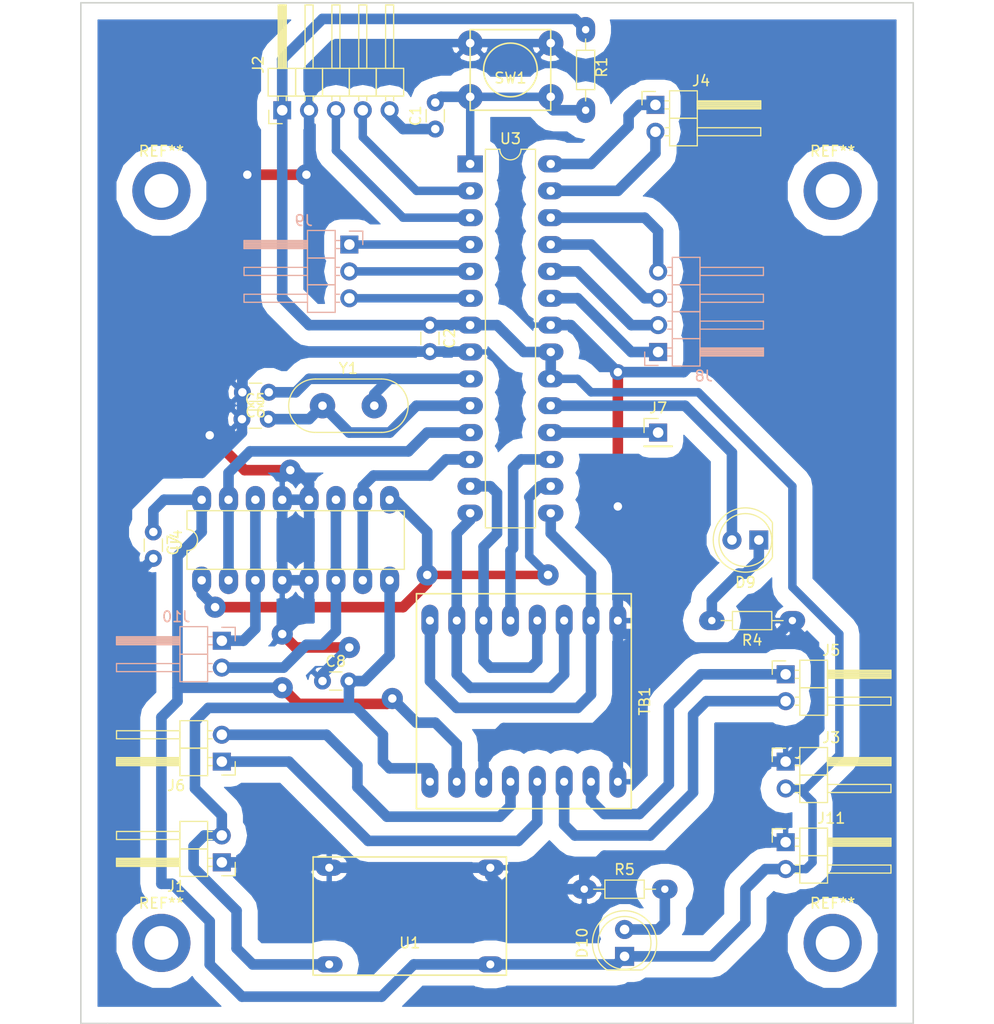
<source format=kicad_pcb>
(kicad_pcb (version 4) (host pcbnew 4.0.6)

  (general
    (links 84)
    (no_connects 0)
    (area 45.617143 24.934999 139.802858 121.995001)
    (thickness 1.6)
    (drawings 5)
    (tracks 331)
    (zones 0)
    (modules 32)
    (nets 36)
  )

  (page A4)
  (layers
    (0 F.Cu signal)
    (31 B.Cu signal)
    (32 B.Adhes user)
    (33 F.Adhes user)
    (34 B.Paste user)
    (35 F.Paste user)
    (36 B.SilkS user)
    (37 F.SilkS user)
    (38 B.Mask user)
    (39 F.Mask user)
    (40 Dwgs.User user)
    (41 Cmts.User user)
    (42 Eco1.User user)
    (43 Eco2.User user)
    (44 Edge.Cuts user)
    (45 Margin user)
    (46 B.CrtYd user)
    (47 F.CrtYd user)
    (48 B.Fab user)
    (49 F.Fab user)
  )

  (setup
    (last_trace_width 1)
    (user_trace_width 0.35)
    (user_trace_width 0.5)
    (user_trace_width 0.8)
    (user_trace_width 1)
    (user_trace_width 1.2)
    (user_trace_width 1.6)
    (user_trace_width 2)
    (user_trace_width 2.5)
    (trace_clearance 0.2)
    (zone_clearance 1.5)
    (zone_45_only no)
    (trace_min 0.2)
    (segment_width 0.2)
    (edge_width 0.15)
    (via_size 0.6)
    (via_drill 0.4)
    (via_min_size 0.4)
    (via_min_drill 0.3)
    (user_via 2 0.8)
    (uvia_size 0.3)
    (uvia_drill 0.1)
    (uvias_allowed no)
    (uvia_min_size 0.2)
    (uvia_min_drill 0.1)
    (pcb_text_width 0.3)
    (pcb_text_size 1.5 1.5)
    (mod_edge_width 0.15)
    (mod_text_size 1 1)
    (mod_text_width 0.15)
    (pad_size 2.6 1.8)
    (pad_drill 0.8)
    (pad_to_mask_clearance 0.2)
    (aux_axis_origin 0 0)
    (visible_elements 7FFFFFFF)
    (pcbplotparams
      (layerselection 0x00000_80000000)
      (usegerberextensions false)
      (excludeedgelayer false)
      (linewidth 0.100000)
      (plotframeref false)
      (viasonmask false)
      (mode 1)
      (useauxorigin false)
      (hpglpennumber 1)
      (hpglpenspeed 20)
      (hpglpendiameter 15)
      (hpglpenoverlay 2)
      (psnegative false)
      (psa4output false)
      (plotreference true)
      (plotvalue true)
      (plotinvisibletext false)
      (padsonsilk false)
      (subtractmaskfromsilk false)
      (outputformat 4)
      (mirror false)
      (drillshape 1)
      (scaleselection 1)
      (outputdirectory ""))
  )

  (net 0 "")
  (net 1 "Net-(C1-Pad1)")
  (net 2 RST)
  (net 3 VCC)
  (net 4 GND)
  (net 5 +9V)
  (net 6 "Net-(C5-Pad2)")
  (net 7 "Net-(C6-Pad1)")
  (net 8 "Net-(D9-Pad1)")
  (net 9 "Net-(D9-Pad2)")
  (net 10 "Net-(D10-Pad2)")
  (net 11 TX)
  (net 12 RX)
  (net 13 SCL)
  (net 14 SDA)
  (net 15 "Net-(J7-Pad1)")
  (net 16 "Net-(J8-Pad1)")
  (net 17 "Net-(J8-Pad2)")
  (net 18 "Net-(J8-Pad3)")
  (net 19 "Net-(J8-Pad4)")
  (net 20 "Net-(J9-Pad1)")
  (net 21 "Net-(J9-Pad2)")
  (net 22 "Net-(J9-Pad3)")
  (net 23 "Net-(J10-Pad1)")
  (net 24 "Net-(J10-Pad2)")
  (net 25 PWM2)
  (net 26 IN2_A)
  (net 27 IN2_B)
  (net 28 IN1_A)
  (net 29 PWM1)
  (net 30 IN1_B)
  (net 31 "Net-(J5-Pad1)")
  (net 32 "Net-(J5-Pad2)")
  (net 33 "Net-(J6-Pad1)")
  (net 34 "Net-(J6-Pad2)")
  (net 35 STB)

  (net_class Default "Esta es la clase de red por defecto."
    (clearance 0.2)
    (trace_width 0.25)
    (via_dia 0.6)
    (via_drill 0.4)
    (uvia_dia 0.3)
    (uvia_drill 0.1)
    (add_net +9V)
    (add_net GND)
    (add_net IN1_A)
    (add_net IN1_B)
    (add_net IN2_A)
    (add_net IN2_B)
    (add_net "Net-(C1-Pad1)")
    (add_net "Net-(C5-Pad2)")
    (add_net "Net-(C6-Pad1)")
    (add_net "Net-(D10-Pad2)")
    (add_net "Net-(D9-Pad1)")
    (add_net "Net-(D9-Pad2)")
    (add_net "Net-(J10-Pad1)")
    (add_net "Net-(J10-Pad2)")
    (add_net "Net-(J5-Pad1)")
    (add_net "Net-(J5-Pad2)")
    (add_net "Net-(J6-Pad1)")
    (add_net "Net-(J6-Pad2)")
    (add_net "Net-(J7-Pad1)")
    (add_net "Net-(J8-Pad1)")
    (add_net "Net-(J8-Pad2)")
    (add_net "Net-(J8-Pad3)")
    (add_net "Net-(J8-Pad4)")
    (add_net "Net-(J9-Pad1)")
    (add_net "Net-(J9-Pad2)")
    (add_net "Net-(J9-Pad3)")
    (add_net PWM1)
    (add_net PWM2)
    (add_net RST)
    (add_net RX)
    (add_net SCL)
    (add_net SDA)
    (add_net STB)
    (add_net TX)
    (add_net VCC)
  )

  (module TB6612FNG:TB6612FNG (layer F.Cu) (tedit 5A398822) (tstamp 5A37E8FD)
    (at 95.25 91.44 90)
    (path /5A377BF8)
    (fp_text reference TB1 (at 0 11.43 90) (layer F.SilkS)
      (effects (font (size 1 1) (thickness 0.15)))
    )
    (fp_text value TB6612FNG (at 0 -11.43 90) (layer F.Fab)
      (effects (font (size 1 1) (thickness 0.15)))
    )
    (fp_line (start -10.16 -10.16) (end 10.16 -10.16) (layer F.SilkS) (width 0.15))
    (fp_line (start 10.16 -10.16) (end 10.16 10.16) (layer F.SilkS) (width 0.15))
    (fp_line (start 10.16 10.16) (end -10.16 10.16) (layer F.SilkS) (width 0.15))
    (fp_line (start -10.16 10.16) (end -10.16 -10.16) (layer F.SilkS) (width 0.15))
    (pad 1 thru_hole oval (at -7.62 -8.89 90) (size 3 1.6) (drill 0.762) (layers *.Cu *.Mask)
      (net 5 +9V))
    (pad 2 thru_hole oval (at -7.62 -6.35 90) (size 3 1.6) (drill 0.762) (layers *.Cu *.Mask)
      (net 3 VCC))
    (pad 3 thru_hole oval (at -7.62 -3.81 90) (size 3 1.6) (drill 0.762) (layers *.Cu *.Mask)
      (net 4 GND))
    (pad 4 thru_hole oval (at -7.62 -1.27 90) (size 3 1.6) (drill 0.762) (layers *.Cu *.Mask)
      (net 34 "Net-(J6-Pad2)"))
    (pad 5 thru_hole oval (at -7.62 1.27 90) (size 3 1.6) (drill 0.762) (layers *.Cu *.Mask)
      (net 33 "Net-(J6-Pad1)"))
    (pad 6 thru_hole oval (at -7.62 3.81 90) (size 3 1.6) (drill 0.762) (layers *.Cu *.Mask)
      (net 32 "Net-(J5-Pad2)"))
    (pad 7 thru_hole oval (at -7.62 6.35 90) (size 3 1.6) (drill 0.762) (layers *.Cu *.Mask)
      (net 31 "Net-(J5-Pad1)"))
    (pad 8 thru_hole oval (at -7.62 8.89 90) (size 3 1.6) (drill 0.762) (layers *.Cu *.Mask)
      (net 4 GND))
    (pad 9 thru_hole oval (at 7.62 8.89 90) (size 3 1.6) (drill 0.762) (layers *.Cu *.Mask)
      (net 4 GND))
    (pad 10 thru_hole oval (at 7.62 6.35 90) (size 3 1.6) (drill 0.762) (layers *.Cu *.Mask)
      (net 29 PWM1))
    (pad 11 thru_hole oval (at 7.62 3.81 90) (size 3 1.6) (drill 0.762) (layers *.Cu *.Mask)
      (net 28 IN1_A))
    (pad 12 thru_hole oval (at 7.62 1.27 90) (size 3 1.6) (drill 0.762) (layers *.Cu *.Mask)
      (net 30 IN1_B))
    (pad 13 thru_hole oval (at 7.62 -1.27 90) (size 3 1.6) (drill 0.762) (layers *.Cu *.Mask)
      (net 35 STB))
    (pad 14 thru_hole oval (at 7.62 -3.81 90) (size 3 1.6) (drill 0.762) (layers *.Cu *.Mask)
      (net 30 IN1_B))
    (pad 15 thru_hole oval (at 7.62 -6.35 90) (size 3 1.6) (drill 0.762) (layers *.Cu *.Mask)
      (net 28 IN1_A))
    (pad 16 thru_hole oval (at 7.62 -8.89 90) (size 3 1.6) (drill 0.762) (layers *.Cu *.Mask)
      (net 29 PWM1))
  )

  (module Capacitors_THT:C_Disc_D3.0mm_W1.6mm_P2.50mm (layer F.Cu) (tedit 5A370115) (tstamp 5A36A168)
    (at 86.868 37.338 90)
    (descr "C, Disc series, Radial, pin pitch=2.50mm, , diameter*width=3.0*1.6mm^2, Capacitor, http://www.vishay.com/docs/45233/krseries.pdf")
    (tags "C Disc series Radial pin pitch 2.50mm  diameter 3.0mm width 1.6mm Capacitor")
    (path /5A3433A4)
    (fp_text reference C1 (at 1.25 -1.86 90) (layer F.SilkS)
      (effects (font (size 1 1) (thickness 0.15)))
    )
    (fp_text value 100nF (at 1.25 1.86 90) (layer F.Fab)
      (effects (font (size 1 1) (thickness 0.15)))
    )
    (fp_text user %R (at 1.27 0 90) (layer F.Fab)
      (effects (font (size 0.7 0.7) (thickness 0.105)))
    )
    (fp_line (start -0.25 -0.8) (end -0.25 0.8) (layer F.Fab) (width 0.1))
    (fp_line (start -0.25 0.8) (end 2.75 0.8) (layer F.Fab) (width 0.1))
    (fp_line (start 2.75 0.8) (end 2.75 -0.8) (layer F.Fab) (width 0.1))
    (fp_line (start 2.75 -0.8) (end -0.25 -0.8) (layer F.Fab) (width 0.1))
    (fp_line (start 0.663 -0.861) (end 1.837 -0.861) (layer F.SilkS) (width 0.12))
    (fp_line (start 0.663 0.861) (end 1.837 0.861) (layer F.SilkS) (width 0.12))
    (fp_line (start -1.05 -1.15) (end -1.05 1.15) (layer F.CrtYd) (width 0.05))
    (fp_line (start -1.05 1.15) (end 3.55 1.15) (layer F.CrtYd) (width 0.05))
    (fp_line (start 3.55 1.15) (end 3.55 -1.15) (layer F.CrtYd) (width 0.05))
    (fp_line (start 3.55 -1.15) (end -1.05 -1.15) (layer F.CrtYd) (width 0.05))
    (pad 1 thru_hole circle (at 0 0 90) (size 1.6 1.6) (drill 0.8) (layers *.Cu *.Mask)
      (net 1 "Net-(C1-Pad1)"))
    (pad 2 thru_hole circle (at 2.5 0 90) (size 1.6 1.6) (drill 0.8) (layers *.Cu *.Mask)
      (net 2 RST))
    (model ${KISYS3DMOD}/Capacitors_THT.3dshapes/C_Disc_D3.0mm_W1.6mm_P2.50mm.wrl
      (at (xyz 0 0 0))
      (scale (xyz 0.393701 0.393701 0.393701))
      (rotate (xyz 0 0 0))
    )
  )

  (module Capacitors_THT:C_Disc_D3.0mm_W1.6mm_P2.50mm (layer F.Cu) (tedit 5920C254) (tstamp 5A36A16E)
    (at 86.36 55.88 270)
    (descr "C, Disc series, Radial, pin pitch=2.50mm, , diameter*width=3.0*1.6mm^2, Capacitor, http://www.vishay.com/docs/45233/krseries.pdf")
    (tags "C Disc series Radial pin pitch 2.50mm  diameter 3.0mm width 1.6mm Capacitor")
    (path /5A3437AD)
    (fp_text reference C2 (at 1.25 -1.86 270) (layer F.SilkS)
      (effects (font (size 1 1) (thickness 0.15)))
    )
    (fp_text value 100nF (at 1.25 1.86 270) (layer F.Fab)
      (effects (font (size 1 1) (thickness 0.15)))
    )
    (fp_text user %R (at 1.25 0 270) (layer F.Fab)
      (effects (font (size 0.7 0.7) (thickness 0.105)))
    )
    (fp_line (start -0.25 -0.8) (end -0.25 0.8) (layer F.Fab) (width 0.1))
    (fp_line (start -0.25 0.8) (end 2.75 0.8) (layer F.Fab) (width 0.1))
    (fp_line (start 2.75 0.8) (end 2.75 -0.8) (layer F.Fab) (width 0.1))
    (fp_line (start 2.75 -0.8) (end -0.25 -0.8) (layer F.Fab) (width 0.1))
    (fp_line (start 0.663 -0.861) (end 1.837 -0.861) (layer F.SilkS) (width 0.12))
    (fp_line (start 0.663 0.861) (end 1.837 0.861) (layer F.SilkS) (width 0.12))
    (fp_line (start -1.05 -1.15) (end -1.05 1.15) (layer F.CrtYd) (width 0.05))
    (fp_line (start -1.05 1.15) (end 3.55 1.15) (layer F.CrtYd) (width 0.05))
    (fp_line (start 3.55 1.15) (end 3.55 -1.15) (layer F.CrtYd) (width 0.05))
    (fp_line (start 3.55 -1.15) (end -1.05 -1.15) (layer F.CrtYd) (width 0.05))
    (pad 1 thru_hole circle (at 0 0 270) (size 1.6 1.6) (drill 0.8) (layers *.Cu *.Mask)
      (net 3 VCC))
    (pad 2 thru_hole circle (at 2.5 0 270) (size 1.6 1.6) (drill 0.8) (layers *.Cu *.Mask)
      (net 4 GND))
    (model ${KISYS3DMOD}/Capacitors_THT.3dshapes/C_Disc_D3.0mm_W1.6mm_P2.50mm.wrl
      (at (xyz 0 0 0))
      (scale (xyz 0.393701 0.393701 0.393701))
      (rotate (xyz 0 0 0))
    )
  )

  (module Capacitors_THT:C_Disc_D3.0mm_W1.6mm_P2.50mm (layer F.Cu) (tedit 5920C254) (tstamp 5A36A180)
    (at 68.58 64.77)
    (descr "C, Disc series, Radial, pin pitch=2.50mm, , diameter*width=3.0*1.6mm^2, Capacitor, http://www.vishay.com/docs/45233/krseries.pdf")
    (tags "C Disc series Radial pin pitch 2.50mm  diameter 3.0mm width 1.6mm Capacitor")
    (path /5A341E95)
    (fp_text reference C5 (at 1.25 -1.86) (layer F.SilkS)
      (effects (font (size 1 1) (thickness 0.15)))
    )
    (fp_text value 22pF (at 1.25 1.86) (layer F.Fab)
      (effects (font (size 1 1) (thickness 0.15)))
    )
    (fp_text user %R (at 1.25 0) (layer F.Fab)
      (effects (font (size 0.7 0.7) (thickness 0.105)))
    )
    (fp_line (start -0.25 -0.8) (end -0.25 0.8) (layer F.Fab) (width 0.1))
    (fp_line (start -0.25 0.8) (end 2.75 0.8) (layer F.Fab) (width 0.1))
    (fp_line (start 2.75 0.8) (end 2.75 -0.8) (layer F.Fab) (width 0.1))
    (fp_line (start 2.75 -0.8) (end -0.25 -0.8) (layer F.Fab) (width 0.1))
    (fp_line (start 0.663 -0.861) (end 1.837 -0.861) (layer F.SilkS) (width 0.12))
    (fp_line (start 0.663 0.861) (end 1.837 0.861) (layer F.SilkS) (width 0.12))
    (fp_line (start -1.05 -1.15) (end -1.05 1.15) (layer F.CrtYd) (width 0.05))
    (fp_line (start -1.05 1.15) (end 3.55 1.15) (layer F.CrtYd) (width 0.05))
    (fp_line (start 3.55 1.15) (end 3.55 -1.15) (layer F.CrtYd) (width 0.05))
    (fp_line (start 3.55 -1.15) (end -1.05 -1.15) (layer F.CrtYd) (width 0.05))
    (pad 1 thru_hole circle (at 0 0) (size 1.6 1.6) (drill 0.8) (layers *.Cu *.Mask)
      (net 4 GND))
    (pad 2 thru_hole circle (at 2.5 0) (size 1.6 1.6) (drill 0.8) (layers *.Cu *.Mask)
      (net 6 "Net-(C5-Pad2)"))
    (model ${KISYS3DMOD}/Capacitors_THT.3dshapes/C_Disc_D3.0mm_W1.6mm_P2.50mm.wrl
      (at (xyz 0 0 0))
      (scale (xyz 0.393701 0.393701 0.393701))
      (rotate (xyz 0 0 0))
    )
  )

  (module Capacitors_THT:C_Disc_D3.0mm_W1.6mm_P2.50mm (layer F.Cu) (tedit 5920C254) (tstamp 5A36A186)
    (at 71.12 62.23 180)
    (descr "C, Disc series, Radial, pin pitch=2.50mm, , diameter*width=3.0*1.6mm^2, Capacitor, http://www.vishay.com/docs/45233/krseries.pdf")
    (tags "C Disc series Radial pin pitch 2.50mm  diameter 3.0mm width 1.6mm Capacitor")
    (path /5A341F02)
    (fp_text reference C6 (at 1.25 -1.86 180) (layer F.SilkS)
      (effects (font (size 1 1) (thickness 0.15)))
    )
    (fp_text value 22pF (at 1.25 1.86 180) (layer F.Fab)
      (effects (font (size 1 1) (thickness 0.15)))
    )
    (fp_text user %R (at 1.25 0 180) (layer F.Fab)
      (effects (font (size 0.7 0.7) (thickness 0.105)))
    )
    (fp_line (start -0.25 -0.8) (end -0.25 0.8) (layer F.Fab) (width 0.1))
    (fp_line (start -0.25 0.8) (end 2.75 0.8) (layer F.Fab) (width 0.1))
    (fp_line (start 2.75 0.8) (end 2.75 -0.8) (layer F.Fab) (width 0.1))
    (fp_line (start 2.75 -0.8) (end -0.25 -0.8) (layer F.Fab) (width 0.1))
    (fp_line (start 0.663 -0.861) (end 1.837 -0.861) (layer F.SilkS) (width 0.12))
    (fp_line (start 0.663 0.861) (end 1.837 0.861) (layer F.SilkS) (width 0.12))
    (fp_line (start -1.05 -1.15) (end -1.05 1.15) (layer F.CrtYd) (width 0.05))
    (fp_line (start -1.05 1.15) (end 3.55 1.15) (layer F.CrtYd) (width 0.05))
    (fp_line (start 3.55 1.15) (end 3.55 -1.15) (layer F.CrtYd) (width 0.05))
    (fp_line (start 3.55 -1.15) (end -1.05 -1.15) (layer F.CrtYd) (width 0.05))
    (pad 1 thru_hole circle (at 0 0 180) (size 1.6 1.6) (drill 0.8) (layers *.Cu *.Mask)
      (net 7 "Net-(C6-Pad1)"))
    (pad 2 thru_hole circle (at 2.5 0 180) (size 1.6 1.6) (drill 0.8) (layers *.Cu *.Mask)
      (net 4 GND))
    (model ${KISYS3DMOD}/Capacitors_THT.3dshapes/C_Disc_D3.0mm_W1.6mm_P2.50mm.wrl
      (at (xyz 0 0 0))
      (scale (xyz 0.393701 0.393701 0.393701))
      (rotate (xyz 0 0 0))
    )
  )

  (module Capacitors_THT:C_Disc_D3.0mm_W1.6mm_P2.50mm (layer F.Cu) (tedit 5920C254) (tstamp 5A36A18C)
    (at 60.198 75.438 270)
    (descr "C, Disc series, Radial, pin pitch=2.50mm, , diameter*width=3.0*1.6mm^2, Capacitor, http://www.vishay.com/docs/45233/krseries.pdf")
    (tags "C Disc series Radial pin pitch 2.50mm  diameter 3.0mm width 1.6mm Capacitor")
    (path /5A35F55A)
    (fp_text reference C7 (at 1.25 -1.86 270) (layer F.SilkS)
      (effects (font (size 1 1) (thickness 0.15)))
    )
    (fp_text value 0.1uF (at 1.25 1.86 270) (layer F.Fab)
      (effects (font (size 1 1) (thickness 0.15)))
    )
    (fp_text user %R (at 1.25 0 270) (layer F.Fab)
      (effects (font (size 0.7 0.7) (thickness 0.105)))
    )
    (fp_line (start -0.25 -0.8) (end -0.25 0.8) (layer F.Fab) (width 0.1))
    (fp_line (start -0.25 0.8) (end 2.75 0.8) (layer F.Fab) (width 0.1))
    (fp_line (start 2.75 0.8) (end 2.75 -0.8) (layer F.Fab) (width 0.1))
    (fp_line (start 2.75 -0.8) (end -0.25 -0.8) (layer F.Fab) (width 0.1))
    (fp_line (start 0.663 -0.861) (end 1.837 -0.861) (layer F.SilkS) (width 0.12))
    (fp_line (start 0.663 0.861) (end 1.837 0.861) (layer F.SilkS) (width 0.12))
    (fp_line (start -1.05 -1.15) (end -1.05 1.15) (layer F.CrtYd) (width 0.05))
    (fp_line (start -1.05 1.15) (end 3.55 1.15) (layer F.CrtYd) (width 0.05))
    (fp_line (start 3.55 1.15) (end 3.55 -1.15) (layer F.CrtYd) (width 0.05))
    (fp_line (start 3.55 -1.15) (end -1.05 -1.15) (layer F.CrtYd) (width 0.05))
    (pad 1 thru_hole circle (at 0 0 270) (size 1.6 1.6) (drill 0.8) (layers *.Cu *.Mask)
      (net 3 VCC))
    (pad 2 thru_hole circle (at 2.5 0 270) (size 1.6 1.6) (drill 0.8) (layers *.Cu *.Mask)
      (net 4 GND))
    (model ${KISYS3DMOD}/Capacitors_THT.3dshapes/C_Disc_D3.0mm_W1.6mm_P2.50mm.wrl
      (at (xyz 0 0 0))
      (scale (xyz 0.393701 0.393701 0.393701))
      (rotate (xyz 0 0 0))
    )
  )

  (module Capacitors_THT:C_Disc_D3.0mm_W1.6mm_P2.50mm (layer F.Cu) (tedit 5A380585) (tstamp 5A36A192)
    (at 76.2 89.535)
    (descr "C, Disc series, Radial, pin pitch=2.50mm, , diameter*width=3.0*1.6mm^2, Capacitor, http://www.vishay.com/docs/45233/krseries.pdf")
    (tags "C Disc series Radial pin pitch 2.50mm  diameter 3.0mm width 1.6mm Capacitor")
    (path /5A35F5C7)
    (fp_text reference C8 (at 1.25 -1.86) (layer F.SilkS)
      (effects (font (size 1 1) (thickness 0.15)))
    )
    (fp_text value 0.1uF (at 1.25 1.86) (layer F.Fab)
      (effects (font (size 1 1) (thickness 0.15)))
    )
    (fp_text user %R (at 1.27 0) (layer F.Fab)
      (effects (font (size 0.7 0.7) (thickness 0.105)))
    )
    (fp_line (start -0.25 -0.8) (end -0.25 0.8) (layer F.Fab) (width 0.1))
    (fp_line (start -0.25 0.8) (end 2.75 0.8) (layer F.Fab) (width 0.1))
    (fp_line (start 2.75 0.8) (end 2.75 -0.8) (layer F.Fab) (width 0.1))
    (fp_line (start 2.75 -0.8) (end -0.25 -0.8) (layer F.Fab) (width 0.1))
    (fp_line (start 0.663 -0.861) (end 1.837 -0.861) (layer F.SilkS) (width 0.12))
    (fp_line (start 0.663 0.861) (end 1.837 0.861) (layer F.SilkS) (width 0.12))
    (fp_line (start -1.05 -1.15) (end -1.05 1.15) (layer F.CrtYd) (width 0.05))
    (fp_line (start -1.05 1.15) (end 3.55 1.15) (layer F.CrtYd) (width 0.05))
    (fp_line (start 3.55 1.15) (end 3.55 -1.15) (layer F.CrtYd) (width 0.05))
    (fp_line (start 3.55 -1.15) (end -1.05 -1.15) (layer F.CrtYd) (width 0.05))
    (pad 1 thru_hole circle (at 0 0) (size 1.6 1.6) (drill 0.8) (layers *.Cu *.Mask)
      (net 4 GND))
    (pad 2 thru_hole circle (at 2.5 0) (size 1.6 1.6) (drill 0.8) (layers *.Cu *.Mask)
      (net 5 +9V))
    (model ${KISYS3DMOD}/Capacitors_THT.3dshapes/C_Disc_D3.0mm_W1.6mm_P2.50mm.wrl
      (at (xyz 0 0 0))
      (scale (xyz 0.393701 0.393701 0.393701))
      (rotate (xyz 0 0 0))
    )
  )

  (module LEDs:LED_D5.0mm_FlatTop (layer F.Cu) (tedit 5880A862) (tstamp 5A36A1C8)
    (at 117.475 76.2 180)
    (descr "LED, Round, FlatTop, diameter 5.0mm, 2 pins, http://www.kingbright.com/attachments/file/psearch/000/00/00/L-483GDT(Ver.15B).pdf")
    (tags "LED Round FlatTop diameter 5.0mm 2 pins")
    (path /5A36DF36)
    (fp_text reference D9 (at 1.27 -4.01 180) (layer F.SilkS)
      (effects (font (size 1 1) (thickness 0.15)))
    )
    (fp_text value LED (at 1.27 4.01 180) (layer F.Fab)
      (effects (font (size 1 1) (thickness 0.15)))
    )
    (fp_arc (start 1.27 0) (end -1.23 -1.566046) (angle 295.9) (layer F.Fab) (width 0.1))
    (fp_arc (start 1.27 0) (end -1.29 -1.639512) (angle 147.4) (layer F.SilkS) (width 0.12))
    (fp_arc (start 1.27 0) (end -1.29 1.639512) (angle -147.4) (layer F.SilkS) (width 0.12))
    (fp_circle (center 1.27 0) (end 3.77 0) (layer F.Fab) (width 0.1))
    (fp_circle (center 1.27 0) (end 3.77 0) (layer F.SilkS) (width 0.12))
    (fp_line (start -1.23 -1.566046) (end -1.23 1.566046) (layer F.Fab) (width 0.1))
    (fp_line (start -1.29 -1.64) (end -1.29 1.64) (layer F.SilkS) (width 0.12))
    (fp_line (start -2 -3.3) (end -2 3.3) (layer F.CrtYd) (width 0.05))
    (fp_line (start -2 3.3) (end 4.55 3.3) (layer F.CrtYd) (width 0.05))
    (fp_line (start 4.55 3.3) (end 4.55 -3.3) (layer F.CrtYd) (width 0.05))
    (fp_line (start 4.55 -3.3) (end -2 -3.3) (layer F.CrtYd) (width 0.05))
    (pad 1 thru_hole rect (at 0 0 180) (size 1.8 1.8) (drill 0.9) (layers *.Cu *.Mask)
      (net 8 "Net-(D9-Pad1)"))
    (pad 2 thru_hole circle (at 2.54 0 180) (size 1.8 1.8) (drill 0.9) (layers *.Cu *.Mask)
      (net 9 "Net-(D9-Pad2)"))
    (model LEDs.3dshapes/LED_D5.0mm_FlatTop.wrl
      (at (xyz 0 0 0))
      (scale (xyz 0.393701 0.393701 0.393701))
      (rotate (xyz 0 0 0))
    )
  )

  (module LEDs:LED_D5.0mm_FlatTop (layer F.Cu) (tedit 5880A862) (tstamp 5A36A1CE)
    (at 104.775 115.57 90)
    (descr "LED, Round, FlatTop, diameter 5.0mm, 2 pins, http://www.kingbright.com/attachments/file/psearch/000/00/00/L-483GDT(Ver.15B).pdf")
    (tags "LED Round FlatTop diameter 5.0mm 2 pins")
    (path /5A37F662)
    (fp_text reference D10 (at 1.27 -4.01 90) (layer F.SilkS)
      (effects (font (size 1 1) (thickness 0.15)))
    )
    (fp_text value LED (at 1.27 4.01 90) (layer F.Fab)
      (effects (font (size 1 1) (thickness 0.15)))
    )
    (fp_arc (start 1.27 0) (end -1.23 -1.566046) (angle 295.9) (layer F.Fab) (width 0.1))
    (fp_arc (start 1.27 0) (end -1.29 -1.639512) (angle 147.4) (layer F.SilkS) (width 0.12))
    (fp_arc (start 1.27 0) (end -1.29 1.639512) (angle -147.4) (layer F.SilkS) (width 0.12))
    (fp_circle (center 1.27 0) (end 3.77 0) (layer F.Fab) (width 0.1))
    (fp_circle (center 1.27 0) (end 3.77 0) (layer F.SilkS) (width 0.12))
    (fp_line (start -1.23 -1.566046) (end -1.23 1.566046) (layer F.Fab) (width 0.1))
    (fp_line (start -1.29 -1.64) (end -1.29 1.64) (layer F.SilkS) (width 0.12))
    (fp_line (start -2 -3.3) (end -2 3.3) (layer F.CrtYd) (width 0.05))
    (fp_line (start -2 3.3) (end 4.55 3.3) (layer F.CrtYd) (width 0.05))
    (fp_line (start 4.55 3.3) (end 4.55 -3.3) (layer F.CrtYd) (width 0.05))
    (fp_line (start 4.55 -3.3) (end -2 -3.3) (layer F.CrtYd) (width 0.05))
    (pad 1 thru_hole rect (at 0 0 90) (size 1.8 1.8) (drill 0.9) (layers *.Cu *.Mask)
      (net 3 VCC))
    (pad 2 thru_hole circle (at 2.54 0 90) (size 1.8 1.8) (drill 0.9) (layers *.Cu *.Mask)
      (net 10 "Net-(D10-Pad2)"))
    (model LEDs.3dshapes/LED_D5.0mm_FlatTop.wrl
      (at (xyz 0 0 0))
      (scale (xyz 0.393701 0.393701 0.393701))
      (rotate (xyz 0 0 0))
    )
  )

  (module Pin_Headers:Pin_Header_Angled_1x02_Pitch2.54mm (layer F.Cu) (tedit 58CD4EC1) (tstamp 5A36A1D4)
    (at 66.675 106.68 180)
    (descr "Through hole angled pin header, 1x02, 2.54mm pitch, 6mm pin length, single row")
    (tags "Through hole angled pin header THT 1x02 2.54mm single row")
    (path /5A35E650)
    (fp_text reference J1 (at 4.315 -2.27 180) (layer F.SilkS)
      (effects (font (size 1 1) (thickness 0.15)))
    )
    (fp_text value CONN_01X02 (at 4.315 4.81 180) (layer F.Fab)
      (effects (font (size 1 1) (thickness 0.15)))
    )
    (fp_line (start 1.4 -1.27) (end 1.4 1.27) (layer F.Fab) (width 0.1))
    (fp_line (start 1.4 1.27) (end 3.9 1.27) (layer F.Fab) (width 0.1))
    (fp_line (start 3.9 1.27) (end 3.9 -1.27) (layer F.Fab) (width 0.1))
    (fp_line (start 3.9 -1.27) (end 1.4 -1.27) (layer F.Fab) (width 0.1))
    (fp_line (start 0 -0.32) (end 0 0.32) (layer F.Fab) (width 0.1))
    (fp_line (start 0 0.32) (end 9.9 0.32) (layer F.Fab) (width 0.1))
    (fp_line (start 9.9 0.32) (end 9.9 -0.32) (layer F.Fab) (width 0.1))
    (fp_line (start 9.9 -0.32) (end 0 -0.32) (layer F.Fab) (width 0.1))
    (fp_line (start 1.4 1.27) (end 1.4 3.81) (layer F.Fab) (width 0.1))
    (fp_line (start 1.4 3.81) (end 3.9 3.81) (layer F.Fab) (width 0.1))
    (fp_line (start 3.9 3.81) (end 3.9 1.27) (layer F.Fab) (width 0.1))
    (fp_line (start 3.9 1.27) (end 1.4 1.27) (layer F.Fab) (width 0.1))
    (fp_line (start 0 2.22) (end 0 2.86) (layer F.Fab) (width 0.1))
    (fp_line (start 0 2.86) (end 9.9 2.86) (layer F.Fab) (width 0.1))
    (fp_line (start 9.9 2.86) (end 9.9 2.22) (layer F.Fab) (width 0.1))
    (fp_line (start 9.9 2.22) (end 0 2.22) (layer F.Fab) (width 0.1))
    (fp_line (start 1.34 -1.33) (end 1.34 1.27) (layer F.SilkS) (width 0.12))
    (fp_line (start 1.34 1.27) (end 3.96 1.27) (layer F.SilkS) (width 0.12))
    (fp_line (start 3.96 1.27) (end 3.96 -1.33) (layer F.SilkS) (width 0.12))
    (fp_line (start 3.96 -1.33) (end 1.34 -1.33) (layer F.SilkS) (width 0.12))
    (fp_line (start 3.96 -0.38) (end 3.96 0.38) (layer F.SilkS) (width 0.12))
    (fp_line (start 3.96 0.38) (end 9.96 0.38) (layer F.SilkS) (width 0.12))
    (fp_line (start 9.96 0.38) (end 9.96 -0.38) (layer F.SilkS) (width 0.12))
    (fp_line (start 9.96 -0.38) (end 3.96 -0.38) (layer F.SilkS) (width 0.12))
    (fp_line (start 0.91 -0.38) (end 1.34 -0.38) (layer F.SilkS) (width 0.12))
    (fp_line (start 0.91 0.38) (end 1.34 0.38) (layer F.SilkS) (width 0.12))
    (fp_line (start 3.96 -0.26) (end 9.96 -0.26) (layer F.SilkS) (width 0.12))
    (fp_line (start 3.96 -0.14) (end 9.96 -0.14) (layer F.SilkS) (width 0.12))
    (fp_line (start 3.96 -0.02) (end 9.96 -0.02) (layer F.SilkS) (width 0.12))
    (fp_line (start 3.96 0.1) (end 9.96 0.1) (layer F.SilkS) (width 0.12))
    (fp_line (start 3.96 0.22) (end 9.96 0.22) (layer F.SilkS) (width 0.12))
    (fp_line (start 3.96 0.34) (end 9.96 0.34) (layer F.SilkS) (width 0.12))
    (fp_line (start 1.34 1.27) (end 1.34 3.87) (layer F.SilkS) (width 0.12))
    (fp_line (start 1.34 3.87) (end 3.96 3.87) (layer F.SilkS) (width 0.12))
    (fp_line (start 3.96 3.87) (end 3.96 1.27) (layer F.SilkS) (width 0.12))
    (fp_line (start 3.96 1.27) (end 1.34 1.27) (layer F.SilkS) (width 0.12))
    (fp_line (start 3.96 2.16) (end 3.96 2.92) (layer F.SilkS) (width 0.12))
    (fp_line (start 3.96 2.92) (end 9.96 2.92) (layer F.SilkS) (width 0.12))
    (fp_line (start 9.96 2.92) (end 9.96 2.16) (layer F.SilkS) (width 0.12))
    (fp_line (start 9.96 2.16) (end 3.96 2.16) (layer F.SilkS) (width 0.12))
    (fp_line (start 0.91 2.16) (end 1.34 2.16) (layer F.SilkS) (width 0.12))
    (fp_line (start 0.91 2.92) (end 1.34 2.92) (layer F.SilkS) (width 0.12))
    (fp_line (start -1.27 0) (end -1.27 -1.27) (layer F.SilkS) (width 0.12))
    (fp_line (start -1.27 -1.27) (end 0 -1.27) (layer F.SilkS) (width 0.12))
    (fp_line (start -1.8 -1.8) (end -1.8 4.35) (layer F.CrtYd) (width 0.05))
    (fp_line (start -1.8 4.35) (end 10.4 4.35) (layer F.CrtYd) (width 0.05))
    (fp_line (start 10.4 4.35) (end 10.4 -1.8) (layer F.CrtYd) (width 0.05))
    (fp_line (start 10.4 -1.8) (end -1.8 -1.8) (layer F.CrtYd) (width 0.05))
    (fp_text user %R (at 4.315 -2.27 180) (layer F.Fab)
      (effects (font (size 1 1) (thickness 0.15)))
    )
    (pad 1 thru_hole rect (at 0 0 180) (size 1.7 1.7) (drill 1) (layers *.Cu *.Mask)
      (net 4 GND))
    (pad 2 thru_hole oval (at 0 2.54 180) (size 1.7 1.7) (drill 1) (layers *.Cu *.Mask)
      (net 5 +9V))
    (model ${KISYS3DMOD}/Pin_Headers.3dshapes/Pin_Header_Angled_1x02_Pitch2.54mm.wrl
      (at (xyz 0 -0.05 0))
      (scale (xyz 1 1 1))
      (rotate (xyz 0 0 90))
    )
  )

  (module Pin_Headers:Pin_Header_Angled_1x05_Pitch2.54mm (layer F.Cu) (tedit 58CD4EC1) (tstamp 5A36A1DD)
    (at 72.39 35.56 90)
    (descr "Through hole angled pin header, 1x05, 2.54mm pitch, 6mm pin length, single row")
    (tags "Through hole angled pin header THT 1x05 2.54mm single row")
    (path /5A341C64)
    (fp_text reference J2 (at 4.315 -2.27 90) (layer F.SilkS)
      (effects (font (size 1 1) (thickness 0.15)))
    )
    (fp_text value PROG-FTDI (at 4.315 12.43 90) (layer F.Fab)
      (effects (font (size 1 1) (thickness 0.15)))
    )
    (fp_line (start 1.4 -1.27) (end 1.4 1.27) (layer F.Fab) (width 0.1))
    (fp_line (start 1.4 1.27) (end 3.9 1.27) (layer F.Fab) (width 0.1))
    (fp_line (start 3.9 1.27) (end 3.9 -1.27) (layer F.Fab) (width 0.1))
    (fp_line (start 3.9 -1.27) (end 1.4 -1.27) (layer F.Fab) (width 0.1))
    (fp_line (start 0 -0.32) (end 0 0.32) (layer F.Fab) (width 0.1))
    (fp_line (start 0 0.32) (end 9.9 0.32) (layer F.Fab) (width 0.1))
    (fp_line (start 9.9 0.32) (end 9.9 -0.32) (layer F.Fab) (width 0.1))
    (fp_line (start 9.9 -0.32) (end 0 -0.32) (layer F.Fab) (width 0.1))
    (fp_line (start 1.4 1.27) (end 1.4 3.81) (layer F.Fab) (width 0.1))
    (fp_line (start 1.4 3.81) (end 3.9 3.81) (layer F.Fab) (width 0.1))
    (fp_line (start 3.9 3.81) (end 3.9 1.27) (layer F.Fab) (width 0.1))
    (fp_line (start 3.9 1.27) (end 1.4 1.27) (layer F.Fab) (width 0.1))
    (fp_line (start 0 2.22) (end 0 2.86) (layer F.Fab) (width 0.1))
    (fp_line (start 0 2.86) (end 9.9 2.86) (layer F.Fab) (width 0.1))
    (fp_line (start 9.9 2.86) (end 9.9 2.22) (layer F.Fab) (width 0.1))
    (fp_line (start 9.9 2.22) (end 0 2.22) (layer F.Fab) (width 0.1))
    (fp_line (start 1.4 3.81) (end 1.4 6.35) (layer F.Fab) (width 0.1))
    (fp_line (start 1.4 6.35) (end 3.9 6.35) (layer F.Fab) (width 0.1))
    (fp_line (start 3.9 6.35) (end 3.9 3.81) (layer F.Fab) (width 0.1))
    (fp_line (start 3.9 3.81) (end 1.4 3.81) (layer F.Fab) (width 0.1))
    (fp_line (start 0 4.76) (end 0 5.4) (layer F.Fab) (width 0.1))
    (fp_line (start 0 5.4) (end 9.9 5.4) (layer F.Fab) (width 0.1))
    (fp_line (start 9.9 5.4) (end 9.9 4.76) (layer F.Fab) (width 0.1))
    (fp_line (start 9.9 4.76) (end 0 4.76) (layer F.Fab) (width 0.1))
    (fp_line (start 1.4 6.35) (end 1.4 8.89) (layer F.Fab) (width 0.1))
    (fp_line (start 1.4 8.89) (end 3.9 8.89) (layer F.Fab) (width 0.1))
    (fp_line (start 3.9 8.89) (end 3.9 6.35) (layer F.Fab) (width 0.1))
    (fp_line (start 3.9 6.35) (end 1.4 6.35) (layer F.Fab) (width 0.1))
    (fp_line (start 0 7.3) (end 0 7.94) (layer F.Fab) (width 0.1))
    (fp_line (start 0 7.94) (end 9.9 7.94) (layer F.Fab) (width 0.1))
    (fp_line (start 9.9 7.94) (end 9.9 7.3) (layer F.Fab) (width 0.1))
    (fp_line (start 9.9 7.3) (end 0 7.3) (layer F.Fab) (width 0.1))
    (fp_line (start 1.4 8.89) (end 1.4 11.43) (layer F.Fab) (width 0.1))
    (fp_line (start 1.4 11.43) (end 3.9 11.43) (layer F.Fab) (width 0.1))
    (fp_line (start 3.9 11.43) (end 3.9 8.89) (layer F.Fab) (width 0.1))
    (fp_line (start 3.9 8.89) (end 1.4 8.89) (layer F.Fab) (width 0.1))
    (fp_line (start 0 9.84) (end 0 10.48) (layer F.Fab) (width 0.1))
    (fp_line (start 0 10.48) (end 9.9 10.48) (layer F.Fab) (width 0.1))
    (fp_line (start 9.9 10.48) (end 9.9 9.84) (layer F.Fab) (width 0.1))
    (fp_line (start 9.9 9.84) (end 0 9.84) (layer F.Fab) (width 0.1))
    (fp_line (start 1.34 -1.33) (end 1.34 1.27) (layer F.SilkS) (width 0.12))
    (fp_line (start 1.34 1.27) (end 3.96 1.27) (layer F.SilkS) (width 0.12))
    (fp_line (start 3.96 1.27) (end 3.96 -1.33) (layer F.SilkS) (width 0.12))
    (fp_line (start 3.96 -1.33) (end 1.34 -1.33) (layer F.SilkS) (width 0.12))
    (fp_line (start 3.96 -0.38) (end 3.96 0.38) (layer F.SilkS) (width 0.12))
    (fp_line (start 3.96 0.38) (end 9.96 0.38) (layer F.SilkS) (width 0.12))
    (fp_line (start 9.96 0.38) (end 9.96 -0.38) (layer F.SilkS) (width 0.12))
    (fp_line (start 9.96 -0.38) (end 3.96 -0.38) (layer F.SilkS) (width 0.12))
    (fp_line (start 0.91 -0.38) (end 1.34 -0.38) (layer F.SilkS) (width 0.12))
    (fp_line (start 0.91 0.38) (end 1.34 0.38) (layer F.SilkS) (width 0.12))
    (fp_line (start 3.96 -0.26) (end 9.96 -0.26) (layer F.SilkS) (width 0.12))
    (fp_line (start 3.96 -0.14) (end 9.96 -0.14) (layer F.SilkS) (width 0.12))
    (fp_line (start 3.96 -0.02) (end 9.96 -0.02) (layer F.SilkS) (width 0.12))
    (fp_line (start 3.96 0.1) (end 9.96 0.1) (layer F.SilkS) (width 0.12))
    (fp_line (start 3.96 0.22) (end 9.96 0.22) (layer F.SilkS) (width 0.12))
    (fp_line (start 3.96 0.34) (end 9.96 0.34) (layer F.SilkS) (width 0.12))
    (fp_line (start 1.34 1.27) (end 1.34 3.81) (layer F.SilkS) (width 0.12))
    (fp_line (start 1.34 3.81) (end 3.96 3.81) (layer F.SilkS) (width 0.12))
    (fp_line (start 3.96 3.81) (end 3.96 1.27) (layer F.SilkS) (width 0.12))
    (fp_line (start 3.96 1.27) (end 1.34 1.27) (layer F.SilkS) (width 0.12))
    (fp_line (start 3.96 2.16) (end 3.96 2.92) (layer F.SilkS) (width 0.12))
    (fp_line (start 3.96 2.92) (end 9.96 2.92) (layer F.SilkS) (width 0.12))
    (fp_line (start 9.96 2.92) (end 9.96 2.16) (layer F.SilkS) (width 0.12))
    (fp_line (start 9.96 2.16) (end 3.96 2.16) (layer F.SilkS) (width 0.12))
    (fp_line (start 0.91 2.16) (end 1.34 2.16) (layer F.SilkS) (width 0.12))
    (fp_line (start 0.91 2.92) (end 1.34 2.92) (layer F.SilkS) (width 0.12))
    (fp_line (start 1.34 3.81) (end 1.34 6.35) (layer F.SilkS) (width 0.12))
    (fp_line (start 1.34 6.35) (end 3.96 6.35) (layer F.SilkS) (width 0.12))
    (fp_line (start 3.96 6.35) (end 3.96 3.81) (layer F.SilkS) (width 0.12))
    (fp_line (start 3.96 3.81) (end 1.34 3.81) (layer F.SilkS) (width 0.12))
    (fp_line (start 3.96 4.7) (end 3.96 5.46) (layer F.SilkS) (width 0.12))
    (fp_line (start 3.96 5.46) (end 9.96 5.46) (layer F.SilkS) (width 0.12))
    (fp_line (start 9.96 5.46) (end 9.96 4.7) (layer F.SilkS) (width 0.12))
    (fp_line (start 9.96 4.7) (end 3.96 4.7) (layer F.SilkS) (width 0.12))
    (fp_line (start 0.91 4.7) (end 1.34 4.7) (layer F.SilkS) (width 0.12))
    (fp_line (start 0.91 5.46) (end 1.34 5.46) (layer F.SilkS) (width 0.12))
    (fp_line (start 1.34 6.35) (end 1.34 8.89) (layer F.SilkS) (width 0.12))
    (fp_line (start 1.34 8.89) (end 3.96 8.89) (layer F.SilkS) (width 0.12))
    (fp_line (start 3.96 8.89) (end 3.96 6.35) (layer F.SilkS) (width 0.12))
    (fp_line (start 3.96 6.35) (end 1.34 6.35) (layer F.SilkS) (width 0.12))
    (fp_line (start 3.96 7.24) (end 3.96 8) (layer F.SilkS) (width 0.12))
    (fp_line (start 3.96 8) (end 9.96 8) (layer F.SilkS) (width 0.12))
    (fp_line (start 9.96 8) (end 9.96 7.24) (layer F.SilkS) (width 0.12))
    (fp_line (start 9.96 7.24) (end 3.96 7.24) (layer F.SilkS) (width 0.12))
    (fp_line (start 0.91 7.24) (end 1.34 7.24) (layer F.SilkS) (width 0.12))
    (fp_line (start 0.91 8) (end 1.34 8) (layer F.SilkS) (width 0.12))
    (fp_line (start 1.34 8.89) (end 1.34 11.49) (layer F.SilkS) (width 0.12))
    (fp_line (start 1.34 11.49) (end 3.96 11.49) (layer F.SilkS) (width 0.12))
    (fp_line (start 3.96 11.49) (end 3.96 8.89) (layer F.SilkS) (width 0.12))
    (fp_line (start 3.96 8.89) (end 1.34 8.89) (layer F.SilkS) (width 0.12))
    (fp_line (start 3.96 9.78) (end 3.96 10.54) (layer F.SilkS) (width 0.12))
    (fp_line (start 3.96 10.54) (end 9.96 10.54) (layer F.SilkS) (width 0.12))
    (fp_line (start 9.96 10.54) (end 9.96 9.78) (layer F.SilkS) (width 0.12))
    (fp_line (start 9.96 9.78) (end 3.96 9.78) (layer F.SilkS) (width 0.12))
    (fp_line (start 0.91 9.78) (end 1.34 9.78) (layer F.SilkS) (width 0.12))
    (fp_line (start 0.91 10.54) (end 1.34 10.54) (layer F.SilkS) (width 0.12))
    (fp_line (start -1.27 0) (end -1.27 -1.27) (layer F.SilkS) (width 0.12))
    (fp_line (start -1.27 -1.27) (end 0 -1.27) (layer F.SilkS) (width 0.12))
    (fp_line (start -1.8 -1.8) (end -1.8 11.95) (layer F.CrtYd) (width 0.05))
    (fp_line (start -1.8 11.95) (end 10.4 11.95) (layer F.CrtYd) (width 0.05))
    (fp_line (start 10.4 11.95) (end 10.4 -1.8) (layer F.CrtYd) (width 0.05))
    (fp_line (start 10.4 -1.8) (end -1.8 -1.8) (layer F.CrtYd) (width 0.05))
    (fp_text user %R (at 4.315 -2.27 90) (layer F.Fab)
      (effects (font (size 1 1) (thickness 0.15)))
    )
    (pad 1 thru_hole rect (at 0 0 90) (size 1.7 1.7) (drill 1) (layers *.Cu *.Mask)
      (net 3 VCC))
    (pad 2 thru_hole oval (at 0 2.54 90) (size 1.7 1.7) (drill 1) (layers *.Cu *.Mask)
      (net 4 GND))
    (pad 3 thru_hole oval (at 0 5.08 90) (size 1.7 1.7) (drill 1) (layers *.Cu *.Mask)
      (net 11 TX))
    (pad 4 thru_hole oval (at 0 7.62 90) (size 1.7 1.7) (drill 1) (layers *.Cu *.Mask)
      (net 12 RX))
    (pad 5 thru_hole oval (at 0 10.16 90) (size 1.7 1.7) (drill 1) (layers *.Cu *.Mask)
      (net 1 "Net-(C1-Pad1)"))
    (model ${KISYS3DMOD}/Pin_Headers.3dshapes/Pin_Header_Angled_1x05_Pitch2.54mm.wrl
      (at (xyz 0 -0.2 0))
      (scale (xyz 1 1 1))
      (rotate (xyz 0 0 90))
    )
  )

  (module Pin_Headers:Pin_Header_Angled_1x02_Pitch2.54mm (layer F.Cu) (tedit 58CD4EC1) (tstamp 5A36A1E3)
    (at 120.015 97.155)
    (descr "Through hole angled pin header, 1x02, 2.54mm pitch, 6mm pin length, single row")
    (tags "Through hole angled pin header THT 1x02 2.54mm single row")
    (path /5A36A537)
    (fp_text reference J3 (at 4.315 -2.27) (layer F.SilkS)
      (effects (font (size 1 1) (thickness 0.15)))
    )
    (fp_text value CONN_01X02 (at 4.315 4.81) (layer F.Fab)
      (effects (font (size 1 1) (thickness 0.15)))
    )
    (fp_line (start 1.4 -1.27) (end 1.4 1.27) (layer F.Fab) (width 0.1))
    (fp_line (start 1.4 1.27) (end 3.9 1.27) (layer F.Fab) (width 0.1))
    (fp_line (start 3.9 1.27) (end 3.9 -1.27) (layer F.Fab) (width 0.1))
    (fp_line (start 3.9 -1.27) (end 1.4 -1.27) (layer F.Fab) (width 0.1))
    (fp_line (start 0 -0.32) (end 0 0.32) (layer F.Fab) (width 0.1))
    (fp_line (start 0 0.32) (end 9.9 0.32) (layer F.Fab) (width 0.1))
    (fp_line (start 9.9 0.32) (end 9.9 -0.32) (layer F.Fab) (width 0.1))
    (fp_line (start 9.9 -0.32) (end 0 -0.32) (layer F.Fab) (width 0.1))
    (fp_line (start 1.4 1.27) (end 1.4 3.81) (layer F.Fab) (width 0.1))
    (fp_line (start 1.4 3.81) (end 3.9 3.81) (layer F.Fab) (width 0.1))
    (fp_line (start 3.9 3.81) (end 3.9 1.27) (layer F.Fab) (width 0.1))
    (fp_line (start 3.9 1.27) (end 1.4 1.27) (layer F.Fab) (width 0.1))
    (fp_line (start 0 2.22) (end 0 2.86) (layer F.Fab) (width 0.1))
    (fp_line (start 0 2.86) (end 9.9 2.86) (layer F.Fab) (width 0.1))
    (fp_line (start 9.9 2.86) (end 9.9 2.22) (layer F.Fab) (width 0.1))
    (fp_line (start 9.9 2.22) (end 0 2.22) (layer F.Fab) (width 0.1))
    (fp_line (start 1.34 -1.33) (end 1.34 1.27) (layer F.SilkS) (width 0.12))
    (fp_line (start 1.34 1.27) (end 3.96 1.27) (layer F.SilkS) (width 0.12))
    (fp_line (start 3.96 1.27) (end 3.96 -1.33) (layer F.SilkS) (width 0.12))
    (fp_line (start 3.96 -1.33) (end 1.34 -1.33) (layer F.SilkS) (width 0.12))
    (fp_line (start 3.96 -0.38) (end 3.96 0.38) (layer F.SilkS) (width 0.12))
    (fp_line (start 3.96 0.38) (end 9.96 0.38) (layer F.SilkS) (width 0.12))
    (fp_line (start 9.96 0.38) (end 9.96 -0.38) (layer F.SilkS) (width 0.12))
    (fp_line (start 9.96 -0.38) (end 3.96 -0.38) (layer F.SilkS) (width 0.12))
    (fp_line (start 0.91 -0.38) (end 1.34 -0.38) (layer F.SilkS) (width 0.12))
    (fp_line (start 0.91 0.38) (end 1.34 0.38) (layer F.SilkS) (width 0.12))
    (fp_line (start 3.96 -0.26) (end 9.96 -0.26) (layer F.SilkS) (width 0.12))
    (fp_line (start 3.96 -0.14) (end 9.96 -0.14) (layer F.SilkS) (width 0.12))
    (fp_line (start 3.96 -0.02) (end 9.96 -0.02) (layer F.SilkS) (width 0.12))
    (fp_line (start 3.96 0.1) (end 9.96 0.1) (layer F.SilkS) (width 0.12))
    (fp_line (start 3.96 0.22) (end 9.96 0.22) (layer F.SilkS) (width 0.12))
    (fp_line (start 3.96 0.34) (end 9.96 0.34) (layer F.SilkS) (width 0.12))
    (fp_line (start 1.34 1.27) (end 1.34 3.87) (layer F.SilkS) (width 0.12))
    (fp_line (start 1.34 3.87) (end 3.96 3.87) (layer F.SilkS) (width 0.12))
    (fp_line (start 3.96 3.87) (end 3.96 1.27) (layer F.SilkS) (width 0.12))
    (fp_line (start 3.96 1.27) (end 1.34 1.27) (layer F.SilkS) (width 0.12))
    (fp_line (start 3.96 2.16) (end 3.96 2.92) (layer F.SilkS) (width 0.12))
    (fp_line (start 3.96 2.92) (end 9.96 2.92) (layer F.SilkS) (width 0.12))
    (fp_line (start 9.96 2.92) (end 9.96 2.16) (layer F.SilkS) (width 0.12))
    (fp_line (start 9.96 2.16) (end 3.96 2.16) (layer F.SilkS) (width 0.12))
    (fp_line (start 0.91 2.16) (end 1.34 2.16) (layer F.SilkS) (width 0.12))
    (fp_line (start 0.91 2.92) (end 1.34 2.92) (layer F.SilkS) (width 0.12))
    (fp_line (start -1.27 0) (end -1.27 -1.27) (layer F.SilkS) (width 0.12))
    (fp_line (start -1.27 -1.27) (end 0 -1.27) (layer F.SilkS) (width 0.12))
    (fp_line (start -1.8 -1.8) (end -1.8 4.35) (layer F.CrtYd) (width 0.05))
    (fp_line (start -1.8 4.35) (end 10.4 4.35) (layer F.CrtYd) (width 0.05))
    (fp_line (start 10.4 4.35) (end 10.4 -1.8) (layer F.CrtYd) (width 0.05))
    (fp_line (start 10.4 -1.8) (end -1.8 -1.8) (layer F.CrtYd) (width 0.05))
    (fp_text user %R (at 4.315 -2.27) (layer F.Fab)
      (effects (font (size 1 1) (thickness 0.15)))
    )
    (pad 1 thru_hole rect (at 0 0) (size 1.7 1.7) (drill 1) (layers *.Cu *.Mask)
      (net 4 GND))
    (pad 2 thru_hole oval (at 0 2.54) (size 1.7 1.7) (drill 1) (layers *.Cu *.Mask)
      (net 3 VCC))
    (model ${KISYS3DMOD}/Pin_Headers.3dshapes/Pin_Header_Angled_1x02_Pitch2.54mm.wrl
      (at (xyz 0 -0.05 0))
      (scale (xyz 1 1 1))
      (rotate (xyz 0 0 90))
    )
  )

  (module Pin_Headers:Pin_Header_Angled_1x02_Pitch2.54mm (layer F.Cu) (tedit 58CD4EC1) (tstamp 5A36A1E9)
    (at 107.696 35.052)
    (descr "Through hole angled pin header, 1x02, 2.54mm pitch, 6mm pin length, single row")
    (tags "Through hole angled pin header THT 1x02 2.54mm single row")
    (path /5A345598)
    (fp_text reference J4 (at 4.315 -2.27) (layer F.SilkS)
      (effects (font (size 1 1) (thickness 0.15)))
    )
    (fp_text value I2C (at 4.315 4.81) (layer F.Fab)
      (effects (font (size 1 1) (thickness 0.15)))
    )
    (fp_line (start 1.4 -1.27) (end 1.4 1.27) (layer F.Fab) (width 0.1))
    (fp_line (start 1.4 1.27) (end 3.9 1.27) (layer F.Fab) (width 0.1))
    (fp_line (start 3.9 1.27) (end 3.9 -1.27) (layer F.Fab) (width 0.1))
    (fp_line (start 3.9 -1.27) (end 1.4 -1.27) (layer F.Fab) (width 0.1))
    (fp_line (start 0 -0.32) (end 0 0.32) (layer F.Fab) (width 0.1))
    (fp_line (start 0 0.32) (end 9.9 0.32) (layer F.Fab) (width 0.1))
    (fp_line (start 9.9 0.32) (end 9.9 -0.32) (layer F.Fab) (width 0.1))
    (fp_line (start 9.9 -0.32) (end 0 -0.32) (layer F.Fab) (width 0.1))
    (fp_line (start 1.4 1.27) (end 1.4 3.81) (layer F.Fab) (width 0.1))
    (fp_line (start 1.4 3.81) (end 3.9 3.81) (layer F.Fab) (width 0.1))
    (fp_line (start 3.9 3.81) (end 3.9 1.27) (layer F.Fab) (width 0.1))
    (fp_line (start 3.9 1.27) (end 1.4 1.27) (layer F.Fab) (width 0.1))
    (fp_line (start 0 2.22) (end 0 2.86) (layer F.Fab) (width 0.1))
    (fp_line (start 0 2.86) (end 9.9 2.86) (layer F.Fab) (width 0.1))
    (fp_line (start 9.9 2.86) (end 9.9 2.22) (layer F.Fab) (width 0.1))
    (fp_line (start 9.9 2.22) (end 0 2.22) (layer F.Fab) (width 0.1))
    (fp_line (start 1.34 -1.33) (end 1.34 1.27) (layer F.SilkS) (width 0.12))
    (fp_line (start 1.34 1.27) (end 3.96 1.27) (layer F.SilkS) (width 0.12))
    (fp_line (start 3.96 1.27) (end 3.96 -1.33) (layer F.SilkS) (width 0.12))
    (fp_line (start 3.96 -1.33) (end 1.34 -1.33) (layer F.SilkS) (width 0.12))
    (fp_line (start 3.96 -0.38) (end 3.96 0.38) (layer F.SilkS) (width 0.12))
    (fp_line (start 3.96 0.38) (end 9.96 0.38) (layer F.SilkS) (width 0.12))
    (fp_line (start 9.96 0.38) (end 9.96 -0.38) (layer F.SilkS) (width 0.12))
    (fp_line (start 9.96 -0.38) (end 3.96 -0.38) (layer F.SilkS) (width 0.12))
    (fp_line (start 0.91 -0.38) (end 1.34 -0.38) (layer F.SilkS) (width 0.12))
    (fp_line (start 0.91 0.38) (end 1.34 0.38) (layer F.SilkS) (width 0.12))
    (fp_line (start 3.96 -0.26) (end 9.96 -0.26) (layer F.SilkS) (width 0.12))
    (fp_line (start 3.96 -0.14) (end 9.96 -0.14) (layer F.SilkS) (width 0.12))
    (fp_line (start 3.96 -0.02) (end 9.96 -0.02) (layer F.SilkS) (width 0.12))
    (fp_line (start 3.96 0.1) (end 9.96 0.1) (layer F.SilkS) (width 0.12))
    (fp_line (start 3.96 0.22) (end 9.96 0.22) (layer F.SilkS) (width 0.12))
    (fp_line (start 3.96 0.34) (end 9.96 0.34) (layer F.SilkS) (width 0.12))
    (fp_line (start 1.34 1.27) (end 1.34 3.87) (layer F.SilkS) (width 0.12))
    (fp_line (start 1.34 3.87) (end 3.96 3.87) (layer F.SilkS) (width 0.12))
    (fp_line (start 3.96 3.87) (end 3.96 1.27) (layer F.SilkS) (width 0.12))
    (fp_line (start 3.96 1.27) (end 1.34 1.27) (layer F.SilkS) (width 0.12))
    (fp_line (start 3.96 2.16) (end 3.96 2.92) (layer F.SilkS) (width 0.12))
    (fp_line (start 3.96 2.92) (end 9.96 2.92) (layer F.SilkS) (width 0.12))
    (fp_line (start 9.96 2.92) (end 9.96 2.16) (layer F.SilkS) (width 0.12))
    (fp_line (start 9.96 2.16) (end 3.96 2.16) (layer F.SilkS) (width 0.12))
    (fp_line (start 0.91 2.16) (end 1.34 2.16) (layer F.SilkS) (width 0.12))
    (fp_line (start 0.91 2.92) (end 1.34 2.92) (layer F.SilkS) (width 0.12))
    (fp_line (start -1.27 0) (end -1.27 -1.27) (layer F.SilkS) (width 0.12))
    (fp_line (start -1.27 -1.27) (end 0 -1.27) (layer F.SilkS) (width 0.12))
    (fp_line (start -1.8 -1.8) (end -1.8 4.35) (layer F.CrtYd) (width 0.05))
    (fp_line (start -1.8 4.35) (end 10.4 4.35) (layer F.CrtYd) (width 0.05))
    (fp_line (start 10.4 4.35) (end 10.4 -1.8) (layer F.CrtYd) (width 0.05))
    (fp_line (start 10.4 -1.8) (end -1.8 -1.8) (layer F.CrtYd) (width 0.05))
    (fp_text user %R (at 4.315 -2.27) (layer F.Fab)
      (effects (font (size 1 1) (thickness 0.15)))
    )
    (pad 1 thru_hole rect (at 0 0) (size 1.7 1.7) (drill 1) (layers *.Cu *.Mask)
      (net 13 SCL))
    (pad 2 thru_hole oval (at 0 2.54) (size 1.7 1.7) (drill 1) (layers *.Cu *.Mask)
      (net 14 SDA))
    (model ${KISYS3DMOD}/Pin_Headers.3dshapes/Pin_Header_Angled_1x02_Pitch2.54mm.wrl
      (at (xyz 0 -0.05 0))
      (scale (xyz 1 1 1))
      (rotate (xyz 0 0 90))
    )
  )

  (module Pin_Headers:Pin_Header_Angled_1x02_Pitch2.54mm (layer F.Cu) (tedit 58CD4EC1) (tstamp 5A36A1EF)
    (at 120.015 88.9)
    (descr "Through hole angled pin header, 1x02, 2.54mm pitch, 6mm pin length, single row")
    (tags "Through hole angled pin header THT 1x02 2.54mm single row")
    (path /5A34645C)
    (fp_text reference J5 (at 4.315 -2.27) (layer F.SilkS)
      (effects (font (size 1 1) (thickness 0.15)))
    )
    (fp_text value MOTOR1 (at 4.315 4.81) (layer F.Fab)
      (effects (font (size 1 1) (thickness 0.15)))
    )
    (fp_line (start 1.4 -1.27) (end 1.4 1.27) (layer F.Fab) (width 0.1))
    (fp_line (start 1.4 1.27) (end 3.9 1.27) (layer F.Fab) (width 0.1))
    (fp_line (start 3.9 1.27) (end 3.9 -1.27) (layer F.Fab) (width 0.1))
    (fp_line (start 3.9 -1.27) (end 1.4 -1.27) (layer F.Fab) (width 0.1))
    (fp_line (start 0 -0.32) (end 0 0.32) (layer F.Fab) (width 0.1))
    (fp_line (start 0 0.32) (end 9.9 0.32) (layer F.Fab) (width 0.1))
    (fp_line (start 9.9 0.32) (end 9.9 -0.32) (layer F.Fab) (width 0.1))
    (fp_line (start 9.9 -0.32) (end 0 -0.32) (layer F.Fab) (width 0.1))
    (fp_line (start 1.4 1.27) (end 1.4 3.81) (layer F.Fab) (width 0.1))
    (fp_line (start 1.4 3.81) (end 3.9 3.81) (layer F.Fab) (width 0.1))
    (fp_line (start 3.9 3.81) (end 3.9 1.27) (layer F.Fab) (width 0.1))
    (fp_line (start 3.9 1.27) (end 1.4 1.27) (layer F.Fab) (width 0.1))
    (fp_line (start 0 2.22) (end 0 2.86) (layer F.Fab) (width 0.1))
    (fp_line (start 0 2.86) (end 9.9 2.86) (layer F.Fab) (width 0.1))
    (fp_line (start 9.9 2.86) (end 9.9 2.22) (layer F.Fab) (width 0.1))
    (fp_line (start 9.9 2.22) (end 0 2.22) (layer F.Fab) (width 0.1))
    (fp_line (start 1.34 -1.33) (end 1.34 1.27) (layer F.SilkS) (width 0.12))
    (fp_line (start 1.34 1.27) (end 3.96 1.27) (layer F.SilkS) (width 0.12))
    (fp_line (start 3.96 1.27) (end 3.96 -1.33) (layer F.SilkS) (width 0.12))
    (fp_line (start 3.96 -1.33) (end 1.34 -1.33) (layer F.SilkS) (width 0.12))
    (fp_line (start 3.96 -0.38) (end 3.96 0.38) (layer F.SilkS) (width 0.12))
    (fp_line (start 3.96 0.38) (end 9.96 0.38) (layer F.SilkS) (width 0.12))
    (fp_line (start 9.96 0.38) (end 9.96 -0.38) (layer F.SilkS) (width 0.12))
    (fp_line (start 9.96 -0.38) (end 3.96 -0.38) (layer F.SilkS) (width 0.12))
    (fp_line (start 0.91 -0.38) (end 1.34 -0.38) (layer F.SilkS) (width 0.12))
    (fp_line (start 0.91 0.38) (end 1.34 0.38) (layer F.SilkS) (width 0.12))
    (fp_line (start 3.96 -0.26) (end 9.96 -0.26) (layer F.SilkS) (width 0.12))
    (fp_line (start 3.96 -0.14) (end 9.96 -0.14) (layer F.SilkS) (width 0.12))
    (fp_line (start 3.96 -0.02) (end 9.96 -0.02) (layer F.SilkS) (width 0.12))
    (fp_line (start 3.96 0.1) (end 9.96 0.1) (layer F.SilkS) (width 0.12))
    (fp_line (start 3.96 0.22) (end 9.96 0.22) (layer F.SilkS) (width 0.12))
    (fp_line (start 3.96 0.34) (end 9.96 0.34) (layer F.SilkS) (width 0.12))
    (fp_line (start 1.34 1.27) (end 1.34 3.87) (layer F.SilkS) (width 0.12))
    (fp_line (start 1.34 3.87) (end 3.96 3.87) (layer F.SilkS) (width 0.12))
    (fp_line (start 3.96 3.87) (end 3.96 1.27) (layer F.SilkS) (width 0.12))
    (fp_line (start 3.96 1.27) (end 1.34 1.27) (layer F.SilkS) (width 0.12))
    (fp_line (start 3.96 2.16) (end 3.96 2.92) (layer F.SilkS) (width 0.12))
    (fp_line (start 3.96 2.92) (end 9.96 2.92) (layer F.SilkS) (width 0.12))
    (fp_line (start 9.96 2.92) (end 9.96 2.16) (layer F.SilkS) (width 0.12))
    (fp_line (start 9.96 2.16) (end 3.96 2.16) (layer F.SilkS) (width 0.12))
    (fp_line (start 0.91 2.16) (end 1.34 2.16) (layer F.SilkS) (width 0.12))
    (fp_line (start 0.91 2.92) (end 1.34 2.92) (layer F.SilkS) (width 0.12))
    (fp_line (start -1.27 0) (end -1.27 -1.27) (layer F.SilkS) (width 0.12))
    (fp_line (start -1.27 -1.27) (end 0 -1.27) (layer F.SilkS) (width 0.12))
    (fp_line (start -1.8 -1.8) (end -1.8 4.35) (layer F.CrtYd) (width 0.05))
    (fp_line (start -1.8 4.35) (end 10.4 4.35) (layer F.CrtYd) (width 0.05))
    (fp_line (start 10.4 4.35) (end 10.4 -1.8) (layer F.CrtYd) (width 0.05))
    (fp_line (start 10.4 -1.8) (end -1.8 -1.8) (layer F.CrtYd) (width 0.05))
    (fp_text user %R (at 4.315 -2.27) (layer F.Fab)
      (effects (font (size 1 1) (thickness 0.15)))
    )
    (pad 1 thru_hole rect (at 0 0) (size 1.7 1.7) (drill 1) (layers *.Cu *.Mask)
      (net 31 "Net-(J5-Pad1)"))
    (pad 2 thru_hole oval (at 0 2.54) (size 1.7 1.7) (drill 1) (layers *.Cu *.Mask)
      (net 32 "Net-(J5-Pad2)"))
    (model ${KISYS3DMOD}/Pin_Headers.3dshapes/Pin_Header_Angled_1x02_Pitch2.54mm.wrl
      (at (xyz 0 -0.05 0))
      (scale (xyz 1 1 1))
      (rotate (xyz 0 0 90))
    )
  )

  (module Pin_Headers:Pin_Header_Angled_1x02_Pitch2.54mm (layer F.Cu) (tedit 58CD4EC1) (tstamp 5A36A1F5)
    (at 66.675 97.155 180)
    (descr "Through hole angled pin header, 1x02, 2.54mm pitch, 6mm pin length, single row")
    (tags "Through hole angled pin header THT 1x02 2.54mm single row")
    (path /5A346495)
    (fp_text reference J6 (at 4.315 -2.27 180) (layer F.SilkS)
      (effects (font (size 1 1) (thickness 0.15)))
    )
    (fp_text value MOTOR2 (at 4.315 4.81 180) (layer F.Fab)
      (effects (font (size 1 1) (thickness 0.15)))
    )
    (fp_line (start 1.4 -1.27) (end 1.4 1.27) (layer F.Fab) (width 0.1))
    (fp_line (start 1.4 1.27) (end 3.9 1.27) (layer F.Fab) (width 0.1))
    (fp_line (start 3.9 1.27) (end 3.9 -1.27) (layer F.Fab) (width 0.1))
    (fp_line (start 3.9 -1.27) (end 1.4 -1.27) (layer F.Fab) (width 0.1))
    (fp_line (start 0 -0.32) (end 0 0.32) (layer F.Fab) (width 0.1))
    (fp_line (start 0 0.32) (end 9.9 0.32) (layer F.Fab) (width 0.1))
    (fp_line (start 9.9 0.32) (end 9.9 -0.32) (layer F.Fab) (width 0.1))
    (fp_line (start 9.9 -0.32) (end 0 -0.32) (layer F.Fab) (width 0.1))
    (fp_line (start 1.4 1.27) (end 1.4 3.81) (layer F.Fab) (width 0.1))
    (fp_line (start 1.4 3.81) (end 3.9 3.81) (layer F.Fab) (width 0.1))
    (fp_line (start 3.9 3.81) (end 3.9 1.27) (layer F.Fab) (width 0.1))
    (fp_line (start 3.9 1.27) (end 1.4 1.27) (layer F.Fab) (width 0.1))
    (fp_line (start 0 2.22) (end 0 2.86) (layer F.Fab) (width 0.1))
    (fp_line (start 0 2.86) (end 9.9 2.86) (layer F.Fab) (width 0.1))
    (fp_line (start 9.9 2.86) (end 9.9 2.22) (layer F.Fab) (width 0.1))
    (fp_line (start 9.9 2.22) (end 0 2.22) (layer F.Fab) (width 0.1))
    (fp_line (start 1.34 -1.33) (end 1.34 1.27) (layer F.SilkS) (width 0.12))
    (fp_line (start 1.34 1.27) (end 3.96 1.27) (layer F.SilkS) (width 0.12))
    (fp_line (start 3.96 1.27) (end 3.96 -1.33) (layer F.SilkS) (width 0.12))
    (fp_line (start 3.96 -1.33) (end 1.34 -1.33) (layer F.SilkS) (width 0.12))
    (fp_line (start 3.96 -0.38) (end 3.96 0.38) (layer F.SilkS) (width 0.12))
    (fp_line (start 3.96 0.38) (end 9.96 0.38) (layer F.SilkS) (width 0.12))
    (fp_line (start 9.96 0.38) (end 9.96 -0.38) (layer F.SilkS) (width 0.12))
    (fp_line (start 9.96 -0.38) (end 3.96 -0.38) (layer F.SilkS) (width 0.12))
    (fp_line (start 0.91 -0.38) (end 1.34 -0.38) (layer F.SilkS) (width 0.12))
    (fp_line (start 0.91 0.38) (end 1.34 0.38) (layer F.SilkS) (width 0.12))
    (fp_line (start 3.96 -0.26) (end 9.96 -0.26) (layer F.SilkS) (width 0.12))
    (fp_line (start 3.96 -0.14) (end 9.96 -0.14) (layer F.SilkS) (width 0.12))
    (fp_line (start 3.96 -0.02) (end 9.96 -0.02) (layer F.SilkS) (width 0.12))
    (fp_line (start 3.96 0.1) (end 9.96 0.1) (layer F.SilkS) (width 0.12))
    (fp_line (start 3.96 0.22) (end 9.96 0.22) (layer F.SilkS) (width 0.12))
    (fp_line (start 3.96 0.34) (end 9.96 0.34) (layer F.SilkS) (width 0.12))
    (fp_line (start 1.34 1.27) (end 1.34 3.87) (layer F.SilkS) (width 0.12))
    (fp_line (start 1.34 3.87) (end 3.96 3.87) (layer F.SilkS) (width 0.12))
    (fp_line (start 3.96 3.87) (end 3.96 1.27) (layer F.SilkS) (width 0.12))
    (fp_line (start 3.96 1.27) (end 1.34 1.27) (layer F.SilkS) (width 0.12))
    (fp_line (start 3.96 2.16) (end 3.96 2.92) (layer F.SilkS) (width 0.12))
    (fp_line (start 3.96 2.92) (end 9.96 2.92) (layer F.SilkS) (width 0.12))
    (fp_line (start 9.96 2.92) (end 9.96 2.16) (layer F.SilkS) (width 0.12))
    (fp_line (start 9.96 2.16) (end 3.96 2.16) (layer F.SilkS) (width 0.12))
    (fp_line (start 0.91 2.16) (end 1.34 2.16) (layer F.SilkS) (width 0.12))
    (fp_line (start 0.91 2.92) (end 1.34 2.92) (layer F.SilkS) (width 0.12))
    (fp_line (start -1.27 0) (end -1.27 -1.27) (layer F.SilkS) (width 0.12))
    (fp_line (start -1.27 -1.27) (end 0 -1.27) (layer F.SilkS) (width 0.12))
    (fp_line (start -1.8 -1.8) (end -1.8 4.35) (layer F.CrtYd) (width 0.05))
    (fp_line (start -1.8 4.35) (end 10.4 4.35) (layer F.CrtYd) (width 0.05))
    (fp_line (start 10.4 4.35) (end 10.4 -1.8) (layer F.CrtYd) (width 0.05))
    (fp_line (start 10.4 -1.8) (end -1.8 -1.8) (layer F.CrtYd) (width 0.05))
    (fp_text user %R (at 4.315 -2.27 180) (layer F.Fab)
      (effects (font (size 1 1) (thickness 0.15)))
    )
    (pad 1 thru_hole rect (at 0 0 180) (size 1.7 1.7) (drill 1) (layers *.Cu *.Mask)
      (net 33 "Net-(J6-Pad1)"))
    (pad 2 thru_hole oval (at 0 2.54 180) (size 1.7 1.7) (drill 1) (layers *.Cu *.Mask)
      (net 34 "Net-(J6-Pad2)"))
    (model ${KISYS3DMOD}/Pin_Headers.3dshapes/Pin_Header_Angled_1x02_Pitch2.54mm.wrl
      (at (xyz 0 -0.05 0))
      (scale (xyz 1 1 1))
      (rotate (xyz 0 0 90))
    )
  )

  (module Pin_Headers:Pin_Header_Angled_1x04_Pitch2.54mm (layer B.Cu) (tedit 58CD4EC1) (tstamp 5A36A203)
    (at 107.95 58.42)
    (descr "Through hole angled pin header, 1x04, 2.54mm pitch, 6mm pin length, single row")
    (tags "Through hole angled pin header THT 1x04 2.54mm single row")
    (path /5A36F079)
    (fp_text reference J8 (at 4.315 2.27) (layer B.SilkS)
      (effects (font (size 1 1) (thickness 0.15)) (justify mirror))
    )
    (fp_text value CONN_01X04 (at 4.315 -9.89) (layer B.Fab)
      (effects (font (size 1 1) (thickness 0.15)) (justify mirror))
    )
    (fp_line (start 1.4 1.27) (end 1.4 -1.27) (layer B.Fab) (width 0.1))
    (fp_line (start 1.4 -1.27) (end 3.9 -1.27) (layer B.Fab) (width 0.1))
    (fp_line (start 3.9 -1.27) (end 3.9 1.27) (layer B.Fab) (width 0.1))
    (fp_line (start 3.9 1.27) (end 1.4 1.27) (layer B.Fab) (width 0.1))
    (fp_line (start 0 0.32) (end 0 -0.32) (layer B.Fab) (width 0.1))
    (fp_line (start 0 -0.32) (end 9.9 -0.32) (layer B.Fab) (width 0.1))
    (fp_line (start 9.9 -0.32) (end 9.9 0.32) (layer B.Fab) (width 0.1))
    (fp_line (start 9.9 0.32) (end 0 0.32) (layer B.Fab) (width 0.1))
    (fp_line (start 1.4 -1.27) (end 1.4 -3.81) (layer B.Fab) (width 0.1))
    (fp_line (start 1.4 -3.81) (end 3.9 -3.81) (layer B.Fab) (width 0.1))
    (fp_line (start 3.9 -3.81) (end 3.9 -1.27) (layer B.Fab) (width 0.1))
    (fp_line (start 3.9 -1.27) (end 1.4 -1.27) (layer B.Fab) (width 0.1))
    (fp_line (start 0 -2.22) (end 0 -2.86) (layer B.Fab) (width 0.1))
    (fp_line (start 0 -2.86) (end 9.9 -2.86) (layer B.Fab) (width 0.1))
    (fp_line (start 9.9 -2.86) (end 9.9 -2.22) (layer B.Fab) (width 0.1))
    (fp_line (start 9.9 -2.22) (end 0 -2.22) (layer B.Fab) (width 0.1))
    (fp_line (start 1.4 -3.81) (end 1.4 -6.35) (layer B.Fab) (width 0.1))
    (fp_line (start 1.4 -6.35) (end 3.9 -6.35) (layer B.Fab) (width 0.1))
    (fp_line (start 3.9 -6.35) (end 3.9 -3.81) (layer B.Fab) (width 0.1))
    (fp_line (start 3.9 -3.81) (end 1.4 -3.81) (layer B.Fab) (width 0.1))
    (fp_line (start 0 -4.76) (end 0 -5.4) (layer B.Fab) (width 0.1))
    (fp_line (start 0 -5.4) (end 9.9 -5.4) (layer B.Fab) (width 0.1))
    (fp_line (start 9.9 -5.4) (end 9.9 -4.76) (layer B.Fab) (width 0.1))
    (fp_line (start 9.9 -4.76) (end 0 -4.76) (layer B.Fab) (width 0.1))
    (fp_line (start 1.4 -6.35) (end 1.4 -8.89) (layer B.Fab) (width 0.1))
    (fp_line (start 1.4 -8.89) (end 3.9 -8.89) (layer B.Fab) (width 0.1))
    (fp_line (start 3.9 -8.89) (end 3.9 -6.35) (layer B.Fab) (width 0.1))
    (fp_line (start 3.9 -6.35) (end 1.4 -6.35) (layer B.Fab) (width 0.1))
    (fp_line (start 0 -7.3) (end 0 -7.94) (layer B.Fab) (width 0.1))
    (fp_line (start 0 -7.94) (end 9.9 -7.94) (layer B.Fab) (width 0.1))
    (fp_line (start 9.9 -7.94) (end 9.9 -7.3) (layer B.Fab) (width 0.1))
    (fp_line (start 9.9 -7.3) (end 0 -7.3) (layer B.Fab) (width 0.1))
    (fp_line (start 1.34 1.33) (end 1.34 -1.27) (layer B.SilkS) (width 0.12))
    (fp_line (start 1.34 -1.27) (end 3.96 -1.27) (layer B.SilkS) (width 0.12))
    (fp_line (start 3.96 -1.27) (end 3.96 1.33) (layer B.SilkS) (width 0.12))
    (fp_line (start 3.96 1.33) (end 1.34 1.33) (layer B.SilkS) (width 0.12))
    (fp_line (start 3.96 0.38) (end 3.96 -0.38) (layer B.SilkS) (width 0.12))
    (fp_line (start 3.96 -0.38) (end 9.96 -0.38) (layer B.SilkS) (width 0.12))
    (fp_line (start 9.96 -0.38) (end 9.96 0.38) (layer B.SilkS) (width 0.12))
    (fp_line (start 9.96 0.38) (end 3.96 0.38) (layer B.SilkS) (width 0.12))
    (fp_line (start 0.91 0.38) (end 1.34 0.38) (layer B.SilkS) (width 0.12))
    (fp_line (start 0.91 -0.38) (end 1.34 -0.38) (layer B.SilkS) (width 0.12))
    (fp_line (start 3.96 0.26) (end 9.96 0.26) (layer B.SilkS) (width 0.12))
    (fp_line (start 3.96 0.14) (end 9.96 0.14) (layer B.SilkS) (width 0.12))
    (fp_line (start 3.96 0.02) (end 9.96 0.02) (layer B.SilkS) (width 0.12))
    (fp_line (start 3.96 -0.1) (end 9.96 -0.1) (layer B.SilkS) (width 0.12))
    (fp_line (start 3.96 -0.22) (end 9.96 -0.22) (layer B.SilkS) (width 0.12))
    (fp_line (start 3.96 -0.34) (end 9.96 -0.34) (layer B.SilkS) (width 0.12))
    (fp_line (start 1.34 -1.27) (end 1.34 -3.81) (layer B.SilkS) (width 0.12))
    (fp_line (start 1.34 -3.81) (end 3.96 -3.81) (layer B.SilkS) (width 0.12))
    (fp_line (start 3.96 -3.81) (end 3.96 -1.27) (layer B.SilkS) (width 0.12))
    (fp_line (start 3.96 -1.27) (end 1.34 -1.27) (layer B.SilkS) (width 0.12))
    (fp_line (start 3.96 -2.16) (end 3.96 -2.92) (layer B.SilkS) (width 0.12))
    (fp_line (start 3.96 -2.92) (end 9.96 -2.92) (layer B.SilkS) (width 0.12))
    (fp_line (start 9.96 -2.92) (end 9.96 -2.16) (layer B.SilkS) (width 0.12))
    (fp_line (start 9.96 -2.16) (end 3.96 -2.16) (layer B.SilkS) (width 0.12))
    (fp_line (start 0.91 -2.16) (end 1.34 -2.16) (layer B.SilkS) (width 0.12))
    (fp_line (start 0.91 -2.92) (end 1.34 -2.92) (layer B.SilkS) (width 0.12))
    (fp_line (start 1.34 -3.81) (end 1.34 -6.35) (layer B.SilkS) (width 0.12))
    (fp_line (start 1.34 -6.35) (end 3.96 -6.35) (layer B.SilkS) (width 0.12))
    (fp_line (start 3.96 -6.35) (end 3.96 -3.81) (layer B.SilkS) (width 0.12))
    (fp_line (start 3.96 -3.81) (end 1.34 -3.81) (layer B.SilkS) (width 0.12))
    (fp_line (start 3.96 -4.7) (end 3.96 -5.46) (layer B.SilkS) (width 0.12))
    (fp_line (start 3.96 -5.46) (end 9.96 -5.46) (layer B.SilkS) (width 0.12))
    (fp_line (start 9.96 -5.46) (end 9.96 -4.7) (layer B.SilkS) (width 0.12))
    (fp_line (start 9.96 -4.7) (end 3.96 -4.7) (layer B.SilkS) (width 0.12))
    (fp_line (start 0.91 -4.7) (end 1.34 -4.7) (layer B.SilkS) (width 0.12))
    (fp_line (start 0.91 -5.46) (end 1.34 -5.46) (layer B.SilkS) (width 0.12))
    (fp_line (start 1.34 -6.35) (end 1.34 -8.95) (layer B.SilkS) (width 0.12))
    (fp_line (start 1.34 -8.95) (end 3.96 -8.95) (layer B.SilkS) (width 0.12))
    (fp_line (start 3.96 -8.95) (end 3.96 -6.35) (layer B.SilkS) (width 0.12))
    (fp_line (start 3.96 -6.35) (end 1.34 -6.35) (layer B.SilkS) (width 0.12))
    (fp_line (start 3.96 -7.24) (end 3.96 -8) (layer B.SilkS) (width 0.12))
    (fp_line (start 3.96 -8) (end 9.96 -8) (layer B.SilkS) (width 0.12))
    (fp_line (start 9.96 -8) (end 9.96 -7.24) (layer B.SilkS) (width 0.12))
    (fp_line (start 9.96 -7.24) (end 3.96 -7.24) (layer B.SilkS) (width 0.12))
    (fp_line (start 0.91 -7.24) (end 1.34 -7.24) (layer B.SilkS) (width 0.12))
    (fp_line (start 0.91 -8) (end 1.34 -8) (layer B.SilkS) (width 0.12))
    (fp_line (start -1.27 0) (end -1.27 1.27) (layer B.SilkS) (width 0.12))
    (fp_line (start -1.27 1.27) (end 0 1.27) (layer B.SilkS) (width 0.12))
    (fp_line (start -1.8 1.8) (end -1.8 -9.4) (layer B.CrtYd) (width 0.05))
    (fp_line (start -1.8 -9.4) (end 10.4 -9.4) (layer B.CrtYd) (width 0.05))
    (fp_line (start 10.4 -9.4) (end 10.4 1.8) (layer B.CrtYd) (width 0.05))
    (fp_line (start 10.4 1.8) (end -1.8 1.8) (layer B.CrtYd) (width 0.05))
    (fp_text user %R (at 4.315 2.27) (layer B.Fab)
      (effects (font (size 1 1) (thickness 0.15)) (justify mirror))
    )
    (pad 1 thru_hole rect (at 0 0) (size 1.7 1.7) (drill 1) (layers *.Cu *.Mask)
      (net 16 "Net-(J8-Pad1)"))
    (pad 2 thru_hole oval (at 0 -2.54) (size 1.7 1.7) (drill 1) (layers *.Cu *.Mask)
      (net 17 "Net-(J8-Pad2)"))
    (pad 3 thru_hole oval (at 0 -5.08) (size 1.7 1.7) (drill 1) (layers *.Cu *.Mask)
      (net 18 "Net-(J8-Pad3)"))
    (pad 4 thru_hole oval (at 0 -7.62) (size 1.7 1.7) (drill 1) (layers *.Cu *.Mask)
      (net 19 "Net-(J8-Pad4)"))
    (model ${KISYS3DMOD}/Pin_Headers.3dshapes/Pin_Header_Angled_1x04_Pitch2.54mm.wrl
      (at (xyz 0 -0.15 0))
      (scale (xyz 1 1 1))
      (rotate (xyz 0 0 90))
    )
  )

  (module Pin_Headers:Pin_Header_Angled_1x03_Pitch2.54mm (layer B.Cu) (tedit 58CD4EC1) (tstamp 5A36A20A)
    (at 78.74 48.26 180)
    (descr "Through hole angled pin header, 1x03, 2.54mm pitch, 6mm pin length, single row")
    (tags "Through hole angled pin header THT 1x03 2.54mm single row")
    (path /5A36D2CE)
    (fp_text reference J9 (at 4.315 2.27 180) (layer B.SilkS)
      (effects (font (size 1 1) (thickness 0.15)) (justify mirror))
    )
    (fp_text value CONN_01X03 (at 4.315 -7.35 180) (layer B.Fab)
      (effects (font (size 1 1) (thickness 0.15)) (justify mirror))
    )
    (fp_line (start 1.4 1.27) (end 1.4 -1.27) (layer B.Fab) (width 0.1))
    (fp_line (start 1.4 -1.27) (end 3.9 -1.27) (layer B.Fab) (width 0.1))
    (fp_line (start 3.9 -1.27) (end 3.9 1.27) (layer B.Fab) (width 0.1))
    (fp_line (start 3.9 1.27) (end 1.4 1.27) (layer B.Fab) (width 0.1))
    (fp_line (start 0 0.32) (end 0 -0.32) (layer B.Fab) (width 0.1))
    (fp_line (start 0 -0.32) (end 9.9 -0.32) (layer B.Fab) (width 0.1))
    (fp_line (start 9.9 -0.32) (end 9.9 0.32) (layer B.Fab) (width 0.1))
    (fp_line (start 9.9 0.32) (end 0 0.32) (layer B.Fab) (width 0.1))
    (fp_line (start 1.4 -1.27) (end 1.4 -3.81) (layer B.Fab) (width 0.1))
    (fp_line (start 1.4 -3.81) (end 3.9 -3.81) (layer B.Fab) (width 0.1))
    (fp_line (start 3.9 -3.81) (end 3.9 -1.27) (layer B.Fab) (width 0.1))
    (fp_line (start 3.9 -1.27) (end 1.4 -1.27) (layer B.Fab) (width 0.1))
    (fp_line (start 0 -2.22) (end 0 -2.86) (layer B.Fab) (width 0.1))
    (fp_line (start 0 -2.86) (end 9.9 -2.86) (layer B.Fab) (width 0.1))
    (fp_line (start 9.9 -2.86) (end 9.9 -2.22) (layer B.Fab) (width 0.1))
    (fp_line (start 9.9 -2.22) (end 0 -2.22) (layer B.Fab) (width 0.1))
    (fp_line (start 1.4 -3.81) (end 1.4 -6.35) (layer B.Fab) (width 0.1))
    (fp_line (start 1.4 -6.35) (end 3.9 -6.35) (layer B.Fab) (width 0.1))
    (fp_line (start 3.9 -6.35) (end 3.9 -3.81) (layer B.Fab) (width 0.1))
    (fp_line (start 3.9 -3.81) (end 1.4 -3.81) (layer B.Fab) (width 0.1))
    (fp_line (start 0 -4.76) (end 0 -5.4) (layer B.Fab) (width 0.1))
    (fp_line (start 0 -5.4) (end 9.9 -5.4) (layer B.Fab) (width 0.1))
    (fp_line (start 9.9 -5.4) (end 9.9 -4.76) (layer B.Fab) (width 0.1))
    (fp_line (start 9.9 -4.76) (end 0 -4.76) (layer B.Fab) (width 0.1))
    (fp_line (start 1.34 1.33) (end 1.34 -1.27) (layer B.SilkS) (width 0.12))
    (fp_line (start 1.34 -1.27) (end 3.96 -1.27) (layer B.SilkS) (width 0.12))
    (fp_line (start 3.96 -1.27) (end 3.96 1.33) (layer B.SilkS) (width 0.12))
    (fp_line (start 3.96 1.33) (end 1.34 1.33) (layer B.SilkS) (width 0.12))
    (fp_line (start 3.96 0.38) (end 3.96 -0.38) (layer B.SilkS) (width 0.12))
    (fp_line (start 3.96 -0.38) (end 9.96 -0.38) (layer B.SilkS) (width 0.12))
    (fp_line (start 9.96 -0.38) (end 9.96 0.38) (layer B.SilkS) (width 0.12))
    (fp_line (start 9.96 0.38) (end 3.96 0.38) (layer B.SilkS) (width 0.12))
    (fp_line (start 0.91 0.38) (end 1.34 0.38) (layer B.SilkS) (width 0.12))
    (fp_line (start 0.91 -0.38) (end 1.34 -0.38) (layer B.SilkS) (width 0.12))
    (fp_line (start 3.96 0.26) (end 9.96 0.26) (layer B.SilkS) (width 0.12))
    (fp_line (start 3.96 0.14) (end 9.96 0.14) (layer B.SilkS) (width 0.12))
    (fp_line (start 3.96 0.02) (end 9.96 0.02) (layer B.SilkS) (width 0.12))
    (fp_line (start 3.96 -0.1) (end 9.96 -0.1) (layer B.SilkS) (width 0.12))
    (fp_line (start 3.96 -0.22) (end 9.96 -0.22) (layer B.SilkS) (width 0.12))
    (fp_line (start 3.96 -0.34) (end 9.96 -0.34) (layer B.SilkS) (width 0.12))
    (fp_line (start 1.34 -1.27) (end 1.34 -3.81) (layer B.SilkS) (width 0.12))
    (fp_line (start 1.34 -3.81) (end 3.96 -3.81) (layer B.SilkS) (width 0.12))
    (fp_line (start 3.96 -3.81) (end 3.96 -1.27) (layer B.SilkS) (width 0.12))
    (fp_line (start 3.96 -1.27) (end 1.34 -1.27) (layer B.SilkS) (width 0.12))
    (fp_line (start 3.96 -2.16) (end 3.96 -2.92) (layer B.SilkS) (width 0.12))
    (fp_line (start 3.96 -2.92) (end 9.96 -2.92) (layer B.SilkS) (width 0.12))
    (fp_line (start 9.96 -2.92) (end 9.96 -2.16) (layer B.SilkS) (width 0.12))
    (fp_line (start 9.96 -2.16) (end 3.96 -2.16) (layer B.SilkS) (width 0.12))
    (fp_line (start 0.91 -2.16) (end 1.34 -2.16) (layer B.SilkS) (width 0.12))
    (fp_line (start 0.91 -2.92) (end 1.34 -2.92) (layer B.SilkS) (width 0.12))
    (fp_line (start 1.34 -3.81) (end 1.34 -6.41) (layer B.SilkS) (width 0.12))
    (fp_line (start 1.34 -6.41) (end 3.96 -6.41) (layer B.SilkS) (width 0.12))
    (fp_line (start 3.96 -6.41) (end 3.96 -3.81) (layer B.SilkS) (width 0.12))
    (fp_line (start 3.96 -3.81) (end 1.34 -3.81) (layer B.SilkS) (width 0.12))
    (fp_line (start 3.96 -4.7) (end 3.96 -5.46) (layer B.SilkS) (width 0.12))
    (fp_line (start 3.96 -5.46) (end 9.96 -5.46) (layer B.SilkS) (width 0.12))
    (fp_line (start 9.96 -5.46) (end 9.96 -4.7) (layer B.SilkS) (width 0.12))
    (fp_line (start 9.96 -4.7) (end 3.96 -4.7) (layer B.SilkS) (width 0.12))
    (fp_line (start 0.91 -4.7) (end 1.34 -4.7) (layer B.SilkS) (width 0.12))
    (fp_line (start 0.91 -5.46) (end 1.34 -5.46) (layer B.SilkS) (width 0.12))
    (fp_line (start -1.27 0) (end -1.27 1.27) (layer B.SilkS) (width 0.12))
    (fp_line (start -1.27 1.27) (end 0 1.27) (layer B.SilkS) (width 0.12))
    (fp_line (start -1.8 1.8) (end -1.8 -6.85) (layer B.CrtYd) (width 0.05))
    (fp_line (start -1.8 -6.85) (end 10.4 -6.85) (layer B.CrtYd) (width 0.05))
    (fp_line (start 10.4 -6.85) (end 10.4 1.8) (layer B.CrtYd) (width 0.05))
    (fp_line (start 10.4 1.8) (end -1.8 1.8) (layer B.CrtYd) (width 0.05))
    (fp_text user %R (at 4.315 2.27 180) (layer B.Fab)
      (effects (font (size 1 1) (thickness 0.15)) (justify mirror))
    )
    (pad 1 thru_hole rect (at 0 0 180) (size 1.7 1.7) (drill 1) (layers *.Cu *.Mask)
      (net 20 "Net-(J9-Pad1)"))
    (pad 2 thru_hole oval (at 0 -2.54 180) (size 1.7 1.7) (drill 1) (layers *.Cu *.Mask)
      (net 21 "Net-(J9-Pad2)"))
    (pad 3 thru_hole oval (at 0 -5.08 180) (size 1.7 1.7) (drill 1) (layers *.Cu *.Mask)
      (net 22 "Net-(J9-Pad3)"))
    (model ${KISYS3DMOD}/Pin_Headers.3dshapes/Pin_Header_Angled_1x03_Pitch2.54mm.wrl
      (at (xyz 0 -0.1 0))
      (scale (xyz 1 1 1))
      (rotate (xyz 0 0 90))
    )
  )

  (module Pin_Headers:Pin_Header_Angled_1x02_Pitch2.54mm (layer B.Cu) (tedit 58CD4EC1) (tstamp 5A36A210)
    (at 66.675 85.725 180)
    (descr "Through hole angled pin header, 1x02, 2.54mm pitch, 6mm pin length, single row")
    (tags "Through hole angled pin header THT 1x02 2.54mm single row")
    (path /5A34E99D)
    (fp_text reference J10 (at 4.315 2.27 180) (layer B.SilkS)
      (effects (font (size 1 1) (thickness 0.15)) (justify mirror))
    )
    (fp_text value CONN_01X02 (at 4.315 -4.81 180) (layer B.Fab)
      (effects (font (size 1 1) (thickness 0.15)) (justify mirror))
    )
    (fp_line (start 1.4 1.27) (end 1.4 -1.27) (layer B.Fab) (width 0.1))
    (fp_line (start 1.4 -1.27) (end 3.9 -1.27) (layer B.Fab) (width 0.1))
    (fp_line (start 3.9 -1.27) (end 3.9 1.27) (layer B.Fab) (width 0.1))
    (fp_line (start 3.9 1.27) (end 1.4 1.27) (layer B.Fab) (width 0.1))
    (fp_line (start 0 0.32) (end 0 -0.32) (layer B.Fab) (width 0.1))
    (fp_line (start 0 -0.32) (end 9.9 -0.32) (layer B.Fab) (width 0.1))
    (fp_line (start 9.9 -0.32) (end 9.9 0.32) (layer B.Fab) (width 0.1))
    (fp_line (start 9.9 0.32) (end 0 0.32) (layer B.Fab) (width 0.1))
    (fp_line (start 1.4 -1.27) (end 1.4 -3.81) (layer B.Fab) (width 0.1))
    (fp_line (start 1.4 -3.81) (end 3.9 -3.81) (layer B.Fab) (width 0.1))
    (fp_line (start 3.9 -3.81) (end 3.9 -1.27) (layer B.Fab) (width 0.1))
    (fp_line (start 3.9 -1.27) (end 1.4 -1.27) (layer B.Fab) (width 0.1))
    (fp_line (start 0 -2.22) (end 0 -2.86) (layer B.Fab) (width 0.1))
    (fp_line (start 0 -2.86) (end 9.9 -2.86) (layer B.Fab) (width 0.1))
    (fp_line (start 9.9 -2.86) (end 9.9 -2.22) (layer B.Fab) (width 0.1))
    (fp_line (start 9.9 -2.22) (end 0 -2.22) (layer B.Fab) (width 0.1))
    (fp_line (start 1.34 1.33) (end 1.34 -1.27) (layer B.SilkS) (width 0.12))
    (fp_line (start 1.34 -1.27) (end 3.96 -1.27) (layer B.SilkS) (width 0.12))
    (fp_line (start 3.96 -1.27) (end 3.96 1.33) (layer B.SilkS) (width 0.12))
    (fp_line (start 3.96 1.33) (end 1.34 1.33) (layer B.SilkS) (width 0.12))
    (fp_line (start 3.96 0.38) (end 3.96 -0.38) (layer B.SilkS) (width 0.12))
    (fp_line (start 3.96 -0.38) (end 9.96 -0.38) (layer B.SilkS) (width 0.12))
    (fp_line (start 9.96 -0.38) (end 9.96 0.38) (layer B.SilkS) (width 0.12))
    (fp_line (start 9.96 0.38) (end 3.96 0.38) (layer B.SilkS) (width 0.12))
    (fp_line (start 0.91 0.38) (end 1.34 0.38) (layer B.SilkS) (width 0.12))
    (fp_line (start 0.91 -0.38) (end 1.34 -0.38) (layer B.SilkS) (width 0.12))
    (fp_line (start 3.96 0.26) (end 9.96 0.26) (layer B.SilkS) (width 0.12))
    (fp_line (start 3.96 0.14) (end 9.96 0.14) (layer B.SilkS) (width 0.12))
    (fp_line (start 3.96 0.02) (end 9.96 0.02) (layer B.SilkS) (width 0.12))
    (fp_line (start 3.96 -0.1) (end 9.96 -0.1) (layer B.SilkS) (width 0.12))
    (fp_line (start 3.96 -0.22) (end 9.96 -0.22) (layer B.SilkS) (width 0.12))
    (fp_line (start 3.96 -0.34) (end 9.96 -0.34) (layer B.SilkS) (width 0.12))
    (fp_line (start 1.34 -1.27) (end 1.34 -3.87) (layer B.SilkS) (width 0.12))
    (fp_line (start 1.34 -3.87) (end 3.96 -3.87) (layer B.SilkS) (width 0.12))
    (fp_line (start 3.96 -3.87) (end 3.96 -1.27) (layer B.SilkS) (width 0.12))
    (fp_line (start 3.96 -1.27) (end 1.34 -1.27) (layer B.SilkS) (width 0.12))
    (fp_line (start 3.96 -2.16) (end 3.96 -2.92) (layer B.SilkS) (width 0.12))
    (fp_line (start 3.96 -2.92) (end 9.96 -2.92) (layer B.SilkS) (width 0.12))
    (fp_line (start 9.96 -2.92) (end 9.96 -2.16) (layer B.SilkS) (width 0.12))
    (fp_line (start 9.96 -2.16) (end 3.96 -2.16) (layer B.SilkS) (width 0.12))
    (fp_line (start 0.91 -2.16) (end 1.34 -2.16) (layer B.SilkS) (width 0.12))
    (fp_line (start 0.91 -2.92) (end 1.34 -2.92) (layer B.SilkS) (width 0.12))
    (fp_line (start -1.27 0) (end -1.27 1.27) (layer B.SilkS) (width 0.12))
    (fp_line (start -1.27 1.27) (end 0 1.27) (layer B.SilkS) (width 0.12))
    (fp_line (start -1.8 1.8) (end -1.8 -4.35) (layer B.CrtYd) (width 0.05))
    (fp_line (start -1.8 -4.35) (end 10.4 -4.35) (layer B.CrtYd) (width 0.05))
    (fp_line (start 10.4 -4.35) (end 10.4 1.8) (layer B.CrtYd) (width 0.05))
    (fp_line (start 10.4 1.8) (end -1.8 1.8) (layer B.CrtYd) (width 0.05))
    (fp_text user %R (at 4.315 2.27 180) (layer B.Fab)
      (effects (font (size 1 1) (thickness 0.15)) (justify mirror))
    )
    (pad 1 thru_hole rect (at 0 0 180) (size 1.7 1.7) (drill 1) (layers *.Cu *.Mask)
      (net 23 "Net-(J10-Pad1)"))
    (pad 2 thru_hole oval (at 0 -2.54 180) (size 1.7 1.7) (drill 1) (layers *.Cu *.Mask)
      (net 24 "Net-(J10-Pad2)"))
    (model ${KISYS3DMOD}/Pin_Headers.3dshapes/Pin_Header_Angled_1x02_Pitch2.54mm.wrl
      (at (xyz 0 -0.05 0))
      (scale (xyz 1 1 1))
      (rotate (xyz 0 0 90))
    )
  )

  (module Pin_Headers:Pin_Header_Angled_1x02_Pitch2.54mm (layer F.Cu) (tedit 58CD4EC1) (tstamp 5A36A216)
    (at 120.015 104.775)
    (descr "Through hole angled pin header, 1x02, 2.54mm pitch, 6mm pin length, single row")
    (tags "Through hole angled pin header THT 1x02 2.54mm single row")
    (path /5A377189)
    (fp_text reference J11 (at 4.315 -2.27) (layer F.SilkS)
      (effects (font (size 1 1) (thickness 0.15)))
    )
    (fp_text value CONN_01X02 (at 4.315 4.81) (layer F.Fab)
      (effects (font (size 1 1) (thickness 0.15)))
    )
    (fp_line (start 1.4 -1.27) (end 1.4 1.27) (layer F.Fab) (width 0.1))
    (fp_line (start 1.4 1.27) (end 3.9 1.27) (layer F.Fab) (width 0.1))
    (fp_line (start 3.9 1.27) (end 3.9 -1.27) (layer F.Fab) (width 0.1))
    (fp_line (start 3.9 -1.27) (end 1.4 -1.27) (layer F.Fab) (width 0.1))
    (fp_line (start 0 -0.32) (end 0 0.32) (layer F.Fab) (width 0.1))
    (fp_line (start 0 0.32) (end 9.9 0.32) (layer F.Fab) (width 0.1))
    (fp_line (start 9.9 0.32) (end 9.9 -0.32) (layer F.Fab) (width 0.1))
    (fp_line (start 9.9 -0.32) (end 0 -0.32) (layer F.Fab) (width 0.1))
    (fp_line (start 1.4 1.27) (end 1.4 3.81) (layer F.Fab) (width 0.1))
    (fp_line (start 1.4 3.81) (end 3.9 3.81) (layer F.Fab) (width 0.1))
    (fp_line (start 3.9 3.81) (end 3.9 1.27) (layer F.Fab) (width 0.1))
    (fp_line (start 3.9 1.27) (end 1.4 1.27) (layer F.Fab) (width 0.1))
    (fp_line (start 0 2.22) (end 0 2.86) (layer F.Fab) (width 0.1))
    (fp_line (start 0 2.86) (end 9.9 2.86) (layer F.Fab) (width 0.1))
    (fp_line (start 9.9 2.86) (end 9.9 2.22) (layer F.Fab) (width 0.1))
    (fp_line (start 9.9 2.22) (end 0 2.22) (layer F.Fab) (width 0.1))
    (fp_line (start 1.34 -1.33) (end 1.34 1.27) (layer F.SilkS) (width 0.12))
    (fp_line (start 1.34 1.27) (end 3.96 1.27) (layer F.SilkS) (width 0.12))
    (fp_line (start 3.96 1.27) (end 3.96 -1.33) (layer F.SilkS) (width 0.12))
    (fp_line (start 3.96 -1.33) (end 1.34 -1.33) (layer F.SilkS) (width 0.12))
    (fp_line (start 3.96 -0.38) (end 3.96 0.38) (layer F.SilkS) (width 0.12))
    (fp_line (start 3.96 0.38) (end 9.96 0.38) (layer F.SilkS) (width 0.12))
    (fp_line (start 9.96 0.38) (end 9.96 -0.38) (layer F.SilkS) (width 0.12))
    (fp_line (start 9.96 -0.38) (end 3.96 -0.38) (layer F.SilkS) (width 0.12))
    (fp_line (start 0.91 -0.38) (end 1.34 -0.38) (layer F.SilkS) (width 0.12))
    (fp_line (start 0.91 0.38) (end 1.34 0.38) (layer F.SilkS) (width 0.12))
    (fp_line (start 3.96 -0.26) (end 9.96 -0.26) (layer F.SilkS) (width 0.12))
    (fp_line (start 3.96 -0.14) (end 9.96 -0.14) (layer F.SilkS) (width 0.12))
    (fp_line (start 3.96 -0.02) (end 9.96 -0.02) (layer F.SilkS) (width 0.12))
    (fp_line (start 3.96 0.1) (end 9.96 0.1) (layer F.SilkS) (width 0.12))
    (fp_line (start 3.96 0.22) (end 9.96 0.22) (layer F.SilkS) (width 0.12))
    (fp_line (start 3.96 0.34) (end 9.96 0.34) (layer F.SilkS) (width 0.12))
    (fp_line (start 1.34 1.27) (end 1.34 3.87) (layer F.SilkS) (width 0.12))
    (fp_line (start 1.34 3.87) (end 3.96 3.87) (layer F.SilkS) (width 0.12))
    (fp_line (start 3.96 3.87) (end 3.96 1.27) (layer F.SilkS) (width 0.12))
    (fp_line (start 3.96 1.27) (end 1.34 1.27) (layer F.SilkS) (width 0.12))
    (fp_line (start 3.96 2.16) (end 3.96 2.92) (layer F.SilkS) (width 0.12))
    (fp_line (start 3.96 2.92) (end 9.96 2.92) (layer F.SilkS) (width 0.12))
    (fp_line (start 9.96 2.92) (end 9.96 2.16) (layer F.SilkS) (width 0.12))
    (fp_line (start 9.96 2.16) (end 3.96 2.16) (layer F.SilkS) (width 0.12))
    (fp_line (start 0.91 2.16) (end 1.34 2.16) (layer F.SilkS) (width 0.12))
    (fp_line (start 0.91 2.92) (end 1.34 2.92) (layer F.SilkS) (width 0.12))
    (fp_line (start -1.27 0) (end -1.27 -1.27) (layer F.SilkS) (width 0.12))
    (fp_line (start -1.27 -1.27) (end 0 -1.27) (layer F.SilkS) (width 0.12))
    (fp_line (start -1.8 -1.8) (end -1.8 4.35) (layer F.CrtYd) (width 0.05))
    (fp_line (start -1.8 4.35) (end 10.4 4.35) (layer F.CrtYd) (width 0.05))
    (fp_line (start 10.4 4.35) (end 10.4 -1.8) (layer F.CrtYd) (width 0.05))
    (fp_line (start 10.4 -1.8) (end -1.8 -1.8) (layer F.CrtYd) (width 0.05))
    (fp_text user %R (at 4.315 -2.27) (layer F.Fab)
      (effects (font (size 1 1) (thickness 0.15)))
    )
    (pad 1 thru_hole rect (at 0 0) (size 1.7 1.7) (drill 1) (layers *.Cu *.Mask)
      (net 4 GND))
    (pad 2 thru_hole oval (at 0 2.54) (size 1.7 1.7) (drill 1) (layers *.Cu *.Mask)
      (net 3 VCC))
    (model ${KISYS3DMOD}/Pin_Headers.3dshapes/Pin_Header_Angled_1x02_Pitch2.54mm.wrl
      (at (xyz 0 -0.05 0))
      (scale (xyz 1 1 1))
      (rotate (xyz 0 0 90))
    )
  )

  (module Resistors_THT:R_Axial_DIN0204_L3.6mm_D1.6mm_P7.62mm_Horizontal (layer F.Cu) (tedit 5A39AC67) (tstamp 5A36A21C)
    (at 101.092 27.94 270)
    (descr "Resistor, Axial_DIN0204 series, Axial, Horizontal, pin pitch=7.62mm, 0.16666666666666666W = 1/6W, length*diameter=3.6*1.6mm^2, http://cdn-reichelt.de/documents/datenblatt/B400/1_4W%23YAG.pdf")
    (tags "Resistor Axial_DIN0204 series Axial Horizontal pin pitch 7.62mm 0.16666666666666666W = 1/6W length 3.6mm diameter 1.6mm")
    (path /5A342EB8)
    (fp_text reference R1 (at 3.556 -1.524 270) (layer F.SilkS)
      (effects (font (size 1 1) (thickness 0.15)))
    )
    (fp_text value 100k (at 3.81 1.86 270) (layer F.Fab)
      (effects (font (size 1 1) (thickness 0.15)))
    )
    (fp_line (start 2.01 -0.8) (end 2.01 0.8) (layer F.Fab) (width 0.1))
    (fp_line (start 2.01 0.8) (end 5.61 0.8) (layer F.Fab) (width 0.1))
    (fp_line (start 5.61 0.8) (end 5.61 -0.8) (layer F.Fab) (width 0.1))
    (fp_line (start 5.61 -0.8) (end 2.01 -0.8) (layer F.Fab) (width 0.1))
    (fp_line (start 0 0) (end 2.01 0) (layer F.Fab) (width 0.1))
    (fp_line (start 7.62 0) (end 5.61 0) (layer F.Fab) (width 0.1))
    (fp_line (start 1.95 -0.86) (end 1.95 0.86) (layer F.SilkS) (width 0.12))
    (fp_line (start 1.95 0.86) (end 5.67 0.86) (layer F.SilkS) (width 0.12))
    (fp_line (start 5.67 0.86) (end 5.67 -0.86) (layer F.SilkS) (width 0.12))
    (fp_line (start 5.67 -0.86) (end 1.95 -0.86) (layer F.SilkS) (width 0.12))
    (fp_line (start 0.88 0) (end 1.95 0) (layer F.SilkS) (width 0.12))
    (fp_line (start 6.74 0) (end 5.67 0) (layer F.SilkS) (width 0.12))
    (fp_line (start -0.95 -1.15) (end -0.95 1.15) (layer F.CrtYd) (width 0.05))
    (fp_line (start -0.95 1.15) (end 8.6 1.15) (layer F.CrtYd) (width 0.05))
    (fp_line (start 8.6 1.15) (end 8.6 -1.15) (layer F.CrtYd) (width 0.05))
    (fp_line (start 8.6 -1.15) (end -0.95 -1.15) (layer F.CrtYd) (width 0.05))
    (pad 1 thru_hole oval (at 0 0 270) (size 2.4 1.8) (drill 0.7) (layers *.Cu *.Mask)
      (net 3 VCC))
    (pad 2 thru_hole oval (at 7.62 0 270) (size 2.4 1.8) (drill 0.7) (layers *.Cu *.Mask)
      (net 2 RST))
    (model Resistors_THT.3dshapes/R_Axial_DIN0204_L3.6mm_D1.6mm_P7.62mm_Horizontal.wrl
      (at (xyz 0 0 0))
      (scale (xyz 0.393701 0.393701 0.393701))
      (rotate (xyz 0 0 0))
    )
  )

  (module Resistors_THT:R_Axial_DIN0204_L3.6mm_D1.6mm_P7.62mm_Horizontal (layer F.Cu) (tedit 5A39AC37) (tstamp 5A36A22E)
    (at 120.65 83.82 180)
    (descr "Resistor, Axial_DIN0204 series, Axial, Horizontal, pin pitch=7.62mm, 0.16666666666666666W = 1/6W, length*diameter=3.6*1.6mm^2, http://cdn-reichelt.de/documents/datenblatt/B400/1_4W%23YAG.pdf")
    (tags "Resistor Axial_DIN0204 series Axial Horizontal pin pitch 7.62mm 0.16666666666666666W = 1/6W length 3.6mm diameter 1.6mm")
    (path /5A36E072)
    (fp_text reference R4 (at 3.81 -1.86 180) (layer F.SilkS)
      (effects (font (size 1 1) (thickness 0.15)))
    )
    (fp_text value R (at 3.81 1.86 180) (layer F.Fab)
      (effects (font (size 1 1) (thickness 0.15)))
    )
    (fp_line (start 2.01 -0.8) (end 2.01 0.8) (layer F.Fab) (width 0.1))
    (fp_line (start 2.01 0.8) (end 5.61 0.8) (layer F.Fab) (width 0.1))
    (fp_line (start 5.61 0.8) (end 5.61 -0.8) (layer F.Fab) (width 0.1))
    (fp_line (start 5.61 -0.8) (end 2.01 -0.8) (layer F.Fab) (width 0.1))
    (fp_line (start 0 0) (end 2.01 0) (layer F.Fab) (width 0.1))
    (fp_line (start 7.62 0) (end 5.61 0) (layer F.Fab) (width 0.1))
    (fp_line (start 1.95 -0.86) (end 1.95 0.86) (layer F.SilkS) (width 0.12))
    (fp_line (start 1.95 0.86) (end 5.67 0.86) (layer F.SilkS) (width 0.12))
    (fp_line (start 5.67 0.86) (end 5.67 -0.86) (layer F.SilkS) (width 0.12))
    (fp_line (start 5.67 -0.86) (end 1.95 -0.86) (layer F.SilkS) (width 0.12))
    (fp_line (start 0.88 0) (end 1.95 0) (layer F.SilkS) (width 0.12))
    (fp_line (start 6.74 0) (end 5.67 0) (layer F.SilkS) (width 0.12))
    (fp_line (start -0.95 -1.15) (end -0.95 1.15) (layer F.CrtYd) (width 0.05))
    (fp_line (start -0.95 1.15) (end 8.6 1.15) (layer F.CrtYd) (width 0.05))
    (fp_line (start 8.6 1.15) (end 8.6 -1.15) (layer F.CrtYd) (width 0.05))
    (fp_line (start 8.6 -1.15) (end -0.95 -1.15) (layer F.CrtYd) (width 0.05))
    (pad 1 thru_hole oval (at 0 0 180) (size 2.4 1.8) (drill 0.7) (layers *.Cu *.Mask)
      (net 4 GND))
    (pad 2 thru_hole oval (at 7.62 0 180) (size 2.4 1.8) (drill 0.7) (layers *.Cu *.Mask)
      (net 8 "Net-(D9-Pad1)"))
    (model Resistors_THT.3dshapes/R_Axial_DIN0204_L3.6mm_D1.6mm_P7.62mm_Horizontal.wrl
      (at (xyz 0 0 0))
      (scale (xyz 0.393701 0.393701 0.393701))
      (rotate (xyz 0 0 0))
    )
  )

  (module Resistors_THT:R_Axial_DIN0204_L3.6mm_D1.6mm_P7.62mm_Horizontal (layer F.Cu) (tedit 5A39AC4D) (tstamp 5A36A234)
    (at 100.965 109.22)
    (descr "Resistor, Axial_DIN0204 series, Axial, Horizontal, pin pitch=7.62mm, 0.16666666666666666W = 1/6W, length*diameter=3.6*1.6mm^2, http://cdn-reichelt.de/documents/datenblatt/B400/1_4W%23YAG.pdf")
    (tags "Resistor Axial_DIN0204 series Axial Horizontal pin pitch 7.62mm 0.16666666666666666W = 1/6W length 3.6mm diameter 1.6mm")
    (path /5A37F845)
    (fp_text reference R5 (at 3.81 -1.86) (layer F.SilkS)
      (effects (font (size 1 1) (thickness 0.15)))
    )
    (fp_text value R (at 3.81 1.86) (layer F.Fab)
      (effects (font (size 1 1) (thickness 0.15)))
    )
    (fp_line (start 2.01 -0.8) (end 2.01 0.8) (layer F.Fab) (width 0.1))
    (fp_line (start 2.01 0.8) (end 5.61 0.8) (layer F.Fab) (width 0.1))
    (fp_line (start 5.61 0.8) (end 5.61 -0.8) (layer F.Fab) (width 0.1))
    (fp_line (start 5.61 -0.8) (end 2.01 -0.8) (layer F.Fab) (width 0.1))
    (fp_line (start 0 0) (end 2.01 0) (layer F.Fab) (width 0.1))
    (fp_line (start 7.62 0) (end 5.61 0) (layer F.Fab) (width 0.1))
    (fp_line (start 1.95 -0.86) (end 1.95 0.86) (layer F.SilkS) (width 0.12))
    (fp_line (start 1.95 0.86) (end 5.67 0.86) (layer F.SilkS) (width 0.12))
    (fp_line (start 5.67 0.86) (end 5.67 -0.86) (layer F.SilkS) (width 0.12))
    (fp_line (start 5.67 -0.86) (end 1.95 -0.86) (layer F.SilkS) (width 0.12))
    (fp_line (start 0.88 0) (end 1.95 0) (layer F.SilkS) (width 0.12))
    (fp_line (start 6.74 0) (end 5.67 0) (layer F.SilkS) (width 0.12))
    (fp_line (start -0.95 -1.15) (end -0.95 1.15) (layer F.CrtYd) (width 0.05))
    (fp_line (start -0.95 1.15) (end 8.6 1.15) (layer F.CrtYd) (width 0.05))
    (fp_line (start 8.6 1.15) (end 8.6 -1.15) (layer F.CrtYd) (width 0.05))
    (fp_line (start 8.6 -1.15) (end -0.95 -1.15) (layer F.CrtYd) (width 0.05))
    (pad 1 thru_hole oval (at 0 0) (size 2.4 1.8) (drill 0.7) (layers *.Cu *.Mask)
      (net 4 GND))
    (pad 2 thru_hole oval (at 7.62 0) (size 2.4 1.8) (drill 0.7) (layers *.Cu *.Mask)
      (net 10 "Net-(D10-Pad2)"))
    (model Resistors_THT.3dshapes/R_Axial_DIN0204_L3.6mm_D1.6mm_P7.62mm_Horizontal.wrl
      (at (xyz 0 0 0))
      (scale (xyz 0.393701 0.393701 0.393701))
      (rotate (xyz 0 0 0))
    )
  )

  (module Buttons_Switches_THT:SW_PUSH_SMALL (layer F.Cu) (tedit 5A39ACB5) (tstamp 5A36A23C)
    (at 93.98 31.75 180)
    (path /5A342475)
    (fp_text reference SW1 (at 0 -0.762 180) (layer F.SilkS)
      (effects (font (size 1 1) (thickness 0.15)))
    )
    (fp_text value RESET (at 0 1.27 180) (layer F.Fab)
      (effects (font (size 1 1) (thickness 0.15)))
    )
    (fp_circle (center 0 0) (end 0 -2.54) (layer F.SilkS) (width 0.15))
    (fp_line (start -3.81 -3.81) (end 3.81 -3.81) (layer F.SilkS) (width 0.15))
    (fp_line (start 3.81 -3.81) (end 3.81 3.81) (layer F.SilkS) (width 0.15))
    (fp_line (start 3.81 3.81) (end -3.81 3.81) (layer F.SilkS) (width 0.15))
    (fp_line (start -3.81 -3.81) (end -3.81 3.81) (layer F.SilkS) (width 0.15))
    (pad 1 thru_hole circle (at 3.81 -2.54 180) (size 2.397 2.397) (drill 0.8128) (layers *.Cu *.Mask)
      (net 2 RST))
    (pad 2 thru_hole circle (at 3.81 2.54 180) (size 2.397 2.397) (drill 0.8128) (layers *.Cu *.Mask)
      (net 4 GND))
    (pad 1 thru_hole circle (at -3.81 -2.54 180) (size 2.397 2.397) (drill 0.8128) (layers *.Cu *.Mask)
      (net 2 RST))
    (pad 2 thru_hole circle (at -3.81 2.54 180) (size 2.397 2.397) (drill 0.8128) (layers *.Cu *.Mask)
      (net 4 GND))
  )

  (module Power_Integrations:360_Buck_DC_DC (layer F.Cu) (tedit 5A369EC7) (tstamp 5A36A244)
    (at 84.455 111.76)
    (path /5A35C2B7)
    (fp_text reference U1 (at 0 2.54) (layer F.SilkS)
      (effects (font (size 1 1) (thickness 0.15)))
    )
    (fp_text value 360_Buck_DC_DC (at 0 -1.778) (layer F.Fab)
      (effects (font (size 1 1) (thickness 0.15)))
    )
    (fp_line (start 8.636 5.588) (end 9.144 5.588) (layer F.SilkS) (width 0.15))
    (fp_line (start 9.144 5.588) (end 9.144 -5.588) (layer F.SilkS) (width 0.15))
    (fp_line (start 9.144 -5.588) (end 8.636 -5.588) (layer F.SilkS) (width 0.15))
    (fp_line (start -8.636 -5.588) (end -9.144 -5.588) (layer F.SilkS) (width 0.15))
    (fp_line (start -9.144 -5.588) (end -9.144 5.588) (layer F.SilkS) (width 0.15))
    (fp_line (start -9.144 5.588) (end -8.636 5.588) (layer F.SilkS) (width 0.15))
    (fp_line (start -8.636 -5.588) (end 8.636 -5.588) (layer F.SilkS) (width 0.15))
    (fp_line (start 8.636 5.588) (end -8.636 5.588) (layer F.SilkS) (width 0.15))
    (pad 1 thru_hole oval (at -7.62 -4.572) (size 2.524 1.524) (drill 0.762) (layers *.Cu *.Mask)
      (net 4 GND))
    (pad 2 thru_hole oval (at -7.62 4.572) (size 2.524 1.524) (drill 0.762) (layers *.Cu *.Mask)
      (net 5 +9V))
    (pad 3 thru_hole oval (at 7.62 -4.572) (size 2.524 1.524) (drill 0.762) (layers *.Cu *.Mask)
      (net 4 GND))
    (pad 4 thru_hole oval (at 7.62 4.572) (size 2.524 1.524) (drill 0.762) (layers *.Cu *.Mask)
      (net 3 VCC))
  )

  (module Crystals:Crystal_HC18-U_Vertical (layer F.Cu) (tedit 5A39AD37) (tstamp 5A36A25E)
    (at 76.2 63.5)
    (descr "Crystal THT HC-18/U, http://5hertz.com/pdfs/04404_D.pdf")
    (tags "THT crystalHC-18/U")
    (path /5A341E3B)
    (fp_text reference Y1 (at 2.45 -3.525) (layer F.SilkS)
      (effects (font (size 1 1) (thickness 0.15)))
    )
    (fp_text value 16MHz (at 2.45 3.525) (layer F.Fab)
      (effects (font (size 1 1) (thickness 0.15)))
    )
    (fp_text user %R (at 2.45 0) (layer F.Fab)
      (effects (font (size 1 1) (thickness 0.15)))
    )
    (fp_line (start -0.675 -2.325) (end 5.575 -2.325) (layer F.Fab) (width 0.1))
    (fp_line (start -0.675 2.325) (end 5.575 2.325) (layer F.Fab) (width 0.1))
    (fp_line (start -0.55 -2) (end 5.45 -2) (layer F.Fab) (width 0.1))
    (fp_line (start -0.55 2) (end 5.45 2) (layer F.Fab) (width 0.1))
    (fp_line (start -0.675 -2.525) (end 5.575 -2.525) (layer F.SilkS) (width 0.12))
    (fp_line (start -0.675 2.525) (end 5.575 2.525) (layer F.SilkS) (width 0.12))
    (fp_line (start -3.5 -2.8) (end -3.5 2.8) (layer F.CrtYd) (width 0.05))
    (fp_line (start -3.5 2.8) (end 8.4 2.8) (layer F.CrtYd) (width 0.05))
    (fp_line (start 8.4 2.8) (end 8.4 -2.8) (layer F.CrtYd) (width 0.05))
    (fp_line (start 8.4 -2.8) (end -3.5 -2.8) (layer F.CrtYd) (width 0.05))
    (fp_arc (start -0.675 0) (end -0.675 -2.325) (angle -180) (layer F.Fab) (width 0.1))
    (fp_arc (start 5.575 0) (end 5.575 -2.325) (angle 180) (layer F.Fab) (width 0.1))
    (fp_arc (start -0.55 0) (end -0.55 -2) (angle -180) (layer F.Fab) (width 0.1))
    (fp_arc (start 5.45 0) (end 5.45 -2) (angle 180) (layer F.Fab) (width 0.1))
    (fp_arc (start -0.675 0) (end -0.675 -2.525) (angle -180) (layer F.SilkS) (width 0.12))
    (fp_arc (start 5.575 0) (end 5.575 -2.525) (angle 180) (layer F.SilkS) (width 0.12))
    (pad 1 thru_hole circle (at 0 0) (size 2.397 2.397) (drill 0.8128) (layers *.Cu *.Mask)
      (net 6 "Net-(C5-Pad2)"))
    (pad 2 thru_hole circle (at 4.9 0) (size 2.397 2.397) (drill 0.8128) (layers *.Cu *.Mask)
      (net 7 "Net-(C6-Pad1)"))
    (model ${KISYS3DMOD}/Crystals.3dshapes/Crystal_HC18-U_Vertical.wrl
      (at (xyz 0 0 0))
      (scale (xyz 0.393701 0.393701 0.393701))
      (rotate (xyz 0 0 0))
    )
  )

  (module Housings_DIP:DIP-28_W7.62mm_LongPads (layer F.Cu) (tedit 58CC8E2F) (tstamp 5A36A78B)
    (at 90.17 40.64)
    (descr "28-lead dip package, row spacing 7.62 mm (300 mils), LongPads")
    (tags "DIL DIP PDIP 2.54mm 7.62mm 300mil LongPads")
    (path /5A341B71)
    (fp_text reference U3 (at 3.81 -2.39) (layer F.SilkS)
      (effects (font (size 1 1) (thickness 0.15)))
    )
    (fp_text value ATMEGA328-PU (at 3.81 35.41) (layer F.Fab)
      (effects (font (size 1 1) (thickness 0.15)))
    )
    (fp_text user %R (at 3.81 16.51) (layer F.Fab)
      (effects (font (size 1 1) (thickness 0.15)))
    )
    (fp_line (start 1.635 -1.27) (end 6.985 -1.27) (layer F.Fab) (width 0.1))
    (fp_line (start 6.985 -1.27) (end 6.985 34.29) (layer F.Fab) (width 0.1))
    (fp_line (start 6.985 34.29) (end 0.635 34.29) (layer F.Fab) (width 0.1))
    (fp_line (start 0.635 34.29) (end 0.635 -0.27) (layer F.Fab) (width 0.1))
    (fp_line (start 0.635 -0.27) (end 1.635 -1.27) (layer F.Fab) (width 0.1))
    (fp_line (start 2.81 -1.39) (end 1.44 -1.39) (layer F.SilkS) (width 0.12))
    (fp_line (start 1.44 -1.39) (end 1.44 34.41) (layer F.SilkS) (width 0.12))
    (fp_line (start 1.44 34.41) (end 6.18 34.41) (layer F.SilkS) (width 0.12))
    (fp_line (start 6.18 34.41) (end 6.18 -1.39) (layer F.SilkS) (width 0.12))
    (fp_line (start 6.18 -1.39) (end 4.81 -1.39) (layer F.SilkS) (width 0.12))
    (fp_line (start -1.5 -1.6) (end -1.5 34.6) (layer F.CrtYd) (width 0.05))
    (fp_line (start -1.5 34.6) (end 9.1 34.6) (layer F.CrtYd) (width 0.05))
    (fp_line (start 9.1 34.6) (end 9.1 -1.6) (layer F.CrtYd) (width 0.05))
    (fp_line (start 9.1 -1.6) (end -1.5 -1.6) (layer F.CrtYd) (width 0.05))
    (fp_arc (start 3.81 -1.39) (end 2.81 -1.39) (angle -180) (layer F.SilkS) (width 0.12))
    (pad 1 thru_hole rect (at 0 0) (size 2.4 1.6) (drill 0.8) (layers *.Cu *.Mask)
      (net 2 RST))
    (pad 15 thru_hole oval (at 7.62 33.02) (size 2.4 1.6) (drill 0.8) (layers *.Cu *.Mask)
      (net 29 PWM1))
    (pad 2 thru_hole oval (at 0 2.54) (size 2.4 1.6) (drill 0.8) (layers *.Cu *.Mask)
      (net 12 RX))
    (pad 16 thru_hole oval (at 7.62 30.48) (size 2.4 1.6) (drill 0.8) (layers *.Cu *.Mask)
      (net 25 PWM2))
    (pad 3 thru_hole oval (at 0 5.08) (size 2.4 1.6) (drill 0.8) (layers *.Cu *.Mask)
      (net 11 TX))
    (pad 17 thru_hole oval (at 7.62 27.94) (size 2.4 1.6) (drill 0.8) (layers *.Cu *.Mask)
      (net 35 STB))
    (pad 4 thru_hole oval (at 0 7.62) (size 2.4 1.6) (drill 0.8) (layers *.Cu *.Mask)
      (net 20 "Net-(J9-Pad1)"))
    (pad 18 thru_hole oval (at 7.62 25.4) (size 2.4 1.6) (drill 0.8) (layers *.Cu *.Mask)
      (net 15 "Net-(J7-Pad1)"))
    (pad 5 thru_hole oval (at 0 10.16) (size 2.4 1.6) (drill 0.8) (layers *.Cu *.Mask)
      (net 21 "Net-(J9-Pad2)"))
    (pad 19 thru_hole oval (at 7.62 22.86) (size 2.4 1.6) (drill 0.8) (layers *.Cu *.Mask)
      (net 9 "Net-(D9-Pad2)"))
    (pad 6 thru_hole oval (at 0 12.7) (size 2.4 1.6) (drill 0.8) (layers *.Cu *.Mask)
      (net 22 "Net-(J9-Pad3)"))
    (pad 20 thru_hole oval (at 7.62 20.32) (size 2.4 1.6) (drill 0.8) (layers *.Cu *.Mask)
      (net 3 VCC))
    (pad 7 thru_hole oval (at 0 15.24) (size 2.4 1.6) (drill 0.8) (layers *.Cu *.Mask)
      (net 3 VCC))
    (pad 21 thru_hole oval (at 7.62 17.78) (size 2.4 1.6) (drill 0.8) (layers *.Cu *.Mask)
      (net 3 VCC))
    (pad 8 thru_hole oval (at 0 17.78) (size 2.4 1.6) (drill 0.8) (layers *.Cu *.Mask)
      (net 4 GND))
    (pad 22 thru_hole oval (at 7.62 15.24) (size 2.4 1.6) (drill 0.8) (layers *.Cu *.Mask)
      (net 4 GND))
    (pad 9 thru_hole oval (at 0 20.32) (size 2.4 1.6) (drill 0.8) (layers *.Cu *.Mask)
      (net 7 "Net-(C6-Pad1)"))
    (pad 23 thru_hole oval (at 7.62 12.7) (size 2.4 1.6) (drill 0.8) (layers *.Cu *.Mask)
      (net 16 "Net-(J8-Pad1)"))
    (pad 10 thru_hole oval (at 0 22.86) (size 2.4 1.6) (drill 0.8) (layers *.Cu *.Mask)
      (net 6 "Net-(C5-Pad2)"))
    (pad 24 thru_hole oval (at 7.62 10.16) (size 2.4 1.6) (drill 0.8) (layers *.Cu *.Mask)
      (net 17 "Net-(J8-Pad2)"))
    (pad 11 thru_hole oval (at 0 25.4) (size 2.4 1.6) (drill 0.8) (layers *.Cu *.Mask)
      (net 27 IN2_B))
    (pad 25 thru_hole oval (at 7.62 7.62) (size 2.4 1.6) (drill 0.8) (layers *.Cu *.Mask)
      (net 18 "Net-(J8-Pad3)"))
    (pad 12 thru_hole oval (at 0 27.94) (size 2.4 1.6) (drill 0.8) (layers *.Cu *.Mask)
      (net 26 IN2_A))
    (pad 26 thru_hole oval (at 7.62 5.08) (size 2.4 1.6) (drill 0.8) (layers *.Cu *.Mask)
      (net 19 "Net-(J8-Pad4)"))
    (pad 13 thru_hole oval (at 0 30.48) (size 2.4 1.6) (drill 0.8) (layers *.Cu *.Mask)
      (net 30 IN1_B))
    (pad 27 thru_hole oval (at 7.62 2.54) (size 2.4 1.6) (drill 0.8) (layers *.Cu *.Mask)
      (net 14 SDA))
    (pad 14 thru_hole oval (at 0 33.02) (size 2.4 1.6) (drill 0.8) (layers *.Cu *.Mask)
      (net 28 IN1_A))
    (pad 28 thru_hole oval (at 7.62 0) (size 2.4 1.6) (drill 0.8) (layers *.Cu *.Mask)
      (net 13 SCL))
    (model ${KISYS3DMOD}/Housings_DIP.3dshapes/DIP-28_W7.62mm_LongPads.wrl
      (at (xyz 0 0 0))
      (scale (xyz 1 1 1))
      (rotate (xyz 0 0 0))
    )
  )

  (module Mounting_Holes:MountingHole_3.2mm_M3_ISO14580_Pad (layer F.Cu) (tedit 56D1B4CB) (tstamp 5A36FE4A)
    (at 124.46 43.18)
    (descr "Mounting Hole 3.2mm, M3, ISO14580")
    (tags "mounting hole 3.2mm m3 iso14580")
    (attr virtual)
    (fp_text reference REF** (at 0 -3.75) (layer F.SilkS)
      (effects (font (size 1 1) (thickness 0.15)))
    )
    (fp_text value MountingHole_3.2mm_M3_ISO14580_Pad (at 0 3.75) (layer F.Fab)
      (effects (font (size 1 1) (thickness 0.15)))
    )
    (fp_text user %R (at 0.3 0) (layer F.Fab)
      (effects (font (size 1 1) (thickness 0.15)))
    )
    (fp_circle (center 0 0) (end 2.75 0) (layer Cmts.User) (width 0.15))
    (fp_circle (center 0 0) (end 3 0) (layer F.CrtYd) (width 0.05))
    (pad 1 thru_hole circle (at 0 0) (size 5.5 5.5) (drill 3.2) (layers *.Cu *.Mask))
  )

  (module Mounting_Holes:MountingHole_3.2mm_M3_ISO14580_Pad (layer F.Cu) (tedit 56D1B4CB) (tstamp 5A36FE52)
    (at 60.96 43.18)
    (descr "Mounting Hole 3.2mm, M3, ISO14580")
    (tags "mounting hole 3.2mm m3 iso14580")
    (attr virtual)
    (fp_text reference REF** (at 0 -3.75) (layer F.SilkS)
      (effects (font (size 1 1) (thickness 0.15)))
    )
    (fp_text value MountingHole_3.2mm_M3_ISO14580_Pad (at 0 3.75) (layer F.Fab)
      (effects (font (size 1 1) (thickness 0.15)))
    )
    (fp_text user %R (at 0.3 0) (layer F.Fab)
      (effects (font (size 1 1) (thickness 0.15)))
    )
    (fp_circle (center 0 0) (end 2.75 0) (layer Cmts.User) (width 0.15))
    (fp_circle (center 0 0) (end 3 0) (layer F.CrtYd) (width 0.05))
    (pad 1 thru_hole circle (at 0 0) (size 5.5 5.5) (drill 3.2) (layers *.Cu *.Mask))
  )

  (module Mounting_Holes:MountingHole_3.2mm_M3_ISO14580_Pad (layer F.Cu) (tedit 56D1B4CB) (tstamp 5A36FE5A)
    (at 60.96 114.3)
    (descr "Mounting Hole 3.2mm, M3, ISO14580")
    (tags "mounting hole 3.2mm m3 iso14580")
    (attr virtual)
    (fp_text reference REF** (at 0 -3.75) (layer F.SilkS)
      (effects (font (size 1 1) (thickness 0.15)))
    )
    (fp_text value MountingHole_3.2mm_M3_ISO14580_Pad (at 0 3.75) (layer F.Fab)
      (effects (font (size 1 1) (thickness 0.15)))
    )
    (fp_text user %R (at 0.3 0) (layer F.Fab)
      (effects (font (size 1 1) (thickness 0.15)))
    )
    (fp_circle (center 0 0) (end 2.75 0) (layer Cmts.User) (width 0.15))
    (fp_circle (center 0 0) (end 3 0) (layer F.CrtYd) (width 0.05))
    (pad 1 thru_hole circle (at 0 0) (size 5.5 5.5) (drill 3.2) (layers *.Cu *.Mask))
  )

  (module Mounting_Holes:MountingHole_3.2mm_M3_ISO14580_Pad (layer F.Cu) (tedit 56D1B4CB) (tstamp 5A36FE62)
    (at 124.46 114.3)
    (descr "Mounting Hole 3.2mm, M3, ISO14580")
    (tags "mounting hole 3.2mm m3 iso14580")
    (attr virtual)
    (fp_text reference REF** (at 0 -3.75) (layer F.SilkS)
      (effects (font (size 1 1) (thickness 0.15)))
    )
    (fp_text value MountingHole_3.2mm_M3_ISO14580_Pad (at 0 3.75) (layer F.Fab)
      (effects (font (size 1 1) (thickness 0.15)))
    )
    (fp_text user %R (at 0.3 0) (layer F.Fab)
      (effects (font (size 1 1) (thickness 0.15)))
    )
    (fp_circle (center 0 0) (end 2.75 0) (layer Cmts.User) (width 0.15))
    (fp_circle (center 0 0) (end 3 0) (layer F.CrtYd) (width 0.05))
    (pad 1 thru_hole circle (at 0 0) (size 5.5 5.5) (drill 3.2) (layers *.Cu *.Mask))
  )

  (module Housings_DIP:DIP-16_W7.62mm (layer F.Cu) (tedit 5A39ADEA) (tstamp 5A37EE66)
    (at 64.77 80.01 90)
    (descr "16-lead dip package, row spacing 7.62 mm (300 mils)")
    (tags "DIL DIP PDIP 2.54mm 7.62mm 300mil")
    (path /5A34DBDF)
    (fp_text reference U4 (at 3.81 -2.39 90) (layer F.SilkS)
      (effects (font (size 1 1) (thickness 0.15)))
    )
    (fp_text value L293D (at 3.81 20.17 90) (layer F.Fab)
      (effects (font (size 1 1) (thickness 0.15)))
    )
    (fp_text user %R (at 3.81 8.89 90) (layer F.Fab)
      (effects (font (size 1 1) (thickness 0.15)))
    )
    (fp_line (start 1.635 -1.27) (end 6.985 -1.27) (layer F.Fab) (width 0.1))
    (fp_line (start 6.985 -1.27) (end 6.985 19.05) (layer F.Fab) (width 0.1))
    (fp_line (start 6.985 19.05) (end 0.635 19.05) (layer F.Fab) (width 0.1))
    (fp_line (start 0.635 19.05) (end 0.635 -0.27) (layer F.Fab) (width 0.1))
    (fp_line (start 0.635 -0.27) (end 1.635 -1.27) (layer F.Fab) (width 0.1))
    (fp_line (start 2.81 -1.39) (end 1.04 -1.39) (layer F.SilkS) (width 0.12))
    (fp_line (start 1.04 -1.39) (end 1.04 19.17) (layer F.SilkS) (width 0.12))
    (fp_line (start 1.04 19.17) (end 6.58 19.17) (layer F.SilkS) (width 0.12))
    (fp_line (start 6.58 19.17) (end 6.58 -1.39) (layer F.SilkS) (width 0.12))
    (fp_line (start 6.58 -1.39) (end 4.81 -1.39) (layer F.SilkS) (width 0.12))
    (fp_line (start -1.1 -1.6) (end -1.1 19.3) (layer F.CrtYd) (width 0.05))
    (fp_line (start -1.1 19.3) (end 8.7 19.3) (layer F.CrtYd) (width 0.05))
    (fp_line (start 8.7 19.3) (end 8.7 -1.6) (layer F.CrtYd) (width 0.05))
    (fp_line (start 8.7 -1.6) (end -1.1 -1.6) (layer F.CrtYd) (width 0.05))
    (fp_arc (start 3.81 -1.39) (end 2.81 -1.39) (angle -180) (layer F.SilkS) (width 0.12))
    (pad 1 thru_hole oval (at 0 0 90) (size 2.6 1.8) (drill 0.8) (layers *.Cu *.Mask)
      (net 25 PWM2))
    (pad 9 thru_hole oval (at 7.62 17.78 90) (size 2.6 1.8) (drill 0.8) (layers *.Cu *.Mask)
      (net 25 PWM2))
    (pad 2 thru_hole oval (at 0 2.54 90) (size 2.6 1.8) (drill 0.8) (layers *.Cu *.Mask)
      (net 27 IN2_B))
    (pad 10 thru_hole oval (at 7.62 15.24 90) (size 2.6 1.8) (drill 0.8) (layers *.Cu *.Mask)
      (net 26 IN2_A))
    (pad 3 thru_hole oval (at 0 5.08 90) (size 2.6 1.8) (drill 0.8) (layers *.Cu *.Mask)
      (net 23 "Net-(J10-Pad1)"))
    (pad 11 thru_hole oval (at 7.62 12.7 90) (size 2.6 1.8) (drill 0.8) (layers *.Cu *.Mask)
      (net 24 "Net-(J10-Pad2)"))
    (pad 4 thru_hole oval (at 0 7.62 90) (size 2.6 1.8) (drill 0.8) (layers *.Cu *.Mask)
      (net 4 GND))
    (pad 12 thru_hole oval (at 7.62 10.16 90) (size 2.6 1.8) (drill 0.8) (layers *.Cu *.Mask)
      (net 4 GND))
    (pad 5 thru_hole oval (at 0 10.16 90) (size 2.6 1.8) (drill 0.8) (layers *.Cu *.Mask)
      (net 4 GND))
    (pad 13 thru_hole oval (at 7.62 7.62 90) (size 2.6 1.8) (drill 0.8) (layers *.Cu *.Mask)
      (net 4 GND))
    (pad 6 thru_hole oval (at 0 12.7 90) (size 2.6 1.8) (drill 0.8) (layers *.Cu *.Mask)
      (net 24 "Net-(J10-Pad2)"))
    (pad 14 thru_hole oval (at 7.62 5.08 90) (size 2.6 1.8) (drill 0.8) (layers *.Cu *.Mask)
      (net 23 "Net-(J10-Pad1)"))
    (pad 7 thru_hole oval (at 0 15.24 90) (size 2.6 1.8) (drill 0.8) (layers *.Cu *.Mask)
      (net 26 IN2_A))
    (pad 15 thru_hole oval (at 7.62 2.54 90) (size 2.6 1.8) (drill 0.8) (layers *.Cu *.Mask)
      (net 27 IN2_B))
    (pad 8 thru_hole oval (at 0 17.78 90) (size 2.6 1.8) (drill 0.8) (layers *.Cu *.Mask)
      (net 5 +9V))
    (pad 16 thru_hole oval (at 7.62 0 90) (size 2.6 1.8) (drill 0.8) (layers *.Cu *.Mask)
      (net 3 VCC))
    (model ${KISYS3DMOD}/Housings_DIP.3dshapes/DIP-16_W7.62mm.wrl
      (at (xyz 0 0 0))
      (scale (xyz 1 1 1))
      (rotate (xyz 0 0 0))
    )
  )

  (module Pin_Headers:Pin_Header_Straight_1x01_Pitch2.54mm (layer F.Cu) (tedit 59650532) (tstamp 5A398A87)
    (at 107.95 66.04)
    (descr "Through hole straight pin header, 1x01, 2.54mm pitch, single row")
    (tags "Through hole pin header THT 1x01 2.54mm single row")
    (path /5A399B57)
    (fp_text reference J7 (at 0 -2.33) (layer F.SilkS)
      (effects (font (size 1 1) (thickness 0.15)))
    )
    (fp_text value CONN_01X01 (at 0 2.33) (layer F.Fab)
      (effects (font (size 1 1) (thickness 0.15)))
    )
    (fp_line (start -0.635 -1.27) (end 1.27 -1.27) (layer F.Fab) (width 0.1))
    (fp_line (start 1.27 -1.27) (end 1.27 1.27) (layer F.Fab) (width 0.1))
    (fp_line (start 1.27 1.27) (end -1.27 1.27) (layer F.Fab) (width 0.1))
    (fp_line (start -1.27 1.27) (end -1.27 -0.635) (layer F.Fab) (width 0.1))
    (fp_line (start -1.27 -0.635) (end -0.635 -1.27) (layer F.Fab) (width 0.1))
    (fp_line (start -1.33 1.33) (end 1.33 1.33) (layer F.SilkS) (width 0.12))
    (fp_line (start -1.33 1.27) (end -1.33 1.33) (layer F.SilkS) (width 0.12))
    (fp_line (start 1.33 1.27) (end 1.33 1.33) (layer F.SilkS) (width 0.12))
    (fp_line (start -1.33 1.27) (end 1.33 1.27) (layer F.SilkS) (width 0.12))
    (fp_line (start -1.33 0) (end -1.33 -1.33) (layer F.SilkS) (width 0.12))
    (fp_line (start -1.33 -1.33) (end 0 -1.33) (layer F.SilkS) (width 0.12))
    (fp_line (start -1.8 -1.8) (end -1.8 1.8) (layer F.CrtYd) (width 0.05))
    (fp_line (start -1.8 1.8) (end 1.8 1.8) (layer F.CrtYd) (width 0.05))
    (fp_line (start 1.8 1.8) (end 1.8 -1.8) (layer F.CrtYd) (width 0.05))
    (fp_line (start 1.8 -1.8) (end -1.8 -1.8) (layer F.CrtYd) (width 0.05))
    (fp_text user %R (at 0 0 90) (layer F.Fab)
      (effects (font (size 1 1) (thickness 0.15)))
    )
    (pad 1 thru_hole rect (at 0 0) (size 1.7 1.7) (drill 1) (layers *.Cu *.Mask)
      (net 15 "Net-(J7-Pad1)"))
    (model ${KISYS3DMOD}/Pin_Headers.3dshapes/Pin_Header_Straight_1x01_Pitch2.54mm.wrl
      (at (xyz 0 0 0))
      (scale (xyz 1 1 1))
      (rotate (xyz 0 0 0))
    )
  )

  (gr_line (start 53.34 121.92) (end 55.88 121.92) (angle 90) (layer Edge.Cuts) (width 0.15))
  (gr_line (start 53.34 25.4) (end 53.34 121.92) (angle 90) (layer Edge.Cuts) (width 0.15))
  (gr_line (start 132.08 25.4) (end 53.34 25.4) (angle 90) (layer Edge.Cuts) (width 0.15))
  (gr_line (start 132.08 121.92) (end 132.08 25.4) (angle 90) (layer Edge.Cuts) (width 0.15))
  (gr_line (start 55.88 121.92) (end 132.08 121.92) (angle 90) (layer Edge.Cuts) (width 0.15))

  (segment (start 82.55 35.56) (end 82.55 36.068) (width 1) (layer B.Cu) (net 1) (status C00000))
  (segment (start 82.55 36.068) (end 83.82 37.338) (width 1) (layer B.Cu) (net 1) (tstamp 5A39ACF3) (status 400000))
  (segment (start 83.82 37.338) (end 86.868 37.338) (width 1) (layer B.Cu) (net 1) (tstamp 5A39ACF4) (status 800000))
  (segment (start 90.17 34.29) (end 87.416 34.29) (width 1) (layer B.Cu) (net 2) (status C00000))
  (segment (start 87.416 34.29) (end 86.868 34.838) (width 1) (layer B.Cu) (net 2) (tstamp 5A39ACF0) (status C00000))
  (segment (start 97.79 34.29) (end 97.79 35.306) (width 1) (layer B.Cu) (net 2))
  (segment (start 98.044 35.56) (end 101.092 35.56) (width 1) (layer B.Cu) (net 2) (tstamp 5A38335A))
  (segment (start 97.79 35.306) (end 98.044 35.56) (width 1) (layer B.Cu) (net 2) (tstamp 5A383359))
  (segment (start 90.17 34.29) (end 97.79 34.29) (width 0.8) (layer B.Cu) (net 2))
  (segment (start 90.17 40.64) (end 90.17 34.29) (width 0.8) (layer B.Cu) (net 2))
  (segment (start 72.39 35.56) (end 72.39 30.734) (width 1) (layer B.Cu) (net 3))
  (segment (start 100.076 26.924) (end 101.092 27.94) (width 1) (layer B.Cu) (net 3) (tstamp 5A38335F))
  (segment (start 76.2 26.924) (end 100.076 26.924) (width 1) (layer B.Cu) (net 3) (tstamp 5A38335E))
  (segment (start 72.39 30.734) (end 76.2 26.924) (width 1) (layer B.Cu) (net 3) (tstamp 5A38335D))
  (segment (start 60.96 108.712) (end 61.976 108.712) (width 1) (layer B.Cu) (net 3))
  (segment (start 62.484 91.44) (end 60.96 92.964) (width 1) (layer B.Cu) (net 3) (tstamp 5A3831FA))
  (segment (start 60.96 92.964) (end 60.96 108.712) (width 1) (layer B.Cu) (net 3) (tstamp 5A3831FD))
  (segment (start 62.484 90.17) (end 62.484 91.44) (width 1) (layer B.Cu) (net 3))
  (segment (start 84.836 116.332) (end 92.075 116.332) (width 1) (layer B.Cu) (net 3) (tstamp 5A38321D))
  (segment (start 81.788 119.38) (end 84.836 116.332) (width 1) (layer B.Cu) (net 3) (tstamp 5A38321C))
  (segment (start 68.58 119.38) (end 81.788 119.38) (width 1) (layer B.Cu) (net 3) (tstamp 5A383218))
  (segment (start 65.532 116.332) (end 68.58 119.38) (width 1) (layer B.Cu) (net 3) (tstamp 5A383217))
  (segment (start 65.532 112.268) (end 65.532 116.332) (width 1) (layer B.Cu) (net 3) (tstamp 5A383214))
  (segment (start 61.976 108.712) (end 65.532 112.268) (width 1) (layer B.Cu) (net 3) (tstamp 5A38320F))
  (segment (start 64.77 72.39) (end 64.77 75.438) (width 1) (layer B.Cu) (net 3))
  (segment (start 88.9 95.504) (end 86.868 93.472) (width 1) (layer B.Cu) (net 3) (tstamp 5A3830CF))
  (segment (start 86.868 93.472) (end 85.09 93.472) (width 1) (layer B.Cu) (net 3) (tstamp 5A3830D0))
  (segment (start 85.09 93.472) (end 82.804 91.186) (width 1) (layer B.Cu) (net 3) (tstamp 5A3830D1))
  (via (at 82.804 91.186) (size 2) (drill 0.8) (layers F.Cu B.Cu) (net 3))
  (segment (start 82.804 91.186) (end 82.296 91.694) (width 1) (layer F.Cu) (net 3) (tstamp 5A3830D3))
  (segment (start 82.296 91.694) (end 73.914 91.694) (width 1) (layer F.Cu) (net 3) (tstamp 5A3830D4))
  (segment (start 73.914 91.694) (end 72.39 90.17) (width 1) (layer F.Cu) (net 3) (tstamp 5A3830D5))
  (via (at 72.39 90.17) (size 2) (drill 0.8) (layers F.Cu B.Cu) (net 3))
  (segment (start 72.39 90.17) (end 62.484 90.17) (width 1) (layer B.Cu) (net 3) (tstamp 5A3830D7))
  (segment (start 88.9 95.504) (end 88.9 97.79) (width 1) (layer B.Cu) (net 3))
  (segment (start 62.484 77.724) (end 62.484 90.17) (width 1) (layer B.Cu) (net 3) (tstamp 5A3831E5))
  (segment (start 64.77 75.438) (end 62.484 77.724) (width 1) (layer B.Cu) (net 3) (tstamp 5A3831E2))
  (segment (start 60.198 75.438) (end 60.198 73.406) (width 1) (layer B.Cu) (net 3))
  (segment (start 61.214 72.39) (end 64.77 72.39) (width 1) (layer B.Cu) (net 3) (tstamp 5A3830ED))
  (segment (start 60.198 73.406) (end 61.214 72.39) (width 1) (layer B.Cu) (net 3) (tstamp 5A3830EC))
  (segment (start 120.015 107.315) (end 121.92 107.315) (width 0.8) (layer B.Cu) (net 3))
  (segment (start 122.555 100.965) (end 121.285 99.695) (width 0.8) (layer B.Cu) (net 3) (tstamp 5A37F467))
  (segment (start 122.555 106.68) (end 122.555 100.965) (width 0.8) (layer B.Cu) (net 3) (tstamp 5A37F466))
  (segment (start 121.92 107.315) (end 122.555 106.68) (width 0.8) (layer B.Cu) (net 3) (tstamp 5A37F465))
  (segment (start 97.79 60.96) (end 100.33 60.96) (width 0.8) (layer B.Cu) (net 3))
  (segment (start 100.33 60.96) (end 101.6 62.23) (width 0.8) (layer B.Cu) (net 3) (tstamp 5A37F457))
  (segment (start 101.6 62.23) (end 111.76 62.23) (width 0.8) (layer B.Cu) (net 3) (tstamp 5A37F458))
  (segment (start 111.76 62.23) (end 120.65 71.12) (width 0.8) (layer B.Cu) (net 3) (tstamp 5A37F459))
  (segment (start 120.65 71.12) (end 120.65 80.645) (width 0.8) (layer B.Cu) (net 3) (tstamp 5A37F45B))
  (segment (start 120.65 80.645) (end 125.095 85.09) (width 0.8) (layer B.Cu) (net 3) (tstamp 5A37F45D))
  (segment (start 125.095 85.09) (end 125.095 96.52) (width 0.8) (layer B.Cu) (net 3) (tstamp 5A37F45F))
  (segment (start 125.095 96.52) (end 121.92 99.695) (width 0.8) (layer B.Cu) (net 3) (tstamp 5A37F461))
  (segment (start 121.92 99.695) (end 121.285 99.695) (width 0.8) (layer B.Cu) (net 3) (tstamp 5A37F462))
  (segment (start 121.285 99.695) (end 120.015 99.695) (width 0.8) (layer B.Cu) (net 3) (tstamp 5A37F46A))
  (segment (start 104.775 115.57) (end 113.03 115.57) (width 1) (layer B.Cu) (net 3))
  (segment (start 118.11 107.315) (end 120.015 107.315) (width 1) (layer B.Cu) (net 3) (tstamp 5A37F3E1))
  (segment (start 116.205 109.22) (end 118.11 107.315) (width 1) (layer B.Cu) (net 3) (tstamp 5A37F3E0))
  (segment (start 116.205 112.395) (end 116.205 109.22) (width 1) (layer B.Cu) (net 3) (tstamp 5A37F3DF))
  (segment (start 113.03 115.57) (end 116.205 112.395) (width 1) (layer B.Cu) (net 3) (tstamp 5A37F3DE))
  (segment (start 92.075 116.332) (end 104.013 116.332) (width 1) (layer B.Cu) (net 3))
  (segment (start 104.013 116.332) (end 104.775 115.57) (width 1) (layer B.Cu) (net 3) (tstamp 5A37F3DB))
  (segment (start 97.79 58.42) (end 97.79 60.96) (width 1) (layer B.Cu) (net 3))
  (segment (start 90.17 55.88) (end 92.71 55.88) (width 1) (layer B.Cu) (net 3))
  (segment (start 95.25 58.42) (end 97.79 58.42) (width 1) (layer B.Cu) (net 3) (tstamp 5A36A9B0))
  (segment (start 92.71 55.88) (end 93.345 56.515) (width 1) (layer B.Cu) (net 3) (tstamp 5A36A9AF))
  (segment (start 93.345 56.515) (end 95.25 58.42) (width 1) (layer B.Cu) (net 3) (tstamp 5A36BAF6))
  (segment (start 86.36 55.88) (end 74.93 55.88) (width 1) (layer B.Cu) (net 3))
  (segment (start 72.39 53.34) (end 72.39 35.56) (width 1) (layer B.Cu) (net 3) (tstamp 5A36A9AC))
  (segment (start 74.93 55.88) (end 72.39 53.34) (width 1) (layer B.Cu) (net 3) (tstamp 5A36A9AB))
  (segment (start 90.17 55.88) (end 86.36 55.88) (width 1) (layer B.Cu) (net 3))
  (segment (start 74.93 72.39) (end 74.93 70.866) (width 1) (layer B.Cu) (net 4) (status 400000))
  (via (at 65.532 66.294) (size 2) (drill 0.8) (layers F.Cu B.Cu) (net 4))
  (segment (start 68.834 69.596) (end 65.532 66.294) (width 1) (layer F.Cu) (net 4) (tstamp 5A39AFCE))
  (segment (start 73.152 69.596) (end 68.834 69.596) (width 1) (layer F.Cu) (net 4) (tstamp 5A39AFCD))
  (via (at 73.152 69.596) (size 2) (drill 0.8) (layers F.Cu B.Cu) (net 4))
  (segment (start 73.66 69.596) (end 73.152 69.596) (width 1) (layer B.Cu) (net 4) (tstamp 5A39AFCB))
  (segment (start 74.93 70.866) (end 73.66 69.596) (width 1) (layer B.Cu) (net 4) (tstamp 5A39AFCA))
  (segment (start 104.14 60.325) (end 110.363 60.325) (width 1) (layer B.Cu) (net 4))
  (segment (start 100.076 31.496) (end 97.79 29.21) (width 1) (layer B.Cu) (net 4) (tstamp 5A38336F))
  (segment (start 109.728 31.496) (end 100.076 31.496) (width 1) (layer B.Cu) (net 4) (tstamp 5A38336E))
  (segment (start 111.76 33.528) (end 109.728 31.496) (width 1) (layer B.Cu) (net 4) (tstamp 5A38336D))
  (segment (start 111.76 58.928) (end 111.76 33.528) (width 1) (layer B.Cu) (net 4) (tstamp 5A38336C))
  (segment (start 110.363 60.325) (end 111.76 58.928) (width 1) (layer B.Cu) (net 4) (tstamp 5A38336B))
  (segment (start 68.62 62.23) (end 68.62 42.124) (width 1) (layer B.Cu) (net 4))
  (segment (start 74.93 41.402) (end 74.93 35.56) (width 1) (layer B.Cu) (net 4) (tstamp 5A383368))
  (segment (start 74.676 41.656) (end 74.93 41.402) (width 1) (layer B.Cu) (net 4) (tstamp 5A383367))
  (via (at 74.676 41.656) (size 2) (drill 0.8) (layers F.Cu B.Cu) (net 4))
  (segment (start 69.088 41.656) (end 74.676 41.656) (width 1) (layer F.Cu) (net 4) (tstamp 5A383364))
  (via (at 69.088 41.656) (size 2) (drill 0.8) (layers F.Cu B.Cu) (net 4))
  (segment (start 68.62 42.124) (end 69.088 41.656) (width 1) (layer B.Cu) (net 4) (tstamp 5A383362))
  (segment (start 74.93 80.01) (end 74.93 82.55) (width 1) (layer B.Cu) (net 4))
  (segment (start 78.74 86.36) (end 76.2 88.9) (width 1) (layer B.Cu) (net 4) (tstamp 5A3831BE))
  (via (at 78.74 86.36) (size 2) (drill 0.8) (layers F.Cu B.Cu) (net 4))
  (segment (start 73.66 86.36) (end 78.74 86.36) (width 1) (layer F.Cu) (net 4) (tstamp 5A3831B4))
  (segment (start 72.39 85.09) (end 73.66 86.36) (width 1) (layer F.Cu) (net 4) (tstamp 5A3831B3))
  (via (at 72.39 85.09) (size 2) (drill 0.8) (layers F.Cu B.Cu) (net 4))
  (segment (start 74.93 82.55) (end 72.39 85.09) (width 1) (layer B.Cu) (net 4) (tstamp 5A3831AD))
  (segment (start 76.2 88.9) (end 76.2 89.535) (width 1) (layer B.Cu) (net 4) (tstamp 5A3831BF))
  (segment (start 68.58 64.77) (end 68.58 66.04) (width 1) (layer B.Cu) (net 4))
  (segment (start 68.58 66.04) (end 64.77 69.85) (width 1) (layer B.Cu) (net 4) (tstamp 5A383171))
  (segment (start 64.77 69.85) (end 60.96 69.85) (width 1) (layer B.Cu) (net 4) (tstamp 5A383175))
  (segment (start 60.96 69.85) (end 57.15 73.66) (width 1) (layer B.Cu) (net 4) (tstamp 5A383176))
  (segment (start 57.15 73.66) (end 57.15 77.47) (width 1) (layer B.Cu) (net 4) (tstamp 5A383178))
  (segment (start 57.15 77.47) (end 58.42 78.74) (width 1) (layer B.Cu) (net 4) (tstamp 5A38317E))
  (segment (start 58.42 78.74) (end 59.396 78.74) (width 1) (layer B.Cu) (net 4) (tstamp 5A38317F))
  (segment (start 59.396 78.74) (end 60.198 77.938) (width 1) (layer B.Cu) (net 4) (tstamp 5A383180))
  (segment (start 72.39 80.01) (end 72.39 72.39) (width 1) (layer B.Cu) (net 4))
  (segment (start 72.39 72.39) (end 74.93 72.39) (width 1) (layer B.Cu) (net 4))
  (segment (start 74.93 72.39) (end 74.93 80.01) (width 1) (layer B.Cu) (net 4) (tstamp 5A3830BD))
  (segment (start 72.39 80.01) (end 74.93 80.01) (width 1) (layer B.Cu) (net 4))
  (segment (start 104.14 85.09) (end 104.14 73.025) (width 1) (layer B.Cu) (net 4))
  (segment (start 99.695 55.88) (end 97.79 55.88) (width 1) (layer B.Cu) (net 4) (tstamp 5A37F47C))
  (segment (start 104.14 60.325) (end 99.695 55.88) (width 1) (layer B.Cu) (net 4) (tstamp 5A37F47B))
  (via (at 104.14 60.325) (size 1.5) (drill 0.8) (layers F.Cu B.Cu) (net 4))
  (segment (start 104.14 73.025) (end 104.14 60.325) (width 1) (layer F.Cu) (net 4) (tstamp 5A37F478))
  (via (at 104.14 73.025) (size 1.5) (drill 0.8) (layers F.Cu B.Cu) (net 4))
  (segment (start 100.965 109.22) (end 100.965 107.95) (width 1) (layer B.Cu) (net 4))
  (segment (start 116.84 104.775) (end 120.015 104.775) (width 1) (layer B.Cu) (net 4) (tstamp 5A37F452))
  (segment (start 115.57 106.045) (end 116.84 104.775) (width 1) (layer B.Cu) (net 4) (tstamp 5A37F451))
  (segment (start 102.87 106.045) (end 115.57 106.045) (width 1) (layer B.Cu) (net 4) (tstamp 5A37F450))
  (segment (start 100.965 107.95) (end 102.87 106.045) (width 1) (layer B.Cu) (net 4) (tstamp 5A37F44F))
  (segment (start 92.075 107.188) (end 92.075 107.95) (width 1) (layer B.Cu) (net 4))
  (segment (start 92.075 107.95) (end 93.345 109.22) (width 1) (layer B.Cu) (net 4) (tstamp 5A37F447))
  (segment (start 93.345 109.22) (end 100.965 109.22) (width 1) (layer B.Cu) (net 4) (tstamp 5A37F448))
  (segment (start 120.015 104.775) (end 118.745 104.775) (width 1) (layer B.Cu) (net 4))
  (segment (start 118.745 104.775) (end 116.84 102.87) (width 1) (layer B.Cu) (net 4) (tstamp 5A37F41F))
  (segment (start 116.84 102.87) (end 116.84 98.425) (width 1) (layer B.Cu) (net 4) (tstamp 5A37F420))
  (segment (start 116.84 98.425) (end 118.11 97.155) (width 1) (layer B.Cu) (net 4) (tstamp 5A37F421))
  (segment (start 118.11 97.155) (end 120.015 97.155) (width 1) (layer B.Cu) (net 4) (tstamp 5A37F422))
  (segment (start 104.14 85.09) (end 109.22 85.09) (width 1) (layer B.Cu) (net 4))
  (segment (start 118.11 86.36) (end 120.65 83.82) (width 1) (layer B.Cu) (net 4) (tstamp 5A37F41C))
  (segment (start 110.49 86.36) (end 118.11 86.36) (width 1) (layer B.Cu) (net 4) (tstamp 5A37F41B))
  (segment (start 109.22 85.09) (end 110.49 86.36) (width 1) (layer B.Cu) (net 4) (tstamp 5A37F41A))
  (segment (start 120.015 97.155) (end 123.19 93.98) (width 1) (layer B.Cu) (net 4))
  (segment (start 123.19 86.995) (end 120.65 84.455) (width 1) (layer B.Cu) (net 4) (tstamp 5A37F416))
  (segment (start 123.19 93.98) (end 123.19 86.995) (width 1) (layer B.Cu) (net 4) (tstamp 5A37F415))
  (segment (start 120.65 84.455) (end 120.65 83.82) (width 1) (layer B.Cu) (net 4) (tstamp 5A37F417))
  (segment (start 76.835 107.188) (end 92.075 107.188) (width 1) (layer B.Cu) (net 4))
  (segment (start 66.675 106.68) (end 76.327 106.68) (width 1) (layer B.Cu) (net 4))
  (segment (start 76.327 106.68) (end 76.835 107.188) (width 1) (layer B.Cu) (net 4) (tstamp 5A37F3FE))
  (segment (start 91.44 97.79) (end 91.44 95.885) (width 1) (layer B.Cu) (net 4))
  (segment (start 93.345 93.98) (end 104.14 93.98) (width 1) (layer B.Cu) (net 4) (tstamp 5A37F3E9))
  (segment (start 91.44 95.885) (end 93.345 93.98) (width 1) (layer B.Cu) (net 4) (tstamp 5A37F3E8))
  (segment (start 104.14 97.79) (end 104.14 93.98) (width 1) (layer B.Cu) (net 4))
  (segment (start 104.14 93.98) (end 104.14 85.09) (width 1) (layer B.Cu) (net 4) (tstamp 5A37F3EC))
  (segment (start 92.202 107.315) (end 92.075 107.188) (width 1) (layer B.Cu) (net 4) (tstamp 5A37F3D8))
  (segment (start 68.58 64.77) (end 68.58 62.27) (width 1) (layer B.Cu) (net 4))
  (segment (start 68.58 62.27) (end 68.62 62.23) (width 1) (layer B.Cu) (net 4) (tstamp 5A36AA4B))
  (segment (start 68.62 62.23) (end 68.62 60.92) (width 1) (layer B.Cu) (net 4))
  (segment (start 68.62 60.92) (end 71.16 58.38) (width 1) (layer B.Cu) (net 4) (tstamp 5A36AA47))
  (segment (start 71.16 58.38) (end 86.36 58.38) (width 1) (layer B.Cu) (net 4) (tstamp 5A36AA48))
  (segment (start 90.17 29.21) (end 97.79 29.21) (width 0.8) (layer B.Cu) (net 4))
  (segment (start 74.93 35.56) (end 74.93 31.75) (width 0.8) (layer B.Cu) (net 4))
  (segment (start 74.93 31.75) (end 77.47 29.21) (width 0.8) (layer B.Cu) (net 4) (tstamp 5A36A9A5))
  (segment (start 77.47 29.21) (end 90.17 29.21) (width 0.8) (layer B.Cu) (net 4) (tstamp 5A36A9A6))
  (segment (start 86.36 58.38) (end 90.13 58.38) (width 1) (layer B.Cu) (net 4))
  (segment (start 90.13 58.38) (end 90.17 58.42) (width 1) (layer B.Cu) (net 4) (tstamp 5A36A989))
  (segment (start 66.675 104.14) (end 65.024 104.14) (width 1) (layer B.Cu) (net 5))
  (segment (start 69.596 116.332) (end 76.835 116.332) (width 1) (layer B.Cu) (net 5) (tstamp 5A383229))
  (segment (start 68.072 114.808) (end 69.596 116.332) (width 1) (layer B.Cu) (net 5) (tstamp 5A383228))
  (segment (start 68.072 111.252) (end 68.072 114.808) (width 1) (layer B.Cu) (net 5) (tstamp 5A383227))
  (segment (start 64.008 107.188) (end 68.072 111.252) (width 1) (layer B.Cu) (net 5) (tstamp 5A383224))
  (segment (start 64.008 105.156) (end 64.008 107.188) (width 1) (layer B.Cu) (net 5) (tstamp 5A383222))
  (segment (start 65.024 104.14) (end 64.008 105.156) (width 1) (layer B.Cu) (net 5) (tstamp 5A383221))
  (segment (start 78.7 89.535) (end 78.7 92.075) (width 1) (layer B.Cu) (net 5))
  (segment (start 78.74 91.948) (end 78.74 92.075) (width 1) (layer B.Cu) (net 5) (tstamp 5A3830C6))
  (segment (start 78.74 92.035) (end 78.74 91.948) (width 1) (layer B.Cu) (net 5) (tstamp 5A3830C5))
  (segment (start 78.7 92.075) (end 78.74 92.035) (width 1) (layer B.Cu) (net 5) (tstamp 5A3830C4))
  (segment (start 78.7 89.535) (end 80.137 89.535) (width 1) (layer B.Cu) (net 5))
  (segment (start 82.55 87.122) (end 82.55 80.01) (width 1) (layer B.Cu) (net 5) (tstamp 5A3830C1))
  (segment (start 80.137 89.535) (end 82.55 87.122) (width 1) (layer B.Cu) (net 5) (tstamp 5A3830C0))
  (segment (start 66.675 104.14) (end 66.675 102.235) (width 1) (layer B.Cu) (net 5))
  (segment (start 76.835 92.075) (end 78.74 92.075) (width 1) (layer B.Cu) (net 5) (tstamp 5A37F61F))
  (segment (start 65.405 92.075) (end 76.835 92.075) (width 1) (layer B.Cu) (net 5) (tstamp 5A37F428))
  (segment (start 64.135 93.345) (end 65.405 92.075) (width 1) (layer B.Cu) (net 5) (tstamp 5A37F427))
  (segment (start 64.135 99.695) (end 64.135 93.345) (width 1) (layer B.Cu) (net 5) (tstamp 5A37F426))
  (segment (start 66.675 102.235) (end 64.135 99.695) (width 1) (layer B.Cu) (net 5) (tstamp 5A37F425))
  (segment (start 82.55 97.79) (end 86.36 97.79) (width 1) (layer B.Cu) (net 5) (tstamp 5A37F42C))
  (segment (start 81.915 97.155) (end 82.55 97.79) (width 1) (layer B.Cu) (net 5) (tstamp 5A37F42B))
  (segment (start 81.915 94.615) (end 81.915 97.155) (width 1) (layer B.Cu) (net 5) (tstamp 5A37F42A))
  (segment (start 79.375 92.075) (end 81.915 94.615) (width 1) (layer B.Cu) (net 5) (tstamp 5A37F429))
  (segment (start 78.74 92.075) (end 79.375 92.075) (width 1) (layer B.Cu) (net 5) (tstamp 5A3830C7))
  (segment (start 71.08 64.77) (end 74.93 64.77) (width 1) (layer B.Cu) (net 6))
  (segment (start 74.93 64.77) (end 76.2 63.5) (width 1) (layer B.Cu) (net 6) (tstamp 5A36AA40))
  (segment (start 76.16 63.46) (end 76.2 63.5) (width 1) (layer B.Cu) (net 6) (tstamp 5A36AA10))
  (segment (start 76.2 63.5) (end 78.74 66.04) (width 1) (layer B.Cu) (net 6))
  (segment (start 85.09 63.5) (end 90.17 63.5) (width 1) (layer B.Cu) (net 6) (tstamp 5A36A9F8))
  (segment (start 82.55 66.04) (end 85.09 63.5) (width 1) (layer B.Cu) (net 6) (tstamp 5A36A9F7))
  (segment (start 78.74 66.04) (end 82.55 66.04) (width 1) (layer B.Cu) (net 6) (tstamp 5A36A9F6))
  (segment (start 71.12 62.23) (end 73.66 62.23) (width 1) (layer B.Cu) (net 7))
  (segment (start 74.93 60.96) (end 82.55 60.96) (width 1) (layer B.Cu) (net 7) (tstamp 5A36AA44))
  (segment (start 73.66 62.23) (end 74.93 60.96) (width 1) (layer B.Cu) (net 7) (tstamp 5A36AA43))
  (segment (start 81.1 63.5) (end 81.1 62.41) (width 1) (layer B.Cu) (net 7))
  (segment (start 82.55 60.96) (end 90.17 60.96) (width 1) (layer B.Cu) (net 7) (tstamp 5A36A9F3))
  (segment (start 81.1 62.41) (end 82.55 60.96) (width 1) (layer B.Cu) (net 7) (tstamp 5A36A9F2))
  (segment (start 113.03 83.82) (end 113.03 81.915) (width 1) (layer B.Cu) (net 8))
  (segment (start 117.475 78.105) (end 117.475 76.2) (width 1) (layer B.Cu) (net 8) (tstamp 5A37F412))
  (segment (start 116.205 79.375) (end 117.475 78.105) (width 1) (layer B.Cu) (net 8) (tstamp 5A37F411))
  (segment (start 115.57 79.375) (end 116.205 79.375) (width 1) (layer B.Cu) (net 8) (tstamp 5A37F410))
  (segment (start 113.03 81.915) (end 115.57 79.375) (width 1) (layer B.Cu) (net 8) (tstamp 5A37F40F))
  (segment (start 97.79 63.5) (end 110.49 63.5) (width 1) (layer B.Cu) (net 9))
  (segment (start 114.935 67.945) (end 114.935 76.2) (width 1) (layer B.Cu) (net 9) (tstamp 5A37F40B))
  (segment (start 110.49 63.5) (end 114.935 67.945) (width 1) (layer B.Cu) (net 9) (tstamp 5A37F40A))
  (segment (start 104.775 113.03) (end 107.95 113.03) (width 1) (layer B.Cu) (net 10))
  (segment (start 108.585 112.395) (end 108.585 109.22) (width 1) (layer B.Cu) (net 10) (tstamp 5A37F44C))
  (segment (start 107.95 113.03) (end 108.585 112.395) (width 1) (layer B.Cu) (net 10) (tstamp 5A37F44B))
  (segment (start 90.17 45.72) (end 83.82 45.72) (width 0.8) (layer B.Cu) (net 11))
  (segment (start 77.47 39.37) (end 77.47 35.56) (width 0.8) (layer B.Cu) (net 11) (tstamp 5A36A99D))
  (segment (start 83.82 45.72) (end 77.47 39.37) (width 0.8) (layer B.Cu) (net 11) (tstamp 5A36A99B))
  (segment (start 90.17 43.18) (end 85.09 43.18) (width 0.8) (layer B.Cu) (net 12))
  (segment (start 80.01 38.1) (end 80.01 35.56) (width 0.8) (layer B.Cu) (net 12) (tstamp 5A36A998))
  (segment (start 85.09 43.18) (end 80.01 38.1) (width 0.8) (layer B.Cu) (net 12) (tstamp 5A36A996))
  (segment (start 97.79 40.64) (end 101.6 40.64) (width 1) (layer B.Cu) (net 13))
  (segment (start 106.172 35.052) (end 107.696 35.052) (width 1) (layer B.Cu) (net 13) (tstamp 5A38332A))
  (segment (start 105.156 36.068) (end 106.172 35.052) (width 1) (layer B.Cu) (net 13) (tstamp 5A383329))
  (segment (start 105.156 37.084) (end 105.156 36.068) (width 1) (layer B.Cu) (net 13) (tstamp 5A383328))
  (segment (start 101.6 40.64) (end 105.156 37.084) (width 1) (layer B.Cu) (net 13) (tstamp 5A383327))
  (segment (start 97.79 43.18) (end 104.14 43.18) (width 1) (layer B.Cu) (net 14))
  (segment (start 107.696 39.624) (end 107.696 37.592) (width 1) (layer B.Cu) (net 14) (tstamp 5A383324))
  (segment (start 104.14 43.18) (end 107.696 39.624) (width 1) (layer B.Cu) (net 14) (tstamp 5A383323))
  (segment (start 97.79 66.04) (end 107.95 66.04) (width 1) (layer B.Cu) (net 15))
  (segment (start 97.79 53.34) (end 100.33 53.34) (width 1) (layer B.Cu) (net 16))
  (segment (start 105.41 58.42) (end 107.95 58.42) (width 1) (layer B.Cu) (net 16) (tstamp 5A37017D))
  (segment (start 100.33 53.34) (end 105.41 58.42) (width 1) (layer B.Cu) (net 16) (tstamp 5A37017C))
  (segment (start 97.79 50.8) (end 100.33 50.8) (width 1) (layer B.Cu) (net 17))
  (segment (start 105.41 55.88) (end 107.95 55.88) (width 1) (layer B.Cu) (net 17) (tstamp 5A370179))
  (segment (start 100.33 50.8) (end 105.41 55.88) (width 1) (layer B.Cu) (net 17) (tstamp 5A370178))
  (segment (start 97.79 48.26) (end 101.6 48.26) (width 1) (layer B.Cu) (net 18))
  (segment (start 106.68 53.34) (end 107.95 53.34) (width 1) (layer B.Cu) (net 18) (tstamp 5A370175))
  (segment (start 101.6 48.26) (end 106.68 53.34) (width 1) (layer B.Cu) (net 18) (tstamp 5A370174))
  (segment (start 97.79 45.72) (end 106.68 45.72) (width 1) (layer B.Cu) (net 19))
  (segment (start 107.95 46.99) (end 107.95 50.8) (width 1) (layer B.Cu) (net 19) (tstamp 5A370171))
  (segment (start 106.68 45.72) (end 107.95 46.99) (width 1) (layer B.Cu) (net 19) (tstamp 5A370170))
  (segment (start 90.17 48.26) (end 78.74 48.26) (width 0.8) (layer B.Cu) (net 20))
  (segment (start 90.17 50.8) (end 78.74 50.8) (width 0.8) (layer B.Cu) (net 21))
  (segment (start 90.17 53.34) (end 78.74 53.34) (width 0.8) (layer B.Cu) (net 22))
  (segment (start 69.85 80.01) (end 69.85 72.39) (width 1) (layer B.Cu) (net 23))
  (segment (start 66.675 85.725) (end 68.707 85.725) (width 1) (layer B.Cu) (net 23))
  (segment (start 69.85 84.582) (end 69.85 80.01) (width 1) (layer B.Cu) (net 23) (tstamp 5A383098))
  (segment (start 68.707 85.725) (end 69.85 84.582) (width 1) (layer B.Cu) (net 23) (tstamp 5A383097))
  (segment (start 77.47 80.01) (end 77.47 72.39) (width 1) (layer B.Cu) (net 24))
  (segment (start 66.675 88.265) (end 72.517 88.265) (width 1) (layer B.Cu) (net 24))
  (segment (start 77.47 84.836) (end 77.47 80.01) (width 1) (layer B.Cu) (net 24) (tstamp 5A3830A1))
  (segment (start 76.2 86.106) (end 77.47 84.836) (width 1) (layer B.Cu) (net 24) (tstamp 5A3830A0))
  (segment (start 74.676 86.106) (end 76.2 86.106) (width 1) (layer B.Cu) (net 24) (tstamp 5A38309F))
  (segment (start 72.517 88.265) (end 74.676 86.106) (width 1) (layer B.Cu) (net 24) (tstamp 5A38309E))
  (via (at 97.536 79.502) (size 2) (drill 0.8) (layers F.Cu B.Cu) (net 25))
  (segment (start 95.758 77.724) (end 97.536 79.502) (width 0.8) (layer B.Cu) (net 25) (tstamp 5A398A92))
  (segment (start 96.774 71.12) (end 95.758 72.136) (width 1) (layer B.Cu) (net 25) (tstamp 5A398A8F))
  (segment (start 95.758 72.136) (end 95.758 77.724) (width 0.8) (layer B.Cu) (net 25))
  (segment (start 97.536 79.502) (end 86.106 79.502) (width 0.8) (layer F.Cu) (net 25) (tstamp 5A398A99))
  (segment (start 97.79 71.12) (end 96.774 71.12) (width 1) (layer B.Cu) (net 25))
  (segment (start 64.77 80.01) (end 64.77 81.28) (width 1) (layer B.Cu) (net 25))
  (segment (start 64.77 81.28) (end 66.04 82.55) (width 1) (layer B.Cu) (net 25) (tstamp 5A3830F0))
  (via (at 66.04 82.55) (size 2) (drill 0.8) (layers F.Cu B.Cu) (net 25))
  (segment (start 66.04 82.55) (end 83.82 82.55) (width 1) (layer F.Cu) (net 25) (tstamp 5A3830F2))
  (segment (start 83.82 82.55) (end 86.106 80.264) (width 1) (layer F.Cu) (net 25) (tstamp 5A3830F3))
  (segment (start 86.106 80.264) (end 86.106 79.502) (width 1) (layer F.Cu) (net 25) (tstamp 5A3830F4))
  (segment (start 86.106 75.438) (end 83.058 72.39) (width 1) (layer B.Cu) (net 25) (tstamp 5A3830F7))
  (via (at 86.106 79.502) (size 2) (drill 0.8) (layers F.Cu B.Cu) (net 25))
  (segment (start 86.106 79.502) (end 86.106 75.438) (width 1) (layer B.Cu) (net 25) (tstamp 5A3830F6))
  (segment (start 83.058 72.39) (end 82.55 72.39) (width 1) (layer B.Cu) (net 25) (tstamp 5A3830F8))
  (segment (start 80.01 72.39) (end 80.01 71.12) (width 1) (layer B.Cu) (net 26))
  (segment (start 87.884 68.58) (end 90.17 68.58) (width 1) (layer B.Cu) (net 26) (tstamp 5A3830B4))
  (segment (start 86.36 70.104) (end 87.884 68.58) (width 1) (layer B.Cu) (net 26) (tstamp 5A3830B3))
  (segment (start 81.026 70.104) (end 86.36 70.104) (width 1) (layer B.Cu) (net 26) (tstamp 5A3830B2))
  (segment (start 80.01 71.12) (end 81.026 70.104) (width 1) (layer B.Cu) (net 26) (tstamp 5A3830B1))
  (segment (start 80.01 80.01) (end 80.01 72.39) (width 1) (layer B.Cu) (net 26))
  (segment (start 67.31 72.39) (end 67.31 69.85) (width 1) (layer B.Cu) (net 27) (status 400000))
  (segment (start 86.106 66.04) (end 90.17 66.04) (width 1) (layer B.Cu) (net 27) (tstamp 5A39AFC6) (status 800000))
  (segment (start 84.328 67.818) (end 86.106 66.04) (width 1) (layer B.Cu) (net 27) (tstamp 5A39AFC5))
  (segment (start 69.342 67.818) (end 84.328 67.818) (width 1) (layer B.Cu) (net 27) (tstamp 5A39AFC4))
  (segment (start 67.31 69.85) (end 69.342 67.818) (width 1) (layer B.Cu) (net 27) (tstamp 5A39AFC3))
  (segment (start 67.31 80.01) (end 67.31 72.39) (width 1) (layer B.Cu) (net 27))
  (segment (start 88.9 85.09) (end 88.9 75.565) (width 1) (layer B.Cu) (net 28))
  (segment (start 88.9 75.565) (end 90.17 74.295) (width 1) (layer B.Cu) (net 28) (tstamp 5A37F39D))
  (segment (start 90.17 74.295) (end 90.17 73.66) (width 1) (layer B.Cu) (net 28) (tstamp 5A37F39E))
  (segment (start 88.9 85.09) (end 88.9 88.9) (width 1) (layer B.Cu) (net 28))
  (segment (start 99.06 88.9) (end 99.06 85.09) (width 1) (layer B.Cu) (net 28) (tstamp 5A37F398))
  (segment (start 97.79 90.17) (end 99.06 88.9) (width 1) (layer B.Cu) (net 28) (tstamp 5A37F397))
  (segment (start 90.17 90.17) (end 97.79 90.17) (width 1) (layer B.Cu) (net 28) (tstamp 5A37F396))
  (segment (start 88.9 88.9) (end 90.17 90.17) (width 1) (layer B.Cu) (net 28) (tstamp 5A37F395))
  (segment (start 101.6 85.09) (end 101.6 90.805) (width 1) (layer B.Cu) (net 29))
  (segment (start 86.36 89.535) (end 86.36 85.09) (width 1) (layer B.Cu) (net 29) (tstamp 5A37F3AC))
  (segment (start 88.9 92.075) (end 86.36 89.535) (width 1) (layer B.Cu) (net 29) (tstamp 5A37F3AB))
  (segment (start 100.33 92.075) (end 88.9 92.075) (width 1) (layer B.Cu) (net 29) (tstamp 5A37F3AA))
  (segment (start 101.6 90.805) (end 100.33 92.075) (width 1) (layer B.Cu) (net 29) (tstamp 5A37F3A9))
  (segment (start 101.6 85.09) (end 101.6 79.375) (width 1) (layer B.Cu) (net 29))
  (segment (start 97.79 75.565) (end 97.79 73.66) (width 1) (layer B.Cu) (net 29) (tstamp 5A37F388))
  (segment (start 101.6 79.375) (end 97.79 75.565) (width 1) (layer B.Cu) (net 29) (tstamp 5A37F387))
  (segment (start 91.44 85.09) (end 91.44 76.835) (width 1) (layer B.Cu) (net 30))
  (segment (start 92.075 71.12) (end 90.17 71.12) (width 1) (layer B.Cu) (net 30) (tstamp 5A37F3A6))
  (segment (start 92.71 71.755) (end 92.075 71.12) (width 1) (layer B.Cu) (net 30) (tstamp 5A37F3A5))
  (segment (start 92.71 75.565) (end 92.71 71.755) (width 1) (layer B.Cu) (net 30) (tstamp 5A37F3A4))
  (segment (start 91.44 76.835) (end 92.71 75.565) (width 1) (layer B.Cu) (net 30) (tstamp 5A37F3A3))
  (segment (start 96.52 85.09) (end 96.52 87.63) (width 1) (layer B.Cu) (net 30))
  (segment (start 91.44 87.63) (end 91.44 85.09) (width 1) (layer B.Cu) (net 30) (tstamp 5A37F392))
  (segment (start 92.075 88.265) (end 91.44 87.63) (width 1) (layer B.Cu) (net 30) (tstamp 5A37F391))
  (segment (start 95.885 88.265) (end 92.075 88.265) (width 1) (layer B.Cu) (net 30) (tstamp 5A37F390))
  (segment (start 96.52 87.63) (end 95.885 88.265) (width 1) (layer B.Cu) (net 30) (tstamp 5A37F38F))
  (segment (start 101.6 99.06) (end 101.6 100.838) (width 1) (layer B.Cu) (net 31))
  (segment (start 112.014 88.9) (end 120.015 88.9) (width 1) (layer B.Cu) (net 31) (tstamp 5A398AB7))
  (segment (start 108.966 91.948) (end 112.014 88.9) (width 1) (layer B.Cu) (net 31) (tstamp 5A398AB6))
  (segment (start 108.966 99.314) (end 108.966 91.948) (width 1) (layer B.Cu) (net 31) (tstamp 5A398AB5))
  (segment (start 106.172 102.108) (end 108.966 99.314) (width 1) (layer B.Cu) (net 31) (tstamp 5A398AB4))
  (segment (start 102.87 102.108) (end 106.172 102.108) (width 1) (layer B.Cu) (net 31) (tstamp 5A398AB3))
  (segment (start 101.6 100.838) (end 102.87 102.108) (width 1) (layer B.Cu) (net 31) (tstamp 5A398AB2))
  (segment (start 99.06 99.06) (end 99.06 103.124) (width 1) (layer B.Cu) (net 32))
  (segment (start 112.522 91.44) (end 120.015 91.44) (width 1) (layer B.Cu) (net 32) (tstamp 5A398AC1))
  (segment (start 111.252 92.71) (end 112.522 91.44) (width 1) (layer B.Cu) (net 32) (tstamp 5A398AC0))
  (segment (start 111.252 100.076) (end 111.252 92.71) (width 1) (layer B.Cu) (net 32) (tstamp 5A398ABE))
  (segment (start 107.188 104.14) (end 111.252 100.076) (width 1) (layer B.Cu) (net 32) (tstamp 5A398ABC))
  (segment (start 100.076 104.14) (end 107.188 104.14) (width 1) (layer B.Cu) (net 32) (tstamp 5A398ABB))
  (segment (start 99.06 103.124) (end 100.076 104.14) (width 1) (layer B.Cu) (net 32) (tstamp 5A398ABA))
  (segment (start 66.675 97.155) (end 73.025 97.155) (width 1) (layer B.Cu) (net 33))
  (segment (start 96.52 102.87) (end 96.52 99.06) (width 1) (layer B.Cu) (net 33) (tstamp 5A398AAF))
  (segment (start 94.742 104.648) (end 96.52 102.87) (width 1) (layer B.Cu) (net 33) (tstamp 5A398AAE))
  (segment (start 80.518 104.648) (end 94.742 104.648) (width 1) (layer B.Cu) (net 33) (tstamp 5A398AAC))
  (segment (start 73.025 97.155) (end 80.518 104.648) (width 1) (layer B.Cu) (net 33) (tstamp 5A398AAA))
  (segment (start 66.675 94.615) (end 76.581 94.615) (width 1) (layer B.Cu) (net 34))
  (segment (start 93.98 101.346) (end 93.98 99.06) (width 1) (layer B.Cu) (net 34) (tstamp 5A398AA7))
  (segment (start 92.964 102.362) (end 93.98 101.346) (width 1) (layer B.Cu) (net 34) (tstamp 5A398AA6))
  (segment (start 82.296 102.362) (end 92.964 102.362) (width 1) (layer B.Cu) (net 34) (tstamp 5A398AA5))
  (segment (start 79.502 99.568) (end 82.296 102.362) (width 1) (layer B.Cu) (net 34) (tstamp 5A398AA4))
  (segment (start 79.502 97.536) (end 79.502 99.568) (width 1) (layer B.Cu) (net 34) (tstamp 5A398AA3))
  (segment (start 76.581 94.615) (end 79.502 97.536) (width 1) (layer B.Cu) (net 34) (tstamp 5A398AA2))
  (segment (start 93.98 83.82) (end 93.98 77.216) (width 1) (layer B.Cu) (net 35))
  (segment (start 94.996 68.58) (end 97.79 68.58) (width 1) (layer B.Cu) (net 35) (tstamp 5A398A11))
  (segment (start 94.234 69.342) (end 94.996 68.58) (width 1) (layer B.Cu) (net 35) (tstamp 5A398A10))
  (segment (start 94.234 76.962) (end 94.234 69.342) (width 1) (layer B.Cu) (net 35) (tstamp 5A398A0C))
  (segment (start 93.98 77.216) (end 94.234 76.962) (width 1) (layer B.Cu) (net 35) (tstamp 5A398A0A))

  (zone (net 4) (net_name GND) (layer B.Cu) (tstamp 5A398B0E) (hatch edge 0.508)
    (connect_pads (clearance 1.5))
    (min_thickness 0.1)
    (fill yes (arc_segments 16) (thermal_gap 0.508) (thermal_bridge_width 0.508))
    (polygon
      (pts
        (xy 132.08 121.92) (xy 53.34 121.92) (xy 53.34 25.4) (xy 132.08 25.4)
      )
    )
    (filled_polygon
      (pts
        (xy 130.455 120.295) (xy 83.772138 120.295) (xy 85.685138 118.382) (xy 90.506424 118.382) (xy 90.635146 118.468009)
        (xy 91.51991 118.644) (xy 92.63009 118.644) (xy 93.514854 118.468009) (xy 93.643576 118.382) (xy 104.013 118.382)
        (xy 104.797501 118.225953) (xy 105.060286 118.050366) (xy 105.675 118.050366) (xy 106.249396 117.942286) (xy 106.750243 117.62)
        (xy 113.03 117.62) (xy 113.814501 117.463953) (xy 114.479569 117.019569) (xy 116.347568 115.15157) (xy 120.159255 115.15157)
        (xy 120.812512 116.732572) (xy 122.021065 117.943237) (xy 123.600925 118.599252) (xy 125.31157 118.600745) (xy 126.892572 117.947488)
        (xy 128.103237 116.738935) (xy 128.759252 115.159075) (xy 128.760745 113.44843) (xy 128.107488 111.867428) (xy 126.898935 110.656763)
        (xy 125.319075 110.000748) (xy 123.60843 109.999255) (xy 122.027428 110.652512) (xy 120.816763 111.861065) (xy 120.160748 113.440925)
        (xy 120.159255 115.15157) (xy 116.347568 115.15157) (xy 117.654569 113.844569) (xy 118.098953 113.179501) (xy 118.255 112.395)
        (xy 118.255 110.069138) (xy 118.895053 109.429085) (xy 119.049541 109.532311) (xy 119.967981 109.715) (xy 120.062019 109.715)
        (xy 120.980459 109.532311) (xy 121.380518 109.265) (xy 121.92 109.265) (xy 122.666233 109.116565) (xy 123.298858 108.693858)
        (xy 123.933858 108.058858) (xy 124.356566 107.426232) (xy 124.505 106.68) (xy 124.505 100.965) (xy 124.356565 100.218767)
        (xy 124.275408 100.097308) (xy 126.473858 97.898858) (xy 126.624072 97.674047) (xy 126.896565 97.266233) (xy 127.045 96.52)
        (xy 127.045 85.09) (xy 126.896565 84.343767) (xy 126.473858 83.711142) (xy 122.6 79.837284) (xy 122.6 71.12)
        (xy 122.451566 70.373768) (xy 122.028859 69.741142) (xy 113.138858 60.851142) (xy 113.137697 60.850366) (xy 112.506233 60.428435)
        (xy 111.76 60.28) (xy 109.985862 60.28) (xy 110.255855 59.884851) (xy 110.380366 59.27) (xy 110.380366 57.57)
        (xy 110.272286 56.995604) (xy 110.179223 56.850981) (xy 110.21433 56.79844) (xy 110.397019 55.88) (xy 110.21433 54.96156)
        (xy 109.979425 54.61) (xy 110.21433 54.25844) (xy 110.397019 53.34) (xy 110.21433 52.42156) (xy 109.979425 52.07)
        (xy 110.21433 51.71844) (xy 110.397019 50.8) (xy 110.21433 49.88156) (xy 110 49.560793) (xy 110 46.99)
        (xy 109.843953 46.205499) (xy 109.399569 45.540431) (xy 108.129569 44.270431) (xy 107.772089 44.03157) (xy 120.159255 44.03157)
        (xy 120.812512 45.612572) (xy 122.021065 46.823237) (xy 123.600925 47.479252) (xy 125.31157 47.480745) (xy 126.892572 46.827488)
        (xy 128.103237 45.618935) (xy 128.759252 44.039075) (xy 128.760745 42.32843) (xy 128.107488 40.747428) (xy 126.898935 39.536763)
        (xy 125.319075 38.880748) (xy 123.60843 38.879255) (xy 122.027428 39.532512) (xy 120.816763 40.741065) (xy 120.160748 42.320925)
        (xy 120.159255 44.03157) (xy 107.772089 44.03157) (xy 107.464501 43.826047) (xy 106.68 43.67) (xy 106.549138 43.67)
        (xy 109.145569 41.073569) (xy 109.589953 40.408501) (xy 109.746 39.624) (xy 109.746 38.831207) (xy 109.96033 38.51044)
        (xy 110.143019 37.592) (xy 109.96033 36.67356) (xy 109.927921 36.625057) (xy 110.001855 36.516851) (xy 110.126366 35.902)
        (xy 110.126366 34.202) (xy 110.018286 33.627604) (xy 109.678819 33.100057) (xy 109.160851 32.746145) (xy 108.546 32.621634)
        (xy 106.846 32.621634) (xy 106.271604 32.729714) (xy 105.744057 33.069181) (xy 105.729869 33.089945) (xy 105.387499 33.158047)
        (xy 104.722431 33.602431) (xy 103.706431 34.618431) (xy 103.489638 34.942884) (xy 103.355505 34.26855) (xy 102.824412 33.473712)
        (xy 102.029574 32.942619) (xy 101.092 32.756124) (xy 100.20315 32.932927) (xy 100.121423 32.735134) (xy 99.348933 31.961294)
        (xy 98.339109 31.541978) (xy 97.245688 31.541024) (xy 96.235134 31.958577) (xy 95.853044 32.34) (xy 92.106978 32.34)
        (xy 91.728933 31.961294) (xy 90.719109 31.541978) (xy 89.625688 31.541024) (xy 88.615134 31.958577) (xy 88.333219 32.24)
        (xy 87.416 32.24) (xy 86.631499 32.396047) (xy 86.494371 32.487673) (xy 86.402607 32.487593) (xy 85.538571 32.844605)
        (xy 84.876929 33.505094) (xy 84.555919 34.278171) (xy 84.247056 33.815925) (xy 83.46844 33.29567) (xy 82.55 33.112981)
        (xy 81.63156 33.29567) (xy 81.28 33.530575) (xy 80.92844 33.29567) (xy 80.01 33.112981) (xy 79.09156 33.29567)
        (xy 78.74 33.530575) (xy 78.38844 33.29567) (xy 77.47 33.112981) (xy 76.55156 33.29567) (xy 75.772944 33.815925)
        (xy 75.471808 34.266606) (xy 75.349424 34.215922) (xy 75.134 34.308011) (xy 75.134 35.191231) (xy 75.07 35.512981)
        (xy 75.07 35.607019) (xy 75.134 35.928769) (xy 75.134 36.811989) (xy 75.349424 36.904078) (xy 75.471808 36.853394)
        (xy 75.52 36.925518) (xy 75.52 39.37) (xy 75.668435 40.116233) (xy 76.018405 40.64) (xy 76.091142 40.748858)
        (xy 81.652284 46.31) (xy 80.724069 46.31) (xy 80.722819 46.308057) (xy 80.204851 45.954145) (xy 79.59 45.829634)
        (xy 77.89 45.829634) (xy 77.315604 45.937714) (xy 76.788057 46.277181) (xy 76.434145 46.795149) (xy 76.309634 47.41)
        (xy 76.309634 49.11) (xy 76.417714 49.684396) (xy 76.510777 49.829019) (xy 76.47567 49.88156) (xy 76.292981 50.8)
        (xy 76.47567 51.71844) (xy 76.710575 52.07) (xy 76.47567 52.42156) (xy 76.292981 53.34) (xy 76.390448 53.83)
        (xy 75.779138 53.83) (xy 74.44 52.490862) (xy 74.44 37.399308) (xy 74.695855 37.024851) (xy 74.820366 36.41)
        (xy 74.820366 34.71) (xy 74.712286 34.135604) (xy 74.44 33.712459) (xy 74.44 31.583138) (xy 75.510108 30.51303)
        (xy 89.155469 30.51303) (xy 89.289219 30.769356) (xy 89.953004 30.987717) (xy 90.649825 30.935437) (xy 91.050781 30.769356)
        (xy 91.184531 30.51303) (xy 96.775469 30.51303) (xy 96.909219 30.769356) (xy 97.573004 30.987717) (xy 98.269825 30.935437)
        (xy 98.670781 30.769356) (xy 98.804531 30.51303) (xy 97.79 29.4985) (xy 96.775469 30.51303) (xy 91.184531 30.51303)
        (xy 90.17 29.4985) (xy 89.155469 30.51303) (xy 75.510108 30.51303) (xy 77.049138 28.974) (xy 88.398535 28.974)
        (xy 88.392283 28.993004) (xy 88.444563 29.689825) (xy 88.610644 30.090781) (xy 88.86697 30.224531) (xy 89.8815 29.21)
        (xy 89.867358 29.195858) (xy 90.089216 28.974) (xy 90.250784 28.974) (xy 90.472642 29.195858) (xy 90.4585 29.21)
        (xy 91.47303 30.224531) (xy 91.729356 30.090781) (xy 91.947717 29.426996) (xy 91.91373 28.974) (xy 96.018535 28.974)
        (xy 96.012283 28.993004) (xy 96.064563 29.689825) (xy 96.230644 30.090781) (xy 96.48697 30.224531) (xy 97.5015 29.21)
        (xy 97.487358 29.195858) (xy 97.709216 28.974) (xy 97.870784 28.974) (xy 98.092642 29.195858) (xy 98.0785 29.21)
        (xy 99.09303 30.224531) (xy 99.349356 30.090781) (xy 99.368593 30.032305) (xy 100.154426 30.557381) (xy 101.092 30.743876)
        (xy 102.029574 30.557381) (xy 102.824412 30.026288) (xy 103.355505 29.23145) (xy 103.542 28.293876) (xy 103.542 27.586124)
        (xy 103.430386 27.025) (xy 130.455 27.025)
      )
    )
    (filled_polygon
      (pts
        (xy 70.940431 29.284431) (xy 70.496047 29.949499) (xy 70.34 30.734) (xy 70.34 33.720692) (xy 70.084145 34.095149)
        (xy 69.959634 34.71) (xy 69.959634 36.41) (xy 70.067714 36.984396) (xy 70.34 37.407541) (xy 70.34 53.34)
        (xy 70.496047 54.124501) (xy 70.940431 54.789569) (xy 73.480431 57.329569) (xy 74.145499 57.773953) (xy 74.93 57.93)
        (xy 85.076689 57.93) (xy 84.980722 58.258661) (xy 85.039279 58.795724) (xy 85.086614 58.91) (xy 74.93 58.91)
        (xy 74.145499 59.066047) (xy 73.480431 59.510431) (xy 72.810862 60.18) (xy 72.310989 60.18) (xy 71.589495 59.880409)
        (xy 70.654607 59.879593) (xy 69.790571 60.236605) (xy 69.128929 60.897094) (xy 69.10419 60.956673) (xy 68.741339 60.850722)
        (xy 68.204276 60.909279) (xy 67.98007 61.002148) (xy 67.895725 61.217226) (xy 68.62 61.9415) (xy 68.634142 61.927358)
        (xy 68.770145 62.063361) (xy 68.769854 62.39693) (xy 68.634142 62.532642) (xy 68.62 62.5185) (xy 67.895725 63.242774)
        (xy 67.98007 63.457852) (xy 68.075973 63.485855) (xy 67.94007 63.542148) (xy 67.855725 63.757226) (xy 68.58 64.4815)
        (xy 68.594142 64.467358) (xy 68.730145 64.603361) (xy 68.729854 64.93693) (xy 68.594142 65.072642) (xy 68.58 65.0585)
        (xy 67.855725 65.782774) (xy 67.94007 65.997852) (xy 68.292868 66.100867) (xy 67.892431 66.368431) (xy 65.860431 68.400431)
        (xy 65.416047 69.065499) (xy 65.31135 69.591846) (xy 64.77 69.484165) (xy 63.832426 69.67066) (xy 63.037588 70.201753)
        (xy 62.945214 70.34) (xy 61.214 70.34) (xy 60.429499 70.496047) (xy 59.764431 70.940431) (xy 58.748431 71.956431)
        (xy 58.304047 72.621499) (xy 58.148 73.406) (xy 58.148 74.247011) (xy 57.848409 74.968505) (xy 57.847593 75.903393)
        (xy 58.204605 76.767429) (xy 58.865094 77.429071) (xy 58.924673 77.45381) (xy 58.818722 77.816661) (xy 58.877279 78.353724)
        (xy 58.970148 78.57793) (xy 59.185226 78.662275) (xy 59.9095 77.938) (xy 59.895358 77.923858) (xy 60.03136 77.787856)
        (xy 60.364931 77.788147) (xy 60.434 77.857216) (xy 60.434 78.018784) (xy 60.212142 78.240642) (xy 60.198 78.2265)
        (xy 59.473725 78.950774) (xy 59.55807 79.165852) (xy 60.076661 79.317278) (xy 60.434 79.278317) (xy 60.434 90.590862)
        (xy 59.510431 91.514431) (xy 59.066047 92.179499) (xy 58.91 92.964) (xy 58.91 108.712) (xy 59.066047 109.496501)
        (xy 59.510431 110.161569) (xy 59.588826 110.213951) (xy 58.527428 110.652512) (xy 57.316763 111.861065) (xy 56.660748 113.440925)
        (xy 56.659255 115.15157) (xy 57.312512 116.732572) (xy 58.521065 117.943237) (xy 60.100925 118.599252) (xy 61.81157 118.600745)
        (xy 63.392572 117.947488) (xy 63.872906 117.467992) (xy 64.082431 117.781569) (xy 66.595862 120.295) (xy 54.965 120.295)
        (xy 54.965 64.648661) (xy 67.200722 64.648661) (xy 67.259279 65.185724) (xy 67.352148 65.40993) (xy 67.567226 65.494275)
        (xy 68.2915 64.77) (xy 67.567226 64.045725) (xy 67.352148 64.13007) (xy 67.200722 64.648661) (xy 54.965 64.648661)
        (xy 54.965 62.108661) (xy 67.240722 62.108661) (xy 67.299279 62.645724) (xy 67.392148 62.86993) (xy 67.607226 62.954275)
        (xy 68.3315 62.23) (xy 67.607226 61.505725) (xy 67.392148 61.59007) (xy 67.240722 62.108661) (xy 54.965 62.108661)
        (xy 54.965 44.03157) (xy 56.659255 44.03157) (xy 57.312512 45.612572) (xy 58.521065 46.823237) (xy 60.100925 47.479252)
        (xy 61.81157 47.480745) (xy 63.392572 46.827488) (xy 64.603237 45.618935) (xy 65.259252 44.039075) (xy 65.260745 42.32843)
        (xy 64.607488 40.747428) (xy 63.398935 39.536763) (xy 61.819075 38.880748) (xy 60.10843 38.879255) (xy 58.527428 39.532512)
        (xy 57.316763 40.741065) (xy 56.660748 42.320925) (xy 56.659255 44.03157) (xy 54.965 44.03157) (xy 54.965 27.025)
        (xy 73.199862 27.025)
      )
    )
    (filled_polygon
      (pts
        (xy 112.885 68.794138) (xy 112.885 74.784622) (xy 112.859202 74.810375) (xy 112.485427 75.710527) (xy 112.484576 76.685197)
        (xy 112.85678 77.586) (xy 113.545375 78.275798) (xy 113.704139 78.341723) (xy 111.580431 80.465431) (xy 111.136047 81.130499)
        (xy 110.98 81.915) (xy 110.98 82.063341) (xy 110.943712 82.087588) (xy 110.412619 82.882426) (xy 110.226124 83.82)
        (xy 110.412619 84.757574) (xy 110.943712 85.552412) (xy 111.73855 86.083505) (xy 112.676124 86.27) (xy 113.383876 86.27)
        (xy 114.32145 86.083505) (xy 115.116288 85.552412) (xy 115.647381 84.757574) (xy 115.748875 84.247326) (xy 118.956028 84.247326)
        (xy 119.221466 84.758591) (xy 119.666554 85.119016) (xy 120.21569 85.281678) (xy 120.446 85.145193) (xy 120.446 84.024)
        (xy 119.047377 84.024) (xy 118.956028 84.247326) (xy 115.748875 84.247326) (xy 115.833876 83.82) (xy 115.647381 82.882426)
        (xy 115.372741 82.471397) (xy 116.472309 81.371829) (xy 116.989501 81.268953) (xy 117.654569 80.824569) (xy 118.7 79.779138)
        (xy 118.7 80.645) (xy 118.848435 81.391233) (xy 119.191024 81.903953) (xy 119.271142 82.023858) (xy 119.745024 82.49774)
        (xy 119.666554 82.520984) (xy 119.221466 82.881409) (xy 118.956028 83.392674) (xy 119.047377 83.616) (xy 120.446 83.616)
        (xy 120.446 83.596) (xy 120.843284 83.596) (xy 120.854 83.606716) (xy 120.854 83.616) (xy 120.863284 83.616)
        (xy 120.874 83.626716) (xy 120.874 84.024) (xy 120.854 84.024) (xy 120.854 85.145193) (xy 121.08431 85.281678)
        (xy 121.633446 85.119016) (xy 122.038386 84.791102) (xy 123.145 85.897716) (xy 123.145 95.712284) (xy 121.390892 97.466392)
        (xy 121.2835 97.359) (xy 120.383769 97.359) (xy 120.062019 97.295) (xy 119.967981 97.295) (xy 119.646231 97.359)
        (xy 118.7465 97.359) (xy 118.607 97.4985) (xy 118.607 97.773386) (xy 118.270925 97.997944) (xy 117.75067 98.77656)
        (xy 117.567981 99.695) (xy 117.75067 100.61344) (xy 118.270925 101.392056) (xy 119.049541 101.912311) (xy 119.967981 102.095)
        (xy 120.062019 102.095) (xy 120.605 101.986994) (xy 120.605 103.367) (xy 120.3585 103.367) (xy 120.219 103.5065)
        (xy 120.219 104.571) (xy 120.239 104.571) (xy 120.239 104.950204) (xy 120.062019 104.915) (xy 119.967981 104.915)
        (xy 119.646231 104.979) (xy 118.7465 104.979) (xy 118.607 105.1185) (xy 118.607 105.265) (xy 118.11 105.265)
        (xy 117.325499 105.421047) (xy 116.660431 105.865431) (xy 114.755431 107.770431) (xy 114.311047 108.435499) (xy 114.155 109.22)
        (xy 114.155 111.545862) (xy 112.180862 113.52) (xy 110.251439 113.52) (xy 110.478953 113.179501) (xy 110.635 112.395)
        (xy 110.635 110.976659) (xy 110.671288 110.952412) (xy 111.202381 110.157574) (xy 111.388876 109.22) (xy 111.202381 108.282426)
        (xy 110.671288 107.487588) (xy 109.87645 106.956495) (xy 108.938876 106.77) (xy 108.231124 106.77) (xy 107.29355 106.956495)
        (xy 106.498712 107.487588) (xy 105.967619 108.282426) (xy 105.781124 109.22) (xy 105.967619 110.157574) (xy 106.498712 110.952412)
        (xy 106.535 110.976659) (xy 106.535 110.98) (xy 106.190378 110.98) (xy 106.164625 110.954202) (xy 105.264473 110.580427)
        (xy 104.289803 110.579576) (xy 103.389 110.95178) (xy 102.699202 111.640375) (xy 102.325427 112.540527) (xy 102.324576 113.515197)
        (xy 102.499242 113.937922) (xy 102.419145 114.055149) (xy 102.373206 114.282) (xy 93.643576 114.282) (xy 93.514854 114.195991)
        (xy 92.63009 114.02) (xy 91.51991 114.02) (xy 90.635146 114.195991) (xy 90.506424 114.282) (xy 84.836 114.282)
        (xy 84.051499 114.438047) (xy 83.386431 114.882431) (xy 80.938862 117.33) (xy 79.450437 117.33) (xy 79.526099 117.216764)
        (xy 79.70209 116.332) (xy 79.526099 115.447236) (xy 79.024921 114.697169) (xy 78.274854 114.195991) (xy 77.39009 114.02)
        (xy 76.27991 114.02) (xy 75.395146 114.195991) (xy 75.266424 114.282) (xy 70.445138 114.282) (xy 70.122 113.958862)
        (xy 70.122 111.252) (xy 69.965953 110.467499) (xy 69.521569 109.802431) (xy 69.366464 109.647326) (xy 99.271028 109.647326)
        (xy 99.536466 110.158591) (xy 99.981554 110.519016) (xy 100.53069 110.681678) (xy 100.761 110.545193) (xy 100.761 109.424)
        (xy 101.169 109.424) (xy 101.169 110.545193) (xy 101.39931 110.681678) (xy 101.948446 110.519016) (xy 102.393534 110.158591)
        (xy 102.658972 109.647326) (xy 102.567623 109.424) (xy 101.169 109.424) (xy 100.761 109.424) (xy 99.362377 109.424)
        (xy 99.271028 109.647326) (xy 69.366464 109.647326) (xy 68.511812 108.792674) (xy 99.271028 108.792674) (xy 99.362377 109.016)
        (xy 100.761 109.016) (xy 100.761 107.894807) (xy 101.169 107.894807) (xy 101.169 109.016) (xy 102.567623 109.016)
        (xy 102.658972 108.792674) (xy 102.393534 108.281409) (xy 101.948446 107.920984) (xy 101.39931 107.758322) (xy 101.169 107.894807)
        (xy 100.761 107.894807) (xy 100.53069 107.758322) (xy 99.981554 107.920984) (xy 99.536466 108.281409) (xy 99.271028 108.792674)
        (xy 68.511812 108.792674) (xy 67.757011 108.037873) (xy 67.841082 108.00305) (xy 67.998049 107.846082) (xy 68.083 107.640993)
        (xy 68.083 107.593501) (xy 75.078828 107.593501) (xy 75.257369 107.977131) (xy 75.641386 108.329454) (xy 76.131 108.508)
        (xy 76.631 108.508) (xy 76.631 107.392) (xy 77.039 107.392) (xy 77.039 108.508) (xy 77.539 108.508)
        (xy 78.028614 108.329454) (xy 78.412631 107.977131) (xy 78.591172 107.593501) (xy 90.318828 107.593501) (xy 90.497369 107.977131)
        (xy 90.881386 108.329454) (xy 91.371 108.508) (xy 91.871 108.508) (xy 91.871 107.392) (xy 92.279 107.392)
        (xy 92.279 108.508) (xy 92.779 108.508) (xy 93.268614 108.329454) (xy 93.652631 107.977131) (xy 93.831172 107.593501)
        (xy 93.73774 107.392) (xy 92.279 107.392) (xy 91.871 107.392) (xy 90.41226 107.392) (xy 90.318828 107.593501)
        (xy 78.591172 107.593501) (xy 78.49774 107.392) (xy 77.039 107.392) (xy 76.631 107.392) (xy 75.17226 107.392)
        (xy 75.078828 107.593501) (xy 68.083 107.593501) (xy 68.083 107.0235) (xy 67.9435 106.884) (xy 66.879 106.884)
        (xy 66.879 106.904) (xy 66.623138 106.904) (xy 66.501637 106.782499) (xy 75.078828 106.782499) (xy 75.17226 106.984)
        (xy 76.631 106.984) (xy 76.631 105.868) (xy 77.039 105.868) (xy 77.039 106.984) (xy 78.49774 106.984)
        (xy 78.591172 106.782499) (xy 78.412631 106.398869) (xy 78.028614 106.046546) (xy 77.539 105.868) (xy 77.039 105.868)
        (xy 76.631 105.868) (xy 76.131 105.868) (xy 75.641386 106.046546) (xy 75.257369 106.398869) (xy 75.078828 106.782499)
        (xy 66.501637 106.782499) (xy 66.451 106.731862) (xy 66.451 106.504796) (xy 66.627981 106.54) (xy 66.722019 106.54)
        (xy 67.043769 106.476) (xy 67.9435 106.476) (xy 68.083 106.3365) (xy 68.083 106.061614) (xy 68.419075 105.837056)
        (xy 68.93933 105.05844) (xy 69.122019 104.14) (xy 68.93933 103.22156) (xy 68.725 102.900793) (xy 68.725 102.235)
        (xy 68.568953 101.450499) (xy 68.124569 100.785431) (xy 66.924504 99.585366) (xy 67.525 99.585366) (xy 68.099396 99.477286)
        (xy 68.522541 99.205) (xy 72.175862 99.205) (xy 79.068431 106.097569) (xy 79.733499 106.541953) (xy 80.518 106.698)
        (xy 90.358154 106.698) (xy 90.318828 106.782499) (xy 90.41226 106.984) (xy 91.871 106.984) (xy 91.871 106.964)
        (xy 92.279 106.964) (xy 92.279 106.984) (xy 93.73774 106.984) (xy 93.831172 106.782499) (xy 93.791846 106.698)
        (xy 94.742 106.698) (xy 95.526501 106.541953) (xy 96.191569 106.097569) (xy 97.663 104.626138) (xy 98.626431 105.589569)
        (xy 99.291499 106.033953) (xy 100.076 106.19) (xy 107.188 106.19) (xy 107.972501 106.033953) (xy 108.637569 105.589569)
        (xy 110.413131 103.814007) (xy 118.607 103.814007) (xy 118.607 104.4315) (xy 118.7465 104.571) (xy 119.811 104.571)
        (xy 119.811 103.5065) (xy 119.6715 103.367) (xy 119.054007 103.367) (xy 118.848918 103.45195) (xy 118.691951 103.608918)
        (xy 118.607 103.814007) (xy 110.413131 103.814007) (xy 112.701569 101.525569) (xy 113.145953 100.860501) (xy 113.302 100.076)
        (xy 113.302 96.194007) (xy 118.607 96.194007) (xy 118.607 96.8115) (xy 118.7465 96.951) (xy 119.811 96.951)
        (xy 119.811 95.8865) (xy 120.219 95.8865) (xy 120.219 96.951) (xy 121.2835 96.951) (xy 121.423 96.8115)
        (xy 121.423 96.194007) (xy 121.338049 95.988918) (xy 121.181082 95.83195) (xy 120.975993 95.747) (xy 120.3585 95.747)
        (xy 120.219 95.8865) (xy 119.811 95.8865) (xy 119.6715 95.747) (xy 119.054007 95.747) (xy 118.848918 95.83195)
        (xy 118.691951 95.988918) (xy 118.607 96.194007) (xy 113.302 96.194007) (xy 113.302 93.559138) (xy 113.371138 93.49)
        (xy 118.799143 93.49) (xy 119.049541 93.657311) (xy 119.967981 93.84) (xy 120.062019 93.84) (xy 120.980459 93.657311)
        (xy 121.759075 93.137056) (xy 122.27933 92.35844) (xy 122.462019 91.44) (xy 122.27933 90.52156) (xy 122.246921 90.473057)
        (xy 122.320855 90.364851) (xy 122.445366 89.75) (xy 122.445366 88.05) (xy 122.337286 87.475604) (xy 121.997819 86.948057)
        (xy 121.479851 86.594145) (xy 120.865 86.469634) (xy 119.165 86.469634) (xy 118.590604 86.577714) (xy 118.167459 86.85)
        (xy 112.014 86.85) (xy 111.229499 87.006047) (xy 110.564431 87.450431) (xy 107.516431 90.498431) (xy 107.072047 91.163499)
        (xy 106.916 91.948) (xy 106.916 98.464862) (xy 105.498 99.882862) (xy 105.498 99.264) (xy 104.344 99.264)
        (xy 104.344 99.284) (xy 103.95 99.284) (xy 103.95 98.300247) (xy 103.936 98.229864) (xy 103.936 97.158698)
        (xy 104.344 97.158698) (xy 104.344 98.856) (xy 105.498 98.856) (xy 105.498 98.156) (xy 105.316561 97.651844)
        (xy 104.956001 97.255499) (xy 104.551516 97.065852) (xy 104.344 97.158698) (xy 103.936 97.158698) (xy 103.728484 97.065852)
        (xy 103.590459 97.130567) (xy 103.261701 96.638546) (xy 102.499306 96.12913) (xy 101.6 95.950247) (xy 100.700694 96.12913)
        (xy 100.33 96.37682) (xy 99.959306 96.12913) (xy 99.06 95.950247) (xy 98.160694 96.12913) (xy 97.79 96.37682)
        (xy 97.419306 96.12913) (xy 96.52 95.950247) (xy 95.620694 96.12913) (xy 95.25 96.37682) (xy 94.879306 96.12913)
        (xy 93.98 95.950247) (xy 93.080694 96.12913) (xy 92.318299 96.638546) (xy 91.989541 97.130567) (xy 91.851516 97.065852)
        (xy 91.644 97.158698) (xy 91.644 98.229864) (xy 91.63 98.300247) (xy 91.63 99.284) (xy 91.25 99.284)
        (xy 91.25 98.300247) (xy 91.236 98.229864) (xy 91.236 97.158698) (xy 91.028484 97.065852) (xy 90.95 97.10265)
        (xy 90.95 95.504) (xy 90.793953 94.719499) (xy 90.396722 94.125) (xy 100.33 94.125) (xy 101.114501 93.968953)
        (xy 101.779569 93.524569) (xy 103.049569 92.254569) (xy 103.493953 91.589501) (xy 103.65 90.805) (xy 103.65 85.77735)
        (xy 103.728484 85.814148) (xy 103.936 85.721302) (xy 103.936 84.650136) (xy 103.95 84.579753) (xy 103.95 84.024)
        (xy 104.344 84.024) (xy 104.344 85.721302) (xy 104.551516 85.814148) (xy 104.956001 85.624501) (xy 105.316561 85.228156)
        (xy 105.498 84.724) (xy 105.498 84.024) (xy 104.344 84.024) (xy 103.95 84.024) (xy 103.95 83.060247)
        (xy 103.936 82.989864) (xy 103.936 81.918698) (xy 104.344 81.918698) (xy 104.344 83.616) (xy 105.498 83.616)
        (xy 105.498 82.916) (xy 105.316561 82.411844) (xy 104.956001 82.015499) (xy 104.551516 81.825852) (xy 104.344 81.918698)
        (xy 103.936 81.918698) (xy 103.728484 81.825852) (xy 103.65 81.86265) (xy 103.65 79.375) (xy 103.493953 78.590499)
        (xy 103.049569 77.925431) (xy 100.121976 74.997838) (xy 100.414993 74.559306) (xy 100.593876 73.66) (xy 100.414993 72.760694)
        (xy 100.167303 72.39) (xy 100.414993 72.019306) (xy 100.593876 71.12) (xy 100.414993 70.220694) (xy 100.167303 69.85)
        (xy 100.414993 69.479306) (xy 100.593876 68.58) (xy 100.496409 68.09) (xy 106.110692 68.09) (xy 106.485149 68.345855)
        (xy 107.1 68.470366) (xy 108.8 68.470366) (xy 109.374396 68.362286) (xy 109.901943 68.022819) (xy 110.255855 67.504851)
        (xy 110.380366 66.89) (xy 110.380366 66.289504)
      )
    )
    (filled_polygon
      (pts
        (xy 76.708929 88.202094) (xy 76.68419 88.261673) (xy 76.321339 88.155722) (xy 75.784276 88.214279) (xy 75.56007 88.307148)
        (xy 75.475725 88.522226) (xy 76.2 89.2465) (xy 76.214142 89.232358) (xy 76.350145 89.368361) (xy 76.349854 89.70193)
        (xy 76.214142 89.837642) (xy 76.2 89.8235) (xy 76.185858 89.837642) (xy 75.897358 89.549142) (xy 75.9115 89.535)
        (xy 75.187226 88.810725) (xy 74.972148 88.89507) (xy 74.827293 89.391159) (xy 74.670192 89.010946) (xy 75.525138 88.156)
        (xy 76.2 88.156) (xy 76.893238 88.018106)
      )
    )
    (filled_polygon
      (pts
        (xy 75.737588 70.201753) (xy 75.467055 70.606635) (xy 75.46413 70.604784) (xy 75.357326 70.596028) (xy 75.134 70.687377)
        (xy 75.134 71.361048) (xy 75.02 71.934165) (xy 75.02 72.845835) (xy 75.134 73.418952) (xy 75.134 74.092623)
        (xy 75.357326 74.183972) (xy 75.42 74.178834) (xy 75.42 78.221166) (xy 75.357326 78.216028) (xy 75.134 78.307377)
        (xy 75.134 78.981048) (xy 75.02 79.554165) (xy 75.02 80.465835) (xy 75.134 81.038952) (xy 75.134 81.712623)
        (xy 75.357326 81.803972) (xy 75.42 81.798834) (xy 75.42 83.986862) (xy 75.350862 84.056) (xy 74.676 84.056)
        (xy 73.891499 84.212047) (xy 73.226431 84.656431) (xy 71.667862 86.215) (xy 71.116138 86.215) (xy 71.299569 86.031569)
        (xy 71.743953 85.366501) (xy 71.9 84.582) (xy 71.9 81.798834) (xy 71.962674 81.803972) (xy 72.186 81.712623)
        (xy 72.186 81.038952) (xy 72.3 80.465835) (xy 72.3 80.214) (xy 72.594 80.214) (xy 72.594 81.712623)
        (xy 72.817326 81.803972) (xy 72.92413 81.795216) (xy 73.413571 81.48537) (xy 73.66 81.135565) (xy 73.906429 81.48537)
        (xy 74.39587 81.795216) (xy 74.502674 81.803972) (xy 74.726 81.712623) (xy 74.726 80.214) (xy 72.594 80.214)
        (xy 72.3 80.214) (xy 72.3 79.554165) (xy 72.186 78.981048) (xy 72.186 78.307377) (xy 72.594 78.307377)
        (xy 72.594 79.806) (xy 74.726 79.806) (xy 74.726 78.307377) (xy 74.502674 78.216028) (xy 74.39587 78.224784)
        (xy 73.906429 78.53463) (xy 73.66 78.884435) (xy 73.413571 78.53463) (xy 72.92413 78.224784) (xy 72.817326 78.216028)
        (xy 72.594 78.307377) (xy 72.186 78.307377) (xy 71.962674 78.216028) (xy 71.9 78.221166) (xy 71.9 74.178834)
        (xy 71.962674 74.183972) (xy 72.186 74.092623) (xy 72.186 73.418952) (xy 72.3 72.845835) (xy 72.3 72.594)
        (xy 72.594 72.594) (xy 72.594 74.092623) (xy 72.817326 74.183972) (xy 72.92413 74.175216) (xy 73.413571 73.86537)
        (xy 73.66 73.515565) (xy 73.906429 73.86537) (xy 74.39587 74.175216) (xy 74.502674 74.183972) (xy 74.726 74.092623)
        (xy 74.726 72.594) (xy 72.594 72.594) (xy 72.3 72.594) (xy 72.3 71.934165) (xy 72.186 71.361048)
        (xy 72.186 70.687377) (xy 72.594 70.687377) (xy 72.594 72.186) (xy 74.726 72.186) (xy 74.726 70.687377)
        (xy 74.502674 70.596028) (xy 74.39587 70.604784) (xy 73.906429 70.91463) (xy 73.66 71.264435) (xy 73.413571 70.91463)
        (xy 72.92413 70.604784) (xy 72.817326 70.596028) (xy 72.594 70.687377) (xy 72.186 70.687377) (xy 71.962674 70.596028)
        (xy 71.85587 70.604784) (xy 71.852945 70.606635) (xy 71.582412 70.201753) (xy 71.082915 69.868) (xy 76.237085 69.868)
      )
    )
    (filled_polygon
      (pts
        (xy 88.475852 58.008484) (xy 88.568698 58.216) (xy 89.645741 58.216) (xy 89.716124 58.23) (xy 90.623876 58.23)
        (xy 90.694259 58.216) (xy 91.771302 58.216) (xy 91.864148 58.008484) (xy 91.860046 57.93) (xy 91.860862 57.93)
        (xy 93.800431 59.869569) (xy 94.465499 60.313953) (xy 95.089925 60.438159) (xy 94.986124 60.96) (xy 95.165007 61.859306)
        (xy 95.412697 62.23) (xy 95.165007 62.600694) (xy 94.986124 63.5) (xy 95.165007 64.399306) (xy 95.412697 64.77)
        (xy 95.165007 65.140694) (xy 94.986124 66.04) (xy 95.083591 66.53) (xy 94.996 66.53) (xy 94.211499 66.686047)
        (xy 93.546431 67.130431) (xy 92.82837 67.848492) (xy 92.794993 67.680694) (xy 92.547303 67.31) (xy 92.794993 66.939306)
        (xy 92.973876 66.04) (xy 92.794993 65.140694) (xy 92.547303 64.77) (xy 92.794993 64.399306) (xy 92.973876 63.5)
        (xy 92.794993 62.600694) (xy 92.547303 62.23) (xy 92.794993 61.859306) (xy 92.973876 60.96) (xy 92.794993 60.060694)
        (xy 92.285577 59.298299) (xy 91.821835 58.988436) (xy 91.858947 58.931018) (xy 91.864148 58.831516) (xy 91.771302 58.624)
        (xy 90.694259 58.624) (xy 90.623876 58.61) (xy 89.716124 58.61) (xy 89.645741 58.624) (xy 88.568698 58.624)
        (xy 88.475852 58.831516) (xy 88.479954 58.91) (xy 87.619951 58.91) (xy 87.739278 58.501339) (xy 87.680721 57.964276)
        (xy 87.666523 57.93) (xy 88.479954 57.93)
      )
    )
    (filled_polygon
      (pts
        (xy 96.231067 36.618706) (xy 96.255861 36.629002) (xy 96.340431 36.755569) (xy 96.594431 37.009569) (xy 97.259499 37.453953)
        (xy 98.044 37.61) (xy 99.335341 37.61) (xy 99.359588 37.646288) (xy 100.154426 38.177381) (xy 100.996068 38.344794)
        (xy 100.750862 38.59) (xy 99.324446 38.59) (xy 99.143182 38.468883) (xy 98.243876 38.29) (xy 97.336124 38.29)
        (xy 96.436818 38.468883) (xy 95.674423 38.978299) (xy 95.165007 39.740694) (xy 94.986124 40.64) (xy 95.165007 41.539306)
        (xy 95.412697 41.91) (xy 95.165007 42.280694) (xy 94.986124 43.18) (xy 95.165007 44.079306) (xy 95.412697 44.45)
        (xy 95.165007 44.820694) (xy 94.986124 45.72) (xy 95.165007 46.619306) (xy 95.412697 46.99) (xy 95.165007 47.360694)
        (xy 94.986124 48.26) (xy 95.165007 49.159306) (xy 95.412697 49.53) (xy 95.165007 49.900694) (xy 94.986124 50.8)
        (xy 95.165007 51.699306) (xy 95.412697 52.07) (xy 95.165007 52.440694) (xy 94.986124 53.34) (xy 95.165007 54.239306)
        (xy 95.674423 55.001701) (xy 96.138165 55.311564) (xy 96.101053 55.368982) (xy 96.095852 55.468484) (xy 96.188698 55.676)
        (xy 97.265741 55.676) (xy 97.336124 55.69) (xy 98.243876 55.69) (xy 98.314259 55.676) (xy 99.391302 55.676)
        (xy 99.484148 55.468484) (xy 99.480046 55.39) (xy 99.480862 55.39) (xy 103.960431 59.869569) (xy 104.574685 60.28)
        (xy 102.407716 60.28) (xy 101.708858 59.581142) (xy 101.076233 59.158435) (xy 100.470941 59.038035) (xy 100.593876 58.42)
        (xy 100.414993 57.520694) (xy 99.905577 56.758299) (xy 99.441835 56.448436) (xy 99.478947 56.391018) (xy 99.484148 56.291516)
        (xy 99.391302 56.084) (xy 98.314259 56.084) (xy 98.243876 56.07) (xy 97.336124 56.07) (xy 97.265741 56.084)
        (xy 96.188698 56.084) (xy 96.095852 56.291516) (xy 96.099954 56.37) (xy 96.099138 56.37) (xy 94.159569 54.430431)
        (xy 93.494501 53.986047) (xy 92.870075 53.861841) (xy 92.973876 53.34) (xy 92.794993 52.440694) (xy 92.547303 52.07)
        (xy 92.794993 51.699306) (xy 92.973876 50.8) (xy 92.794993 49.900694) (xy 92.547303 49.53) (xy 92.794993 49.159306)
        (xy 92.973876 48.26) (xy 92.794993 47.360694) (xy 92.547303 46.99) (xy 92.794993 46.619306) (xy 92.973876 45.72)
        (xy 92.794993 44.820694) (xy 92.547303 44.45) (xy 92.794993 44.079306) (xy 92.973876 43.18) (xy 92.794993 42.280694)
        (xy 92.733957 42.189348) (xy 92.825855 42.054851) (xy 92.950366 41.44) (xy 92.950366 39.84) (xy 92.842286 39.265604)
        (xy 92.502819 38.738057) (xy 92.12 38.476488) (xy 92.12 36.24) (xy 95.853022 36.24)
      )
    )
    (filled_polygon
      (pts
        (xy 86.52693 58.230146) (xy 86.662642 58.365858) (xy 86.6485 58.38) (xy 86.662642 58.394142) (xy 86.374142 58.682642)
        (xy 86.36 58.6685) (xy 86.345858 58.682642) (xy 86.057358 58.394142) (xy 86.0715 58.38) (xy 86.057358 58.365858)
        (xy 86.193361 58.229855)
      )
    )
  )
)

</source>
